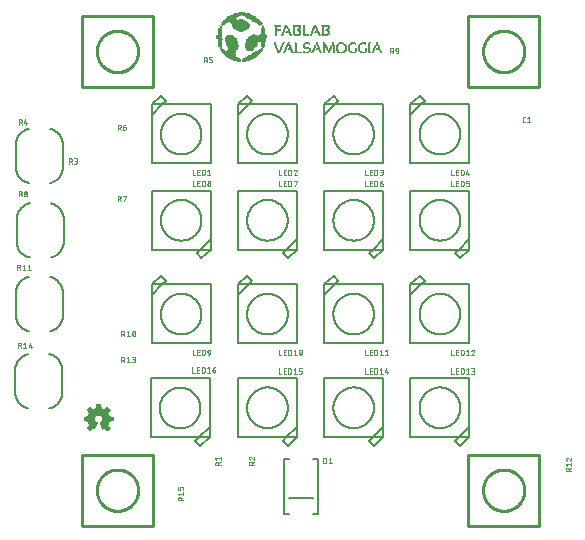
<source format=gbr>
G04 EAGLE Gerber RS-274X export*
G75*
%MOMM*%
%FSLAX34Y34*%
%LPD*%
%INSilkscreen Top*%
%IPPOS*%
%AMOC8*
5,1,8,0,0,1.08239X$1,22.5*%
G01*
%ADD10C,0.203200*%
%ADD11C,0.050800*%
%ADD12C,0.254000*%
%ADD13C,0.127000*%
%ADD14R,0.350000X0.050000*%
%ADD15R,0.550000X0.050000*%
%ADD16R,0.700000X0.050000*%
%ADD17R,0.800000X0.050000*%
%ADD18R,0.850000X0.050000*%
%ADD19R,0.900000X0.050000*%
%ADD20R,0.750000X0.050000*%
%ADD21R,0.950000X0.050000*%
%ADD22R,1.000000X0.050000*%
%ADD23R,1.050000X0.050000*%
%ADD24R,0.650000X0.050000*%
%ADD25R,1.100000X0.050000*%
%ADD26R,0.600000X0.050000*%
%ADD27R,0.100000X0.050000*%
%ADD28R,0.150000X0.050000*%
%ADD29R,0.400000X0.050000*%
%ADD30R,0.300000X0.050000*%
%ADD31R,1.150000X0.050000*%
%ADD32R,0.050000X0.050000*%
%ADD33R,0.500000X0.050000*%
%ADD34R,0.200000X0.050000*%
%ADD35R,0.450000X0.050000*%
%ADD36R,0.250000X0.050000*%
%ADD37R,1.200000X0.050000*%
%ADD38R,1.700000X0.050000*%
%ADD39R,1.650000X0.050000*%
%ADD40R,1.600000X0.050000*%
%ADD41R,1.550000X0.050000*%
%ADD42R,1.500000X0.050000*%
%ADD43R,1.450000X0.050000*%
%ADD44R,1.300000X0.050000*%
%ADD45R,1.400000X0.050000*%
%ADD46R,1.900000X0.050000*%
%ADD47R,2.000000X0.050000*%
%ADD48R,1.800000X0.050000*%
%ADD49R,0.100000X0.100000*%
%ADD50R,0.050000X0.100000*%

G36*
X58414Y-343668D02*
X58414Y-343668D01*
X58484Y-343662D01*
X58499Y-343653D01*
X58516Y-343650D01*
X58622Y-343578D01*
X58632Y-343572D01*
X58633Y-343570D01*
X58634Y-343569D01*
X60934Y-341269D01*
X60942Y-341256D01*
X60943Y-341255D01*
X60945Y-341253D01*
X60947Y-341249D01*
X60966Y-341233D01*
X60992Y-341176D01*
X61025Y-341122D01*
X61028Y-341098D01*
X61038Y-341075D01*
X61036Y-341013D01*
X61042Y-340950D01*
X61033Y-340927D01*
X61032Y-340902D01*
X60992Y-340820D01*
X60980Y-340789D01*
X60974Y-340783D01*
X60969Y-340774D01*
X59024Y-338180D01*
X59034Y-338169D01*
X59053Y-338139D01*
X59105Y-338071D01*
X59205Y-337871D01*
X59209Y-337855D01*
X59218Y-337842D01*
X59244Y-337708D01*
X59245Y-337703D01*
X59245Y-337702D01*
X59245Y-337701D01*
X59245Y-337691D01*
X59278Y-337626D01*
X59334Y-337569D01*
X59353Y-337539D01*
X59405Y-337471D01*
X59505Y-337271D01*
X59509Y-337255D01*
X59518Y-337242D01*
X59544Y-337108D01*
X59545Y-337103D01*
X59545Y-337102D01*
X59545Y-337101D01*
X59545Y-337091D01*
X59705Y-336771D01*
X59709Y-336755D01*
X59718Y-336742D01*
X59744Y-336608D01*
X59745Y-336603D01*
X59745Y-336602D01*
X59745Y-336601D01*
X59745Y-336591D01*
X59805Y-336471D01*
X59809Y-336455D01*
X59818Y-336442D01*
X59844Y-336308D01*
X59845Y-336303D01*
X59845Y-336302D01*
X59845Y-336301D01*
X59845Y-336291D01*
X59905Y-336171D01*
X59909Y-336155D01*
X59918Y-336142D01*
X59938Y-336040D01*
X63230Y-335475D01*
X63248Y-335468D01*
X63267Y-335467D01*
X63327Y-335434D01*
X63389Y-335408D01*
X63402Y-335393D01*
X63419Y-335384D01*
X63458Y-335328D01*
X63502Y-335277D01*
X63507Y-335258D01*
X63518Y-335242D01*
X63540Y-335131D01*
X63545Y-335109D01*
X63544Y-335105D01*
X63545Y-335101D01*
X63545Y-331901D01*
X63541Y-331882D01*
X63543Y-331861D01*
X63532Y-331829D01*
X63531Y-331823D01*
X63526Y-331813D01*
X63521Y-331798D01*
X63506Y-331733D01*
X63493Y-331717D01*
X63486Y-331698D01*
X63438Y-331651D01*
X63396Y-331599D01*
X63377Y-331591D01*
X63363Y-331577D01*
X63261Y-331539D01*
X63238Y-331529D01*
X63233Y-331529D01*
X63228Y-331527D01*
X59945Y-330980D01*
X59945Y-330901D01*
X59928Y-330827D01*
X59914Y-330752D01*
X59908Y-330742D01*
X59906Y-330733D01*
X59883Y-330705D01*
X59845Y-330650D01*
X59845Y-330601D01*
X59828Y-330527D01*
X59814Y-330452D01*
X59808Y-330442D01*
X59806Y-330433D01*
X59783Y-330405D01*
X59734Y-330333D01*
X59678Y-330277D01*
X59645Y-330212D01*
X59645Y-330101D01*
X59628Y-330027D01*
X59614Y-329952D01*
X59608Y-329942D01*
X59606Y-329933D01*
X59583Y-329905D01*
X59545Y-329850D01*
X59545Y-329801D01*
X59528Y-329727D01*
X59514Y-329652D01*
X59508Y-329642D01*
X59506Y-329633D01*
X59483Y-329605D01*
X59434Y-329533D01*
X59378Y-329477D01*
X59305Y-329332D01*
X59282Y-329304D01*
X59245Y-329250D01*
X59245Y-329201D01*
X59228Y-329127D01*
X59214Y-329052D01*
X59208Y-329042D01*
X59206Y-329033D01*
X59183Y-329005D01*
X59134Y-328933D01*
X59078Y-328877D01*
X59038Y-328797D01*
X60973Y-326124D01*
X60983Y-326100D01*
X61000Y-326081D01*
X61016Y-326021D01*
X61040Y-325964D01*
X61038Y-325939D01*
X61045Y-325914D01*
X61033Y-325853D01*
X61029Y-325791D01*
X61016Y-325769D01*
X61011Y-325744D01*
X60960Y-325672D01*
X60942Y-325642D01*
X60935Y-325637D01*
X60928Y-325627D01*
X58628Y-323427D01*
X58617Y-323421D01*
X58609Y-323410D01*
X58543Y-323377D01*
X58479Y-323339D01*
X58466Y-323338D01*
X58455Y-323333D01*
X58381Y-323332D01*
X58307Y-323327D01*
X58295Y-323332D01*
X58282Y-323332D01*
X58151Y-323389D01*
X55477Y-325233D01*
X55336Y-325162D01*
X55320Y-325158D01*
X55307Y-325149D01*
X55173Y-325123D01*
X55167Y-325122D01*
X55166Y-325122D01*
X55156Y-325122D01*
X55091Y-325090D01*
X55034Y-325033D01*
X55004Y-325014D01*
X54936Y-324962D01*
X54736Y-324862D01*
X54720Y-324858D01*
X54707Y-324849D01*
X54573Y-324823D01*
X54567Y-324822D01*
X54566Y-324822D01*
X54556Y-324822D01*
X54491Y-324790D01*
X54434Y-324733D01*
X54369Y-324693D01*
X54307Y-324649D01*
X54295Y-324647D01*
X54287Y-324642D01*
X54252Y-324639D01*
X54166Y-324622D01*
X54056Y-324622D01*
X53936Y-324562D01*
X53920Y-324558D01*
X53907Y-324549D01*
X53773Y-324523D01*
X53767Y-324522D01*
X53766Y-324522D01*
X53756Y-324522D01*
X53636Y-324462D01*
X53620Y-324458D01*
X53607Y-324449D01*
X53473Y-324423D01*
X53467Y-324422D01*
X53466Y-324422D01*
X53456Y-324422D01*
X53336Y-324362D01*
X53320Y-324358D01*
X53307Y-324349D01*
X53290Y-324346D01*
X52740Y-321137D01*
X52732Y-321119D01*
X52731Y-321100D01*
X52699Y-321041D01*
X52672Y-320978D01*
X52658Y-320965D01*
X52648Y-320948D01*
X52593Y-320909D01*
X52541Y-320865D01*
X52522Y-320860D01*
X52507Y-320849D01*
X52396Y-320828D01*
X52374Y-320822D01*
X52370Y-320823D01*
X52366Y-320822D01*
X49166Y-320822D01*
X49147Y-320826D01*
X49128Y-320824D01*
X49064Y-320846D01*
X48998Y-320862D01*
X48983Y-320874D01*
X48964Y-320880D01*
X48917Y-320928D01*
X48864Y-320972D01*
X48856Y-320989D01*
X48843Y-321003D01*
X48803Y-321109D01*
X48794Y-321130D01*
X48794Y-321133D01*
X48792Y-321137D01*
X48234Y-324393D01*
X48176Y-324422D01*
X48066Y-324422D01*
X47992Y-324440D01*
X47916Y-324453D01*
X47907Y-324459D01*
X47898Y-324462D01*
X47870Y-324484D01*
X47814Y-324522D01*
X47766Y-324522D01*
X47750Y-324526D01*
X47734Y-324523D01*
X47603Y-324560D01*
X47598Y-324562D01*
X47597Y-324562D01*
X47596Y-324562D01*
X47476Y-324622D01*
X47466Y-324622D01*
X47450Y-324626D01*
X47434Y-324623D01*
X47303Y-324660D01*
X47298Y-324662D01*
X47297Y-324662D01*
X47296Y-324662D01*
X47096Y-324762D01*
X47069Y-324785D01*
X47014Y-324822D01*
X46966Y-324822D01*
X46892Y-324840D01*
X46816Y-324853D01*
X46807Y-324859D01*
X46798Y-324862D01*
X46770Y-324884D01*
X46698Y-324933D01*
X46641Y-324990D01*
X46496Y-325062D01*
X46469Y-325085D01*
X46414Y-325122D01*
X46366Y-325122D01*
X46292Y-325140D01*
X46216Y-325153D01*
X46207Y-325159D01*
X46198Y-325162D01*
X46170Y-325184D01*
X46098Y-325233D01*
X46080Y-325251D01*
X43381Y-323389D01*
X43365Y-323383D01*
X43353Y-323371D01*
X43286Y-323352D01*
X43220Y-323326D01*
X43203Y-323327D01*
X43187Y-323323D01*
X43118Y-323335D01*
X43048Y-323341D01*
X43033Y-323350D01*
X43016Y-323353D01*
X42910Y-323425D01*
X42900Y-323431D01*
X42899Y-323432D01*
X42898Y-323433D01*
X40698Y-325633D01*
X40689Y-325648D01*
X40675Y-325658D01*
X40644Y-325721D01*
X40607Y-325780D01*
X40605Y-325797D01*
X40597Y-325813D01*
X40597Y-325883D01*
X40590Y-325952D01*
X40596Y-325968D01*
X40596Y-325986D01*
X40648Y-326103D01*
X40652Y-326114D01*
X40653Y-326115D01*
X40654Y-326117D01*
X42505Y-328800D01*
X42503Y-328815D01*
X42487Y-328901D01*
X42487Y-328951D01*
X42479Y-328964D01*
X42427Y-329032D01*
X42354Y-329177D01*
X42298Y-329233D01*
X42258Y-329298D01*
X42214Y-329361D01*
X42212Y-329372D01*
X42207Y-329380D01*
X42203Y-329415D01*
X42187Y-329501D01*
X42187Y-329551D01*
X42179Y-329564D01*
X42127Y-329632D01*
X42027Y-329832D01*
X42023Y-329847D01*
X42014Y-329861D01*
X41997Y-329948D01*
X41994Y-329956D01*
X41994Y-329964D01*
X41988Y-329995D01*
X41987Y-330000D01*
X41987Y-330001D01*
X41987Y-330012D01*
X41827Y-330332D01*
X41823Y-330347D01*
X41814Y-330361D01*
X41788Y-330495D01*
X41787Y-330500D01*
X41787Y-330501D01*
X41787Y-330512D01*
X41727Y-330632D01*
X41723Y-330647D01*
X41714Y-330661D01*
X41705Y-330706D01*
X41701Y-330714D01*
X41702Y-330724D01*
X41688Y-330795D01*
X41687Y-330800D01*
X41687Y-330801D01*
X41687Y-330812D01*
X41627Y-330932D01*
X41623Y-330947D01*
X41614Y-330961D01*
X41611Y-330977D01*
X38402Y-331528D01*
X38384Y-331535D01*
X38365Y-331536D01*
X38305Y-331568D01*
X38243Y-331595D01*
X38230Y-331610D01*
X38213Y-331619D01*
X38174Y-331674D01*
X38130Y-331726D01*
X38125Y-331745D01*
X38114Y-331761D01*
X38098Y-331842D01*
X38094Y-331852D01*
X38094Y-331864D01*
X38092Y-331872D01*
X38087Y-331894D01*
X38088Y-331897D01*
X38087Y-331901D01*
X38087Y-335101D01*
X38091Y-335120D01*
X38089Y-335139D01*
X38111Y-335204D01*
X38126Y-335270D01*
X38139Y-335285D01*
X38145Y-335303D01*
X38193Y-335351D01*
X38236Y-335403D01*
X38254Y-335411D01*
X38268Y-335425D01*
X38374Y-335465D01*
X38394Y-335474D01*
X38398Y-335474D01*
X38402Y-335475D01*
X41658Y-336033D01*
X41687Y-336091D01*
X41687Y-336201D01*
X41704Y-336276D01*
X41718Y-336351D01*
X41724Y-336361D01*
X41726Y-336370D01*
X41749Y-336397D01*
X41787Y-336453D01*
X41787Y-336501D01*
X41800Y-336557D01*
X41801Y-336576D01*
X41806Y-336586D01*
X41818Y-336651D01*
X41824Y-336661D01*
X41826Y-336670D01*
X41849Y-336697D01*
X41898Y-336769D01*
X41954Y-336826D01*
X41987Y-336891D01*
X41987Y-337001D01*
X42004Y-337076D01*
X42018Y-337151D01*
X42024Y-337161D01*
X42026Y-337170D01*
X42049Y-337197D01*
X42087Y-337253D01*
X42087Y-337301D01*
X42104Y-337376D01*
X42118Y-337451D01*
X42124Y-337461D01*
X42126Y-337470D01*
X42149Y-337497D01*
X42198Y-337569D01*
X42254Y-337626D01*
X42327Y-337771D01*
X42350Y-337799D01*
X42393Y-337862D01*
X42395Y-337866D01*
X42396Y-337866D01*
X42398Y-337869D01*
X42454Y-337926D01*
X42487Y-337991D01*
X42487Y-338001D01*
X42490Y-338017D01*
X42488Y-338033D01*
X42500Y-338075D01*
X42501Y-338093D01*
X42510Y-338110D01*
X42525Y-338164D01*
X42525Y-338166D01*
X40657Y-340781D01*
X40651Y-340796D01*
X40640Y-340807D01*
X40619Y-340875D01*
X40592Y-340941D01*
X40593Y-340957D01*
X40588Y-340972D01*
X40599Y-341042D01*
X40604Y-341114D01*
X40612Y-341127D01*
X40614Y-341143D01*
X40689Y-341259D01*
X40691Y-341263D01*
X40692Y-341263D01*
X42892Y-343563D01*
X42910Y-343575D01*
X42923Y-343592D01*
X42982Y-343622D01*
X43037Y-343658D01*
X43058Y-343660D01*
X43077Y-343670D01*
X43143Y-343670D01*
X43209Y-343678D01*
X43229Y-343671D01*
X43250Y-343671D01*
X43345Y-343629D01*
X43372Y-343620D01*
X43375Y-343616D01*
X43381Y-343614D01*
X46102Y-341737D01*
X46125Y-341754D01*
X46137Y-341756D01*
X46145Y-341761D01*
X46180Y-341764D01*
X46195Y-341767D01*
X46198Y-341769D01*
X46263Y-341810D01*
X46325Y-341854D01*
X46337Y-341856D01*
X46345Y-341861D01*
X46380Y-341864D01*
X46395Y-341867D01*
X46398Y-341869D01*
X46463Y-341910D01*
X46525Y-341954D01*
X46537Y-341956D01*
X46545Y-341961D01*
X46580Y-341964D01*
X46595Y-341967D01*
X46598Y-341969D01*
X46663Y-342010D01*
X46725Y-342054D01*
X46737Y-342056D01*
X46745Y-342061D01*
X46780Y-342064D01*
X46795Y-342067D01*
X46798Y-342069D01*
X46863Y-342110D01*
X46925Y-342154D01*
X46937Y-342156D01*
X46945Y-342161D01*
X46980Y-342164D01*
X46995Y-342167D01*
X46998Y-342169D01*
X47063Y-342210D01*
X47125Y-342254D01*
X47137Y-342256D01*
X47145Y-342261D01*
X47180Y-342264D01*
X47266Y-342281D01*
X47316Y-342281D01*
X47337Y-342294D01*
X47370Y-342326D01*
X47409Y-342339D01*
X47445Y-342361D01*
X47490Y-342365D01*
X47534Y-342379D01*
X47576Y-342373D01*
X47617Y-342377D01*
X47660Y-342361D01*
X47705Y-342354D01*
X47740Y-342330D01*
X47779Y-342315D01*
X47810Y-342282D01*
X47847Y-342256D01*
X47873Y-342213D01*
X47896Y-342188D01*
X47903Y-342163D01*
X47922Y-342133D01*
X49922Y-336733D01*
X49929Y-336676D01*
X49945Y-336621D01*
X49939Y-336591D01*
X49943Y-336561D01*
X49924Y-336507D01*
X49914Y-336451D01*
X49896Y-336426D01*
X49886Y-336398D01*
X49845Y-336358D01*
X49811Y-336312D01*
X49781Y-336295D01*
X49762Y-336277D01*
X49730Y-336267D01*
X49686Y-336242D01*
X49412Y-336150D01*
X49091Y-335990D01*
X48934Y-335833D01*
X48904Y-335814D01*
X48836Y-335762D01*
X48691Y-335690D01*
X48578Y-335577D01*
X48505Y-335432D01*
X48482Y-335404D01*
X48434Y-335333D01*
X48278Y-335177D01*
X48117Y-334856D01*
X48026Y-334581D01*
X48014Y-334562D01*
X48005Y-334532D01*
X47845Y-334212D01*
X47845Y-334001D01*
X47837Y-333966D01*
X47826Y-333881D01*
X47745Y-333640D01*
X47745Y-333163D01*
X48110Y-332069D01*
X48461Y-331543D01*
X48608Y-331396D01*
X48876Y-331217D01*
X48898Y-331194D01*
X48934Y-331169D01*
X49108Y-330996D01*
X49334Y-330845D01*
X49586Y-330761D01*
X49604Y-330750D01*
X49618Y-330747D01*
X49631Y-330736D01*
X49676Y-330717D01*
X49881Y-330581D01*
X50066Y-330581D01*
X50101Y-330572D01*
X50158Y-330569D01*
X50513Y-330481D01*
X51104Y-330481D01*
X51346Y-330561D01*
X51382Y-330564D01*
X51466Y-330581D01*
X51651Y-330581D01*
X51856Y-330717D01*
X51891Y-330730D01*
X51940Y-330758D01*
X51942Y-330759D01*
X51943Y-330759D01*
X51946Y-330761D01*
X52198Y-330845D01*
X52725Y-331196D01*
X53071Y-331543D01*
X53422Y-332069D01*
X53506Y-332321D01*
X53526Y-332353D01*
X53550Y-332412D01*
X53687Y-332616D01*
X53687Y-332801D01*
X53695Y-332836D01*
X53706Y-332921D01*
X53787Y-333163D01*
X53787Y-333940D01*
X53706Y-334181D01*
X53703Y-334217D01*
X53687Y-334301D01*
X53687Y-334412D01*
X53627Y-334532D01*
X53621Y-334554D01*
X53606Y-334581D01*
X53515Y-334856D01*
X53454Y-334977D01*
X53298Y-335133D01*
X53279Y-335164D01*
X53227Y-335232D01*
X53154Y-335377D01*
X52841Y-335690D01*
X52696Y-335762D01*
X52669Y-335785D01*
X52598Y-335833D01*
X52441Y-335990D01*
X51896Y-336262D01*
X51873Y-336282D01*
X51844Y-336294D01*
X51807Y-336337D01*
X51763Y-336373D01*
X51751Y-336401D01*
X51731Y-336424D01*
X51716Y-336479D01*
X51693Y-336531D01*
X51695Y-336562D01*
X51687Y-336592D01*
X51699Y-336666D01*
X51701Y-336704D01*
X51708Y-336716D01*
X51710Y-336733D01*
X53710Y-342133D01*
X53722Y-342150D01*
X53726Y-342170D01*
X53769Y-342221D01*
X53806Y-342277D01*
X53824Y-342288D01*
X53836Y-342303D01*
X53898Y-342331D01*
X53956Y-342364D01*
X53976Y-342365D01*
X53994Y-342374D01*
X54061Y-342371D01*
X54128Y-342375D01*
X54147Y-342368D01*
X54167Y-342367D01*
X54226Y-342335D01*
X54288Y-342309D01*
X54301Y-342294D01*
X54319Y-342284D01*
X54332Y-342265D01*
X54340Y-342263D01*
X54416Y-342250D01*
X54425Y-342243D01*
X54434Y-342241D01*
X54462Y-342218D01*
X54534Y-342169D01*
X54541Y-342163D01*
X54616Y-342150D01*
X54625Y-342143D01*
X54634Y-342141D01*
X54662Y-342118D01*
X54734Y-342069D01*
X54741Y-342063D01*
X54816Y-342050D01*
X54825Y-342043D01*
X54834Y-342041D01*
X54862Y-342018D01*
X54918Y-341981D01*
X54966Y-341981D01*
X55040Y-341963D01*
X55116Y-341950D01*
X55125Y-341943D01*
X55134Y-341941D01*
X55162Y-341918D01*
X55234Y-341869D01*
X55241Y-341863D01*
X55316Y-341850D01*
X55325Y-341843D01*
X55334Y-341841D01*
X55362Y-341818D01*
X55434Y-341769D01*
X55452Y-341752D01*
X58151Y-343614D01*
X58167Y-343620D01*
X58179Y-343631D01*
X58247Y-343651D01*
X58312Y-343677D01*
X58329Y-343675D01*
X58345Y-343680D01*
X58414Y-343668D01*
G37*
D10*
X20575Y-100525D02*
X20575Y-120525D01*
X-19425Y-120525D02*
X-19425Y-100525D01*
X9575Y-87525D02*
X9915Y-87610D01*
X10252Y-87704D01*
X10588Y-87807D01*
X10920Y-87917D01*
X11250Y-88035D01*
X11577Y-88162D01*
X11901Y-88296D01*
X12221Y-88438D01*
X12538Y-88588D01*
X12851Y-88746D01*
X13160Y-88911D01*
X13465Y-89084D01*
X13765Y-89264D01*
X14062Y-89451D01*
X14353Y-89646D01*
X14640Y-89847D01*
X14921Y-90056D01*
X15198Y-90271D01*
X15469Y-90493D01*
X15735Y-90721D01*
X15995Y-90956D01*
X16249Y-91197D01*
X16498Y-91445D01*
X16740Y-91698D01*
X16976Y-91957D01*
X17206Y-92222D01*
X17429Y-92492D01*
X17645Y-92768D01*
X17855Y-93048D01*
X18058Y-93334D01*
X18253Y-93625D01*
X18442Y-93920D01*
X18623Y-94220D01*
X18797Y-94524D01*
X18964Y-94833D01*
X19123Y-95145D01*
X19274Y-95461D01*
X19418Y-95781D01*
X19553Y-96104D01*
X19681Y-96430D01*
X19801Y-96760D01*
X19913Y-97092D01*
X20016Y-97427D01*
X20112Y-97764D01*
X20199Y-98103D01*
X20278Y-98445D01*
X20349Y-98788D01*
X20411Y-99133D01*
X20464Y-99479D01*
X20510Y-99827D01*
X20547Y-100175D01*
X20575Y-100525D01*
X-8425Y-133525D02*
X-8765Y-133440D01*
X-9102Y-133346D01*
X-9438Y-133243D01*
X-9770Y-133133D01*
X-10100Y-133015D01*
X-10427Y-132888D01*
X-10751Y-132754D01*
X-11071Y-132612D01*
X-11388Y-132462D01*
X-11701Y-132304D01*
X-12010Y-132139D01*
X-12315Y-131966D01*
X-12615Y-131786D01*
X-12912Y-131599D01*
X-13203Y-131404D01*
X-13490Y-131203D01*
X-13771Y-130994D01*
X-14048Y-130779D01*
X-14319Y-130557D01*
X-14585Y-130329D01*
X-14845Y-130094D01*
X-15099Y-129853D01*
X-15348Y-129605D01*
X-15590Y-129352D01*
X-15826Y-129093D01*
X-16056Y-128828D01*
X-16279Y-128558D01*
X-16495Y-128282D01*
X-16705Y-128002D01*
X-16908Y-127716D01*
X-17103Y-127425D01*
X-17292Y-127130D01*
X-17473Y-126830D01*
X-17647Y-126526D01*
X-17814Y-126217D01*
X-17973Y-125905D01*
X-18124Y-125589D01*
X-18268Y-125269D01*
X-18403Y-124946D01*
X-18531Y-124620D01*
X-18651Y-124290D01*
X-18763Y-123958D01*
X-18866Y-123623D01*
X-18962Y-123286D01*
X-19049Y-122947D01*
X-19128Y-122605D01*
X-19199Y-122262D01*
X-19261Y-121917D01*
X-19314Y-121571D01*
X-19360Y-121223D01*
X-19397Y-120875D01*
X-19425Y-120525D01*
X9575Y-133525D02*
X9915Y-133439D01*
X10252Y-133345D01*
X10588Y-133243D01*
X10920Y-133132D01*
X11250Y-133014D01*
X11577Y-132888D01*
X11901Y-132753D01*
X12221Y-132611D01*
X12538Y-132461D01*
X12851Y-132303D01*
X13160Y-132138D01*
X13465Y-131966D01*
X13766Y-131786D01*
X14062Y-131598D01*
X14353Y-131404D01*
X14640Y-131202D01*
X14922Y-130994D01*
X15198Y-130778D01*
X15469Y-130556D01*
X15735Y-130328D01*
X15995Y-130093D01*
X16250Y-129852D01*
X16498Y-129605D01*
X16740Y-129351D01*
X16976Y-129092D01*
X17206Y-128828D01*
X17429Y-128557D01*
X17645Y-128282D01*
X17855Y-128001D01*
X18058Y-127715D01*
X18254Y-127424D01*
X18442Y-127129D01*
X18623Y-126829D01*
X18797Y-126525D01*
X18964Y-126216D01*
X19123Y-125904D01*
X19274Y-125588D01*
X19418Y-125268D01*
X19554Y-124945D01*
X19681Y-124619D01*
X19801Y-124290D01*
X19913Y-123957D01*
X20017Y-123623D01*
X20112Y-123285D01*
X20199Y-122946D01*
X20278Y-122604D01*
X20349Y-122261D01*
X20411Y-121916D01*
X20465Y-121570D01*
X20510Y-121222D01*
X20547Y-120874D01*
X20575Y-120525D01*
X-8425Y-87525D02*
X-8765Y-87611D01*
X-9102Y-87705D01*
X-9438Y-87807D01*
X-9770Y-87918D01*
X-10100Y-88036D01*
X-10427Y-88162D01*
X-10751Y-88297D01*
X-11071Y-88439D01*
X-11388Y-88589D01*
X-11701Y-88747D01*
X-12010Y-88912D01*
X-12315Y-89084D01*
X-12616Y-89264D01*
X-12912Y-89452D01*
X-13203Y-89646D01*
X-13490Y-89848D01*
X-13772Y-90056D01*
X-14048Y-90272D01*
X-14319Y-90494D01*
X-14585Y-90722D01*
X-14845Y-90957D01*
X-15100Y-91198D01*
X-15348Y-91445D01*
X-15590Y-91699D01*
X-15826Y-91958D01*
X-16056Y-92222D01*
X-16279Y-92493D01*
X-16495Y-92768D01*
X-16705Y-93049D01*
X-16908Y-93335D01*
X-17104Y-93626D01*
X-17292Y-93921D01*
X-17473Y-94221D01*
X-17647Y-94525D01*
X-17814Y-94834D01*
X-17973Y-95146D01*
X-18124Y-95462D01*
X-18268Y-95782D01*
X-18404Y-96105D01*
X-18531Y-96431D01*
X-18651Y-96760D01*
X-18763Y-97093D01*
X-18867Y-97427D01*
X-18962Y-97765D01*
X-19049Y-98104D01*
X-19128Y-98446D01*
X-19199Y-98789D01*
X-19261Y-99134D01*
X-19315Y-99480D01*
X-19360Y-99828D01*
X-19397Y-100176D01*
X-19425Y-100525D01*
D11*
X-16742Y-84121D02*
X-16742Y-79629D01*
X-15494Y-79629D01*
X-15425Y-79631D01*
X-15357Y-79637D01*
X-15289Y-79646D01*
X-15221Y-79659D01*
X-15154Y-79676D01*
X-15089Y-79697D01*
X-15024Y-79721D01*
X-14961Y-79748D01*
X-14900Y-79779D01*
X-14840Y-79814D01*
X-14783Y-79851D01*
X-14727Y-79892D01*
X-14674Y-79936D01*
X-14624Y-79982D01*
X-14576Y-80032D01*
X-14531Y-80084D01*
X-14488Y-80138D01*
X-14449Y-80194D01*
X-14413Y-80253D01*
X-14380Y-80313D01*
X-14351Y-80376D01*
X-14325Y-80439D01*
X-14303Y-80504D01*
X-14284Y-80571D01*
X-14269Y-80638D01*
X-14258Y-80706D01*
X-14250Y-80774D01*
X-14246Y-80843D01*
X-14246Y-80911D01*
X-14250Y-80980D01*
X-14258Y-81048D01*
X-14269Y-81116D01*
X-14284Y-81183D01*
X-14303Y-81250D01*
X-14325Y-81315D01*
X-14351Y-81378D01*
X-14380Y-81441D01*
X-14413Y-81501D01*
X-14449Y-81560D01*
X-14488Y-81616D01*
X-14531Y-81670D01*
X-14576Y-81722D01*
X-14624Y-81772D01*
X-14674Y-81818D01*
X-14727Y-81862D01*
X-14783Y-81903D01*
X-14840Y-81940D01*
X-14900Y-81975D01*
X-14961Y-82006D01*
X-15024Y-82033D01*
X-15089Y-82057D01*
X-15154Y-82078D01*
X-15221Y-82095D01*
X-15289Y-82108D01*
X-15357Y-82117D01*
X-15425Y-82123D01*
X-15494Y-82125D01*
X-16742Y-82125D01*
X-15244Y-82125D02*
X-14246Y-84121D01*
X-12275Y-83123D02*
X-11276Y-79629D01*
X-12275Y-83123D02*
X-9779Y-83123D01*
X-10528Y-82125D02*
X-10528Y-84121D01*
D12*
X49175Y-22225D02*
X49180Y-21796D01*
X49196Y-21366D01*
X49222Y-20938D01*
X49259Y-20510D01*
X49307Y-20083D01*
X49364Y-19657D01*
X49433Y-19233D01*
X49511Y-18811D01*
X49600Y-18391D01*
X49699Y-17973D01*
X49809Y-17558D01*
X49929Y-17145D01*
X50058Y-16736D01*
X50198Y-16329D01*
X50348Y-15927D01*
X50507Y-15528D01*
X50676Y-15133D01*
X50855Y-14743D01*
X51044Y-14357D01*
X51241Y-13976D01*
X51448Y-13599D01*
X51665Y-13228D01*
X51890Y-12863D01*
X52124Y-12503D01*
X52367Y-12148D01*
X52619Y-11800D01*
X52879Y-11458D01*
X53147Y-11123D01*
X53424Y-10794D01*
X53708Y-10473D01*
X54001Y-10158D01*
X54301Y-9851D01*
X54608Y-9551D01*
X54923Y-9258D01*
X55244Y-8974D01*
X55573Y-8697D01*
X55908Y-8429D01*
X56250Y-8169D01*
X56598Y-7917D01*
X56953Y-7674D01*
X57313Y-7440D01*
X57678Y-7215D01*
X58049Y-6998D01*
X58426Y-6791D01*
X58807Y-6594D01*
X59193Y-6405D01*
X59583Y-6226D01*
X59978Y-6057D01*
X60377Y-5898D01*
X60779Y-5748D01*
X61186Y-5608D01*
X61595Y-5479D01*
X62008Y-5359D01*
X62423Y-5249D01*
X62841Y-5150D01*
X63261Y-5061D01*
X63683Y-4983D01*
X64107Y-4914D01*
X64533Y-4857D01*
X64960Y-4809D01*
X65388Y-4772D01*
X65816Y-4746D01*
X66246Y-4730D01*
X66675Y-4725D01*
X67104Y-4730D01*
X67534Y-4746D01*
X67962Y-4772D01*
X68390Y-4809D01*
X68817Y-4857D01*
X69243Y-4914D01*
X69667Y-4983D01*
X70089Y-5061D01*
X70509Y-5150D01*
X70927Y-5249D01*
X71342Y-5359D01*
X71755Y-5479D01*
X72164Y-5608D01*
X72571Y-5748D01*
X72973Y-5898D01*
X73372Y-6057D01*
X73767Y-6226D01*
X74157Y-6405D01*
X74543Y-6594D01*
X74924Y-6791D01*
X75301Y-6998D01*
X75672Y-7215D01*
X76037Y-7440D01*
X76397Y-7674D01*
X76752Y-7917D01*
X77100Y-8169D01*
X77442Y-8429D01*
X77777Y-8697D01*
X78106Y-8974D01*
X78427Y-9258D01*
X78742Y-9551D01*
X79049Y-9851D01*
X79349Y-10158D01*
X79642Y-10473D01*
X79926Y-10794D01*
X80203Y-11123D01*
X80471Y-11458D01*
X80731Y-11800D01*
X80983Y-12148D01*
X81226Y-12503D01*
X81460Y-12863D01*
X81685Y-13228D01*
X81902Y-13599D01*
X82109Y-13976D01*
X82306Y-14357D01*
X82495Y-14743D01*
X82674Y-15133D01*
X82843Y-15528D01*
X83002Y-15927D01*
X83152Y-16329D01*
X83292Y-16736D01*
X83421Y-17145D01*
X83541Y-17558D01*
X83651Y-17973D01*
X83750Y-18391D01*
X83839Y-18811D01*
X83917Y-19233D01*
X83986Y-19657D01*
X84043Y-20083D01*
X84091Y-20510D01*
X84128Y-20938D01*
X84154Y-21366D01*
X84170Y-21796D01*
X84175Y-22225D01*
X84170Y-22654D01*
X84154Y-23084D01*
X84128Y-23512D01*
X84091Y-23940D01*
X84043Y-24367D01*
X83986Y-24793D01*
X83917Y-25217D01*
X83839Y-25639D01*
X83750Y-26059D01*
X83651Y-26477D01*
X83541Y-26892D01*
X83421Y-27305D01*
X83292Y-27714D01*
X83152Y-28121D01*
X83002Y-28523D01*
X82843Y-28922D01*
X82674Y-29317D01*
X82495Y-29707D01*
X82306Y-30093D01*
X82109Y-30474D01*
X81902Y-30851D01*
X81685Y-31222D01*
X81460Y-31587D01*
X81226Y-31947D01*
X80983Y-32302D01*
X80731Y-32650D01*
X80471Y-32992D01*
X80203Y-33327D01*
X79926Y-33656D01*
X79642Y-33977D01*
X79349Y-34292D01*
X79049Y-34599D01*
X78742Y-34899D01*
X78427Y-35192D01*
X78106Y-35476D01*
X77777Y-35753D01*
X77442Y-36021D01*
X77100Y-36281D01*
X76752Y-36533D01*
X76397Y-36776D01*
X76037Y-37010D01*
X75672Y-37235D01*
X75301Y-37452D01*
X74924Y-37659D01*
X74543Y-37856D01*
X74157Y-38045D01*
X73767Y-38224D01*
X73372Y-38393D01*
X72973Y-38552D01*
X72571Y-38702D01*
X72164Y-38842D01*
X71755Y-38971D01*
X71342Y-39091D01*
X70927Y-39201D01*
X70509Y-39300D01*
X70089Y-39389D01*
X69667Y-39467D01*
X69243Y-39536D01*
X68817Y-39593D01*
X68390Y-39641D01*
X67962Y-39678D01*
X67534Y-39704D01*
X67104Y-39720D01*
X66675Y-39725D01*
X66246Y-39720D01*
X65816Y-39704D01*
X65388Y-39678D01*
X64960Y-39641D01*
X64533Y-39593D01*
X64107Y-39536D01*
X63683Y-39467D01*
X63261Y-39389D01*
X62841Y-39300D01*
X62423Y-39201D01*
X62008Y-39091D01*
X61595Y-38971D01*
X61186Y-38842D01*
X60779Y-38702D01*
X60377Y-38552D01*
X59978Y-38393D01*
X59583Y-38224D01*
X59193Y-38045D01*
X58807Y-37856D01*
X58426Y-37659D01*
X58049Y-37452D01*
X57678Y-37235D01*
X57313Y-37010D01*
X56953Y-36776D01*
X56598Y-36533D01*
X56250Y-36281D01*
X55908Y-36021D01*
X55573Y-35753D01*
X55244Y-35476D01*
X54923Y-35192D01*
X54608Y-34899D01*
X54301Y-34599D01*
X54001Y-34292D01*
X53708Y-33977D01*
X53424Y-33656D01*
X53147Y-33327D01*
X52879Y-32992D01*
X52619Y-32650D01*
X52367Y-32302D01*
X52124Y-31947D01*
X51890Y-31587D01*
X51665Y-31222D01*
X51448Y-30851D01*
X51241Y-30474D01*
X51044Y-30093D01*
X50855Y-29707D01*
X50676Y-29317D01*
X50507Y-28922D01*
X50348Y-28523D01*
X50198Y-28121D01*
X50058Y-27714D01*
X49929Y-27305D01*
X49809Y-26892D01*
X49699Y-26477D01*
X49600Y-26059D01*
X49511Y-25639D01*
X49433Y-25217D01*
X49364Y-24793D01*
X49307Y-24367D01*
X49259Y-23940D01*
X49222Y-23512D01*
X49196Y-23084D01*
X49180Y-22654D01*
X49175Y-22225D01*
X36675Y-52225D02*
X96675Y-52225D01*
X96675Y7775D01*
X36675Y7775D01*
X36675Y-52225D01*
D11*
X25654Y-112729D02*
X25654Y-117221D01*
X25654Y-112729D02*
X26902Y-112729D01*
X26971Y-112731D01*
X27039Y-112737D01*
X27107Y-112746D01*
X27175Y-112759D01*
X27242Y-112776D01*
X27307Y-112797D01*
X27372Y-112821D01*
X27435Y-112848D01*
X27496Y-112879D01*
X27556Y-112914D01*
X27613Y-112951D01*
X27669Y-112992D01*
X27722Y-113036D01*
X27772Y-113082D01*
X27820Y-113132D01*
X27865Y-113184D01*
X27908Y-113238D01*
X27947Y-113294D01*
X27983Y-113353D01*
X28016Y-113413D01*
X28045Y-113476D01*
X28071Y-113539D01*
X28093Y-113604D01*
X28112Y-113671D01*
X28127Y-113738D01*
X28138Y-113806D01*
X28146Y-113874D01*
X28150Y-113943D01*
X28150Y-114011D01*
X28146Y-114080D01*
X28138Y-114148D01*
X28127Y-114216D01*
X28112Y-114283D01*
X28093Y-114350D01*
X28071Y-114415D01*
X28045Y-114478D01*
X28016Y-114541D01*
X27983Y-114601D01*
X27947Y-114660D01*
X27908Y-114716D01*
X27865Y-114770D01*
X27820Y-114822D01*
X27772Y-114872D01*
X27722Y-114918D01*
X27669Y-114962D01*
X27613Y-115003D01*
X27556Y-115040D01*
X27496Y-115075D01*
X27435Y-115106D01*
X27372Y-115133D01*
X27307Y-115157D01*
X27242Y-115178D01*
X27175Y-115195D01*
X27107Y-115208D01*
X27039Y-115217D01*
X26971Y-115223D01*
X26902Y-115225D01*
X25654Y-115225D01*
X27151Y-115225D02*
X28150Y-117221D01*
X30121Y-117221D02*
X31369Y-117221D01*
X31438Y-117219D01*
X31506Y-117213D01*
X31574Y-117204D01*
X31642Y-117191D01*
X31709Y-117174D01*
X31774Y-117153D01*
X31839Y-117129D01*
X31902Y-117102D01*
X31963Y-117071D01*
X32023Y-117036D01*
X32080Y-116999D01*
X32136Y-116958D01*
X32189Y-116914D01*
X32239Y-116868D01*
X32287Y-116818D01*
X32332Y-116766D01*
X32375Y-116712D01*
X32414Y-116656D01*
X32450Y-116597D01*
X32483Y-116537D01*
X32512Y-116474D01*
X32538Y-116411D01*
X32560Y-116346D01*
X32579Y-116279D01*
X32594Y-116212D01*
X32605Y-116144D01*
X32613Y-116076D01*
X32617Y-116007D01*
X32617Y-115939D01*
X32613Y-115870D01*
X32605Y-115802D01*
X32594Y-115734D01*
X32579Y-115667D01*
X32560Y-115600D01*
X32538Y-115535D01*
X32512Y-115472D01*
X32483Y-115409D01*
X32450Y-115349D01*
X32414Y-115290D01*
X32375Y-115234D01*
X32332Y-115180D01*
X32287Y-115128D01*
X32239Y-115078D01*
X32189Y-115032D01*
X32136Y-114988D01*
X32080Y-114947D01*
X32023Y-114910D01*
X31963Y-114875D01*
X31902Y-114844D01*
X31839Y-114817D01*
X31774Y-114793D01*
X31709Y-114772D01*
X31642Y-114755D01*
X31574Y-114742D01*
X31506Y-114733D01*
X31438Y-114727D01*
X31369Y-114725D01*
X31618Y-112729D02*
X30121Y-112729D01*
X31618Y-112729D02*
X31679Y-112731D01*
X31741Y-112737D01*
X31801Y-112746D01*
X31861Y-112759D01*
X31921Y-112776D01*
X31979Y-112796D01*
X32035Y-112820D01*
X32090Y-112848D01*
X32143Y-112878D01*
X32195Y-112912D01*
X32244Y-112949D01*
X32290Y-112989D01*
X32334Y-113032D01*
X32376Y-113078D01*
X32414Y-113126D01*
X32450Y-113176D01*
X32482Y-113228D01*
X32511Y-113282D01*
X32537Y-113338D01*
X32559Y-113395D01*
X32578Y-113454D01*
X32593Y-113513D01*
X32604Y-113574D01*
X32612Y-113635D01*
X32616Y-113696D01*
X32616Y-113758D01*
X32612Y-113819D01*
X32604Y-113880D01*
X32593Y-113941D01*
X32578Y-114000D01*
X32559Y-114059D01*
X32537Y-114116D01*
X32511Y-114172D01*
X32482Y-114226D01*
X32450Y-114278D01*
X32414Y-114328D01*
X32376Y-114376D01*
X32334Y-114422D01*
X32290Y-114465D01*
X32244Y-114505D01*
X32195Y-114542D01*
X32143Y-114576D01*
X32090Y-114606D01*
X32035Y-114634D01*
X31979Y-114658D01*
X31921Y-114678D01*
X31861Y-114695D01*
X31801Y-114708D01*
X31741Y-114717D01*
X31679Y-114723D01*
X31618Y-114725D01*
X30620Y-114725D01*
X139954Y-31496D02*
X139954Y-27004D01*
X141202Y-27004D01*
X141271Y-27006D01*
X141339Y-27012D01*
X141407Y-27021D01*
X141475Y-27034D01*
X141542Y-27051D01*
X141607Y-27072D01*
X141672Y-27096D01*
X141735Y-27123D01*
X141796Y-27154D01*
X141856Y-27189D01*
X141913Y-27226D01*
X141969Y-27267D01*
X142022Y-27311D01*
X142072Y-27357D01*
X142120Y-27407D01*
X142165Y-27459D01*
X142208Y-27513D01*
X142247Y-27569D01*
X142283Y-27628D01*
X142316Y-27688D01*
X142345Y-27751D01*
X142371Y-27814D01*
X142393Y-27879D01*
X142412Y-27946D01*
X142427Y-28013D01*
X142438Y-28081D01*
X142446Y-28149D01*
X142450Y-28218D01*
X142450Y-28286D01*
X142446Y-28355D01*
X142438Y-28423D01*
X142427Y-28491D01*
X142412Y-28558D01*
X142393Y-28625D01*
X142371Y-28690D01*
X142345Y-28753D01*
X142316Y-28816D01*
X142283Y-28876D01*
X142247Y-28935D01*
X142208Y-28991D01*
X142165Y-29045D01*
X142120Y-29097D01*
X142072Y-29147D01*
X142022Y-29193D01*
X141969Y-29237D01*
X141913Y-29278D01*
X141856Y-29315D01*
X141796Y-29350D01*
X141735Y-29381D01*
X141672Y-29408D01*
X141607Y-29432D01*
X141542Y-29453D01*
X141475Y-29470D01*
X141407Y-29483D01*
X141339Y-29492D01*
X141271Y-29498D01*
X141202Y-29500D01*
X139954Y-29500D01*
X141451Y-29500D02*
X142450Y-31496D01*
X144421Y-31496D02*
X145918Y-31496D01*
X145978Y-31494D01*
X146038Y-31489D01*
X146098Y-31480D01*
X146157Y-31467D01*
X146215Y-31451D01*
X146272Y-31431D01*
X146328Y-31408D01*
X146382Y-31382D01*
X146434Y-31352D01*
X146485Y-31319D01*
X146533Y-31284D01*
X146580Y-31245D01*
X146624Y-31204D01*
X146665Y-31160D01*
X146704Y-31113D01*
X146739Y-31065D01*
X146772Y-31014D01*
X146802Y-30962D01*
X146828Y-30908D01*
X146851Y-30852D01*
X146871Y-30795D01*
X146887Y-30737D01*
X146900Y-30678D01*
X146909Y-30618D01*
X146914Y-30558D01*
X146916Y-30498D01*
X146917Y-30498D02*
X146917Y-29999D01*
X146916Y-29999D02*
X146914Y-29936D01*
X146908Y-29874D01*
X146898Y-29812D01*
X146885Y-29751D01*
X146867Y-29691D01*
X146846Y-29632D01*
X146821Y-29574D01*
X146793Y-29518D01*
X146761Y-29464D01*
X146725Y-29412D01*
X146687Y-29363D01*
X146646Y-29316D01*
X146601Y-29272D01*
X146554Y-29230D01*
X146505Y-29192D01*
X146453Y-29156D01*
X146399Y-29124D01*
X146343Y-29096D01*
X146285Y-29071D01*
X146226Y-29050D01*
X146166Y-29032D01*
X146105Y-29019D01*
X146043Y-29009D01*
X145981Y-29003D01*
X145918Y-29001D01*
X145918Y-29000D02*
X144421Y-29000D01*
X144421Y-27004D01*
X146917Y-27004D01*
X410827Y-82296D02*
X411825Y-82296D01*
X410827Y-82296D02*
X410764Y-82294D01*
X410702Y-82288D01*
X410640Y-82278D01*
X410579Y-82265D01*
X410519Y-82247D01*
X410460Y-82226D01*
X410402Y-82201D01*
X410346Y-82173D01*
X410292Y-82141D01*
X410240Y-82105D01*
X410191Y-82067D01*
X410144Y-82026D01*
X410100Y-81981D01*
X410058Y-81934D01*
X410020Y-81885D01*
X409984Y-81833D01*
X409952Y-81779D01*
X409924Y-81723D01*
X409899Y-81665D01*
X409878Y-81606D01*
X409860Y-81546D01*
X409847Y-81485D01*
X409837Y-81423D01*
X409831Y-81361D01*
X409829Y-81298D01*
X409829Y-78802D01*
X409831Y-78739D01*
X409837Y-78677D01*
X409847Y-78615D01*
X409860Y-78554D01*
X409878Y-78494D01*
X409899Y-78435D01*
X409924Y-78377D01*
X409952Y-78321D01*
X409984Y-78267D01*
X410020Y-78215D01*
X410058Y-78166D01*
X410099Y-78119D01*
X410144Y-78075D01*
X410191Y-78033D01*
X410240Y-77995D01*
X410292Y-77959D01*
X410346Y-77927D01*
X410402Y-77899D01*
X410460Y-77874D01*
X410519Y-77853D01*
X410579Y-77835D01*
X410640Y-77822D01*
X410702Y-77812D01*
X410764Y-77806D01*
X410827Y-77804D01*
X411825Y-77804D01*
X413594Y-78802D02*
X414842Y-77804D01*
X414842Y-82296D01*
X416089Y-82296D02*
X413594Y-82296D01*
D10*
X-18750Y-163575D02*
X-18750Y-183575D01*
X21250Y-183575D02*
X21250Y-163575D01*
X-7750Y-196575D02*
X-8090Y-196490D01*
X-8427Y-196396D01*
X-8763Y-196293D01*
X-9095Y-196183D01*
X-9425Y-196065D01*
X-9752Y-195938D01*
X-10076Y-195804D01*
X-10396Y-195662D01*
X-10713Y-195512D01*
X-11026Y-195354D01*
X-11335Y-195189D01*
X-11640Y-195016D01*
X-11940Y-194836D01*
X-12237Y-194649D01*
X-12528Y-194454D01*
X-12815Y-194253D01*
X-13096Y-194044D01*
X-13373Y-193829D01*
X-13644Y-193607D01*
X-13910Y-193379D01*
X-14170Y-193144D01*
X-14424Y-192903D01*
X-14673Y-192655D01*
X-14915Y-192402D01*
X-15151Y-192143D01*
X-15381Y-191878D01*
X-15604Y-191608D01*
X-15820Y-191332D01*
X-16030Y-191052D01*
X-16233Y-190766D01*
X-16428Y-190475D01*
X-16617Y-190180D01*
X-16798Y-189880D01*
X-16972Y-189576D01*
X-17139Y-189267D01*
X-17298Y-188955D01*
X-17449Y-188639D01*
X-17593Y-188319D01*
X-17728Y-187996D01*
X-17856Y-187670D01*
X-17976Y-187340D01*
X-18088Y-187008D01*
X-18191Y-186673D01*
X-18287Y-186336D01*
X-18374Y-185997D01*
X-18453Y-185655D01*
X-18524Y-185312D01*
X-18586Y-184967D01*
X-18639Y-184621D01*
X-18685Y-184273D01*
X-18722Y-183925D01*
X-18750Y-183575D01*
X10250Y-150575D02*
X10590Y-150660D01*
X10927Y-150754D01*
X11263Y-150857D01*
X11595Y-150967D01*
X11925Y-151085D01*
X12252Y-151212D01*
X12576Y-151346D01*
X12896Y-151488D01*
X13213Y-151638D01*
X13526Y-151796D01*
X13835Y-151961D01*
X14140Y-152134D01*
X14440Y-152314D01*
X14737Y-152501D01*
X15028Y-152696D01*
X15315Y-152897D01*
X15596Y-153106D01*
X15873Y-153321D01*
X16144Y-153543D01*
X16410Y-153771D01*
X16670Y-154006D01*
X16924Y-154247D01*
X17173Y-154495D01*
X17415Y-154748D01*
X17651Y-155007D01*
X17881Y-155272D01*
X18104Y-155542D01*
X18320Y-155818D01*
X18530Y-156098D01*
X18733Y-156384D01*
X18928Y-156675D01*
X19117Y-156970D01*
X19298Y-157270D01*
X19472Y-157574D01*
X19639Y-157883D01*
X19798Y-158195D01*
X19949Y-158511D01*
X20093Y-158831D01*
X20228Y-159154D01*
X20356Y-159480D01*
X20476Y-159810D01*
X20588Y-160142D01*
X20691Y-160477D01*
X20787Y-160814D01*
X20874Y-161153D01*
X20953Y-161495D01*
X21024Y-161838D01*
X21086Y-162183D01*
X21139Y-162529D01*
X21185Y-162877D01*
X21222Y-163225D01*
X21250Y-163575D01*
X-7750Y-150575D02*
X-8090Y-150661D01*
X-8427Y-150755D01*
X-8763Y-150857D01*
X-9095Y-150968D01*
X-9425Y-151086D01*
X-9752Y-151212D01*
X-10076Y-151347D01*
X-10396Y-151489D01*
X-10713Y-151639D01*
X-11026Y-151797D01*
X-11335Y-151962D01*
X-11640Y-152134D01*
X-11941Y-152314D01*
X-12237Y-152502D01*
X-12528Y-152696D01*
X-12815Y-152898D01*
X-13097Y-153106D01*
X-13373Y-153322D01*
X-13644Y-153544D01*
X-13910Y-153772D01*
X-14170Y-154007D01*
X-14425Y-154248D01*
X-14673Y-154495D01*
X-14915Y-154749D01*
X-15151Y-155008D01*
X-15381Y-155272D01*
X-15604Y-155543D01*
X-15820Y-155818D01*
X-16030Y-156099D01*
X-16233Y-156385D01*
X-16429Y-156676D01*
X-16617Y-156971D01*
X-16798Y-157271D01*
X-16972Y-157575D01*
X-17139Y-157884D01*
X-17298Y-158196D01*
X-17449Y-158512D01*
X-17593Y-158832D01*
X-17729Y-159155D01*
X-17856Y-159481D01*
X-17976Y-159810D01*
X-18088Y-160143D01*
X-18192Y-160477D01*
X-18287Y-160815D01*
X-18374Y-161154D01*
X-18453Y-161496D01*
X-18524Y-161839D01*
X-18586Y-162184D01*
X-18640Y-162530D01*
X-18685Y-162878D01*
X-18722Y-163226D01*
X-18750Y-163575D01*
X10250Y-196575D02*
X10590Y-196489D01*
X10927Y-196395D01*
X11263Y-196293D01*
X11595Y-196182D01*
X11925Y-196064D01*
X12252Y-195938D01*
X12576Y-195803D01*
X12896Y-195661D01*
X13213Y-195511D01*
X13526Y-195353D01*
X13835Y-195188D01*
X14140Y-195016D01*
X14441Y-194836D01*
X14737Y-194648D01*
X15028Y-194454D01*
X15315Y-194252D01*
X15597Y-194044D01*
X15873Y-193828D01*
X16144Y-193606D01*
X16410Y-193378D01*
X16670Y-193143D01*
X16925Y-192902D01*
X17173Y-192655D01*
X17415Y-192401D01*
X17651Y-192142D01*
X17881Y-191878D01*
X18104Y-191607D01*
X18320Y-191332D01*
X18530Y-191051D01*
X18733Y-190765D01*
X18929Y-190474D01*
X19117Y-190179D01*
X19298Y-189879D01*
X19472Y-189575D01*
X19639Y-189266D01*
X19798Y-188954D01*
X19949Y-188638D01*
X20093Y-188318D01*
X20229Y-187995D01*
X20356Y-187669D01*
X20476Y-187340D01*
X20588Y-187007D01*
X20692Y-186673D01*
X20787Y-186335D01*
X20874Y-185996D01*
X20953Y-185654D01*
X21024Y-185311D01*
X21086Y-184966D01*
X21140Y-184620D01*
X21185Y-184272D01*
X21222Y-183924D01*
X21250Y-183575D01*
D11*
X-16842Y-144971D02*
X-16842Y-140479D01*
X-15594Y-140479D01*
X-15525Y-140481D01*
X-15457Y-140487D01*
X-15389Y-140496D01*
X-15321Y-140509D01*
X-15254Y-140526D01*
X-15189Y-140547D01*
X-15124Y-140571D01*
X-15061Y-140598D01*
X-15000Y-140629D01*
X-14940Y-140664D01*
X-14883Y-140701D01*
X-14827Y-140742D01*
X-14774Y-140786D01*
X-14724Y-140832D01*
X-14676Y-140882D01*
X-14631Y-140934D01*
X-14588Y-140988D01*
X-14549Y-141044D01*
X-14513Y-141103D01*
X-14480Y-141163D01*
X-14451Y-141226D01*
X-14425Y-141289D01*
X-14403Y-141354D01*
X-14384Y-141421D01*
X-14369Y-141488D01*
X-14358Y-141556D01*
X-14350Y-141624D01*
X-14346Y-141693D01*
X-14346Y-141761D01*
X-14350Y-141830D01*
X-14358Y-141898D01*
X-14369Y-141966D01*
X-14384Y-142033D01*
X-14403Y-142100D01*
X-14425Y-142165D01*
X-14451Y-142228D01*
X-14480Y-142291D01*
X-14513Y-142351D01*
X-14549Y-142410D01*
X-14588Y-142466D01*
X-14631Y-142520D01*
X-14676Y-142572D01*
X-14724Y-142622D01*
X-14774Y-142668D01*
X-14827Y-142712D01*
X-14883Y-142753D01*
X-14940Y-142790D01*
X-15000Y-142825D01*
X-15061Y-142856D01*
X-15124Y-142883D01*
X-15189Y-142907D01*
X-15254Y-142928D01*
X-15321Y-142945D01*
X-15389Y-142958D01*
X-15457Y-142967D01*
X-15525Y-142973D01*
X-15594Y-142975D01*
X-16842Y-142975D01*
X-15344Y-142975D02*
X-14346Y-144971D01*
X-12375Y-143723D02*
X-12373Y-143654D01*
X-12367Y-143586D01*
X-12358Y-143518D01*
X-12345Y-143450D01*
X-12328Y-143383D01*
X-12307Y-143318D01*
X-12283Y-143253D01*
X-12256Y-143190D01*
X-12225Y-143129D01*
X-12190Y-143069D01*
X-12153Y-143012D01*
X-12112Y-142956D01*
X-12068Y-142903D01*
X-12022Y-142853D01*
X-11972Y-142805D01*
X-11920Y-142760D01*
X-11866Y-142717D01*
X-11810Y-142678D01*
X-11751Y-142642D01*
X-11691Y-142609D01*
X-11628Y-142580D01*
X-11565Y-142554D01*
X-11500Y-142532D01*
X-11433Y-142513D01*
X-11366Y-142498D01*
X-11298Y-142487D01*
X-11230Y-142479D01*
X-11161Y-142475D01*
X-11093Y-142475D01*
X-11024Y-142479D01*
X-10956Y-142487D01*
X-10888Y-142498D01*
X-10821Y-142513D01*
X-10754Y-142532D01*
X-10689Y-142554D01*
X-10626Y-142580D01*
X-10563Y-142609D01*
X-10503Y-142642D01*
X-10444Y-142678D01*
X-10388Y-142717D01*
X-10334Y-142760D01*
X-10282Y-142805D01*
X-10232Y-142853D01*
X-10186Y-142903D01*
X-10142Y-142956D01*
X-10101Y-143012D01*
X-10064Y-143069D01*
X-10029Y-143129D01*
X-9998Y-143190D01*
X-9971Y-143253D01*
X-9947Y-143318D01*
X-9926Y-143383D01*
X-9909Y-143450D01*
X-9896Y-143518D01*
X-9887Y-143586D01*
X-9881Y-143654D01*
X-9879Y-143723D01*
X-9881Y-143792D01*
X-9887Y-143860D01*
X-9896Y-143928D01*
X-9909Y-143996D01*
X-9926Y-144063D01*
X-9947Y-144128D01*
X-9971Y-144193D01*
X-9998Y-144256D01*
X-10029Y-144317D01*
X-10064Y-144377D01*
X-10101Y-144434D01*
X-10142Y-144490D01*
X-10186Y-144543D01*
X-10232Y-144593D01*
X-10282Y-144641D01*
X-10334Y-144686D01*
X-10388Y-144729D01*
X-10444Y-144768D01*
X-10503Y-144804D01*
X-10563Y-144837D01*
X-10626Y-144866D01*
X-10689Y-144892D01*
X-10754Y-144914D01*
X-10821Y-144933D01*
X-10888Y-144948D01*
X-10956Y-144959D01*
X-11024Y-144967D01*
X-11093Y-144971D01*
X-11161Y-144971D01*
X-11230Y-144967D01*
X-11298Y-144959D01*
X-11366Y-144948D01*
X-11433Y-144933D01*
X-11500Y-144914D01*
X-11565Y-144892D01*
X-11628Y-144866D01*
X-11691Y-144837D01*
X-11751Y-144804D01*
X-11810Y-144768D01*
X-11866Y-144729D01*
X-11920Y-144686D01*
X-11972Y-144641D01*
X-12022Y-144593D01*
X-12068Y-144543D01*
X-12112Y-144490D01*
X-12153Y-144434D01*
X-12190Y-144377D01*
X-12225Y-144317D01*
X-12256Y-144256D01*
X-12283Y-144193D01*
X-12307Y-144128D01*
X-12328Y-144063D01*
X-12345Y-143996D01*
X-12358Y-143928D01*
X-12367Y-143860D01*
X-12373Y-143792D01*
X-12375Y-143723D01*
X-12125Y-141477D02*
X-12123Y-141416D01*
X-12117Y-141354D01*
X-12108Y-141294D01*
X-12095Y-141234D01*
X-12078Y-141174D01*
X-12058Y-141116D01*
X-12034Y-141060D01*
X-12006Y-141005D01*
X-11976Y-140952D01*
X-11942Y-140900D01*
X-11905Y-140851D01*
X-11865Y-140805D01*
X-11822Y-140761D01*
X-11776Y-140719D01*
X-11728Y-140681D01*
X-11678Y-140645D01*
X-11626Y-140613D01*
X-11572Y-140584D01*
X-11516Y-140558D01*
X-11459Y-140536D01*
X-11400Y-140517D01*
X-11341Y-140502D01*
X-11280Y-140491D01*
X-11219Y-140483D01*
X-11158Y-140479D01*
X-11096Y-140479D01*
X-11035Y-140483D01*
X-10974Y-140491D01*
X-10913Y-140502D01*
X-10854Y-140517D01*
X-10795Y-140536D01*
X-10738Y-140558D01*
X-10682Y-140584D01*
X-10628Y-140613D01*
X-10576Y-140645D01*
X-10526Y-140681D01*
X-10478Y-140719D01*
X-10432Y-140761D01*
X-10389Y-140805D01*
X-10349Y-140851D01*
X-10312Y-140900D01*
X-10278Y-140952D01*
X-10248Y-141005D01*
X-10220Y-141060D01*
X-10196Y-141116D01*
X-10176Y-141174D01*
X-10159Y-141234D01*
X-10146Y-141294D01*
X-10137Y-141354D01*
X-10131Y-141416D01*
X-10129Y-141477D01*
X-10131Y-141538D01*
X-10137Y-141600D01*
X-10146Y-141660D01*
X-10159Y-141720D01*
X-10176Y-141780D01*
X-10196Y-141838D01*
X-10220Y-141894D01*
X-10248Y-141949D01*
X-10278Y-142002D01*
X-10312Y-142054D01*
X-10349Y-142103D01*
X-10389Y-142149D01*
X-10432Y-142193D01*
X-10478Y-142235D01*
X-10526Y-142273D01*
X-10576Y-142309D01*
X-10628Y-142341D01*
X-10682Y-142370D01*
X-10738Y-142396D01*
X-10795Y-142418D01*
X-10854Y-142437D01*
X-10913Y-142452D01*
X-10974Y-142463D01*
X-11035Y-142471D01*
X-11096Y-142475D01*
X-11158Y-142475D01*
X-11219Y-142471D01*
X-11280Y-142463D01*
X-11341Y-142452D01*
X-11400Y-142437D01*
X-11459Y-142418D01*
X-11516Y-142396D01*
X-11572Y-142370D01*
X-11626Y-142341D01*
X-11678Y-142309D01*
X-11728Y-142273D01*
X-11776Y-142235D01*
X-11822Y-142193D01*
X-11865Y-142149D01*
X-11905Y-142103D01*
X-11942Y-142054D01*
X-11976Y-142002D01*
X-12006Y-141949D01*
X-12034Y-141894D01*
X-12058Y-141838D01*
X-12078Y-141780D01*
X-12095Y-141720D01*
X-12108Y-141660D01*
X-12117Y-141600D01*
X-12123Y-141538D01*
X-12125Y-141477D01*
X66929Y-144479D02*
X66929Y-148971D01*
X66929Y-144479D02*
X68177Y-144479D01*
X68246Y-144481D01*
X68314Y-144487D01*
X68382Y-144496D01*
X68450Y-144509D01*
X68517Y-144526D01*
X68582Y-144547D01*
X68647Y-144571D01*
X68710Y-144598D01*
X68771Y-144629D01*
X68831Y-144664D01*
X68888Y-144701D01*
X68944Y-144742D01*
X68997Y-144786D01*
X69047Y-144832D01*
X69095Y-144882D01*
X69140Y-144934D01*
X69183Y-144988D01*
X69222Y-145044D01*
X69258Y-145103D01*
X69291Y-145163D01*
X69320Y-145226D01*
X69346Y-145289D01*
X69368Y-145354D01*
X69387Y-145421D01*
X69402Y-145488D01*
X69413Y-145556D01*
X69421Y-145624D01*
X69425Y-145693D01*
X69425Y-145761D01*
X69421Y-145830D01*
X69413Y-145898D01*
X69402Y-145966D01*
X69387Y-146033D01*
X69368Y-146100D01*
X69346Y-146165D01*
X69320Y-146228D01*
X69291Y-146291D01*
X69258Y-146351D01*
X69222Y-146410D01*
X69183Y-146466D01*
X69140Y-146520D01*
X69095Y-146572D01*
X69047Y-146622D01*
X68997Y-146668D01*
X68944Y-146712D01*
X68888Y-146753D01*
X68831Y-146790D01*
X68771Y-146825D01*
X68710Y-146856D01*
X68647Y-146883D01*
X68582Y-146907D01*
X68517Y-146928D01*
X68450Y-146945D01*
X68382Y-146958D01*
X68314Y-146967D01*
X68246Y-146973D01*
X68177Y-146975D01*
X66929Y-146975D01*
X68426Y-146975D02*
X69425Y-148971D01*
X71396Y-144978D02*
X71396Y-144479D01*
X73892Y-144479D01*
X72644Y-148971D01*
D10*
X20575Y-225950D02*
X20575Y-245950D01*
X-19425Y-245950D02*
X-19425Y-225950D01*
X9575Y-212950D02*
X9915Y-213035D01*
X10252Y-213129D01*
X10588Y-213232D01*
X10920Y-213342D01*
X11250Y-213460D01*
X11577Y-213587D01*
X11901Y-213721D01*
X12221Y-213863D01*
X12538Y-214013D01*
X12851Y-214171D01*
X13160Y-214336D01*
X13465Y-214509D01*
X13765Y-214689D01*
X14062Y-214876D01*
X14353Y-215071D01*
X14640Y-215272D01*
X14921Y-215481D01*
X15198Y-215696D01*
X15469Y-215918D01*
X15735Y-216146D01*
X15995Y-216381D01*
X16249Y-216622D01*
X16498Y-216870D01*
X16740Y-217123D01*
X16976Y-217382D01*
X17206Y-217647D01*
X17429Y-217917D01*
X17645Y-218193D01*
X17855Y-218473D01*
X18058Y-218759D01*
X18253Y-219050D01*
X18442Y-219345D01*
X18623Y-219645D01*
X18797Y-219949D01*
X18964Y-220258D01*
X19123Y-220570D01*
X19274Y-220886D01*
X19418Y-221206D01*
X19553Y-221529D01*
X19681Y-221855D01*
X19801Y-222185D01*
X19913Y-222517D01*
X20016Y-222852D01*
X20112Y-223189D01*
X20199Y-223528D01*
X20278Y-223870D01*
X20349Y-224213D01*
X20411Y-224558D01*
X20464Y-224904D01*
X20510Y-225252D01*
X20547Y-225600D01*
X20575Y-225950D01*
X-8425Y-258950D02*
X-8765Y-258865D01*
X-9102Y-258771D01*
X-9438Y-258668D01*
X-9770Y-258558D01*
X-10100Y-258440D01*
X-10427Y-258313D01*
X-10751Y-258179D01*
X-11071Y-258037D01*
X-11388Y-257887D01*
X-11701Y-257729D01*
X-12010Y-257564D01*
X-12315Y-257391D01*
X-12615Y-257211D01*
X-12912Y-257024D01*
X-13203Y-256829D01*
X-13490Y-256628D01*
X-13771Y-256419D01*
X-14048Y-256204D01*
X-14319Y-255982D01*
X-14585Y-255754D01*
X-14845Y-255519D01*
X-15099Y-255278D01*
X-15348Y-255030D01*
X-15590Y-254777D01*
X-15826Y-254518D01*
X-16056Y-254253D01*
X-16279Y-253983D01*
X-16495Y-253707D01*
X-16705Y-253427D01*
X-16908Y-253141D01*
X-17103Y-252850D01*
X-17292Y-252555D01*
X-17473Y-252255D01*
X-17647Y-251951D01*
X-17814Y-251642D01*
X-17973Y-251330D01*
X-18124Y-251014D01*
X-18268Y-250694D01*
X-18403Y-250371D01*
X-18531Y-250045D01*
X-18651Y-249715D01*
X-18763Y-249383D01*
X-18866Y-249048D01*
X-18962Y-248711D01*
X-19049Y-248372D01*
X-19128Y-248030D01*
X-19199Y-247687D01*
X-19261Y-247342D01*
X-19314Y-246996D01*
X-19360Y-246648D01*
X-19397Y-246300D01*
X-19425Y-245950D01*
X9575Y-258950D02*
X9915Y-258864D01*
X10252Y-258770D01*
X10588Y-258668D01*
X10920Y-258557D01*
X11250Y-258439D01*
X11577Y-258313D01*
X11901Y-258178D01*
X12221Y-258036D01*
X12538Y-257886D01*
X12851Y-257728D01*
X13160Y-257563D01*
X13465Y-257391D01*
X13766Y-257211D01*
X14062Y-257023D01*
X14353Y-256829D01*
X14640Y-256627D01*
X14922Y-256419D01*
X15198Y-256203D01*
X15469Y-255981D01*
X15735Y-255753D01*
X15995Y-255518D01*
X16250Y-255277D01*
X16498Y-255030D01*
X16740Y-254776D01*
X16976Y-254517D01*
X17206Y-254253D01*
X17429Y-253982D01*
X17645Y-253707D01*
X17855Y-253426D01*
X18058Y-253140D01*
X18254Y-252849D01*
X18442Y-252554D01*
X18623Y-252254D01*
X18797Y-251950D01*
X18964Y-251641D01*
X19123Y-251329D01*
X19274Y-251013D01*
X19418Y-250693D01*
X19554Y-250370D01*
X19681Y-250044D01*
X19801Y-249715D01*
X19913Y-249382D01*
X20017Y-249048D01*
X20112Y-248710D01*
X20199Y-248371D01*
X20278Y-248029D01*
X20349Y-247686D01*
X20411Y-247341D01*
X20465Y-246995D01*
X20510Y-246647D01*
X20547Y-246299D01*
X20575Y-245950D01*
X-8425Y-212950D02*
X-8765Y-213036D01*
X-9102Y-213130D01*
X-9438Y-213232D01*
X-9770Y-213343D01*
X-10100Y-213461D01*
X-10427Y-213587D01*
X-10751Y-213722D01*
X-11071Y-213864D01*
X-11388Y-214014D01*
X-11701Y-214172D01*
X-12010Y-214337D01*
X-12315Y-214509D01*
X-12616Y-214689D01*
X-12912Y-214877D01*
X-13203Y-215071D01*
X-13490Y-215273D01*
X-13772Y-215481D01*
X-14048Y-215697D01*
X-14319Y-215919D01*
X-14585Y-216147D01*
X-14845Y-216382D01*
X-15100Y-216623D01*
X-15348Y-216870D01*
X-15590Y-217124D01*
X-15826Y-217383D01*
X-16056Y-217647D01*
X-16279Y-217918D01*
X-16495Y-218193D01*
X-16705Y-218474D01*
X-16908Y-218760D01*
X-17104Y-219051D01*
X-17292Y-219346D01*
X-17473Y-219646D01*
X-17647Y-219950D01*
X-17814Y-220259D01*
X-17973Y-220571D01*
X-18124Y-220887D01*
X-18268Y-221207D01*
X-18404Y-221530D01*
X-18531Y-221856D01*
X-18651Y-222185D01*
X-18763Y-222518D01*
X-18867Y-222852D01*
X-18962Y-223190D01*
X-19049Y-223529D01*
X-19128Y-223871D01*
X-19199Y-224214D01*
X-19261Y-224559D01*
X-19315Y-224905D01*
X-19360Y-225253D01*
X-19397Y-225601D01*
X-19425Y-225950D01*
D11*
X-18117Y-207121D02*
X-18117Y-202629D01*
X-16869Y-202629D01*
X-16800Y-202631D01*
X-16732Y-202637D01*
X-16664Y-202646D01*
X-16596Y-202659D01*
X-16529Y-202676D01*
X-16464Y-202697D01*
X-16399Y-202721D01*
X-16336Y-202748D01*
X-16275Y-202779D01*
X-16215Y-202814D01*
X-16158Y-202851D01*
X-16102Y-202892D01*
X-16049Y-202936D01*
X-15999Y-202982D01*
X-15951Y-203032D01*
X-15906Y-203084D01*
X-15863Y-203138D01*
X-15824Y-203194D01*
X-15788Y-203253D01*
X-15755Y-203313D01*
X-15726Y-203376D01*
X-15700Y-203439D01*
X-15678Y-203504D01*
X-15659Y-203571D01*
X-15644Y-203638D01*
X-15633Y-203706D01*
X-15625Y-203774D01*
X-15621Y-203843D01*
X-15621Y-203911D01*
X-15625Y-203980D01*
X-15633Y-204048D01*
X-15644Y-204116D01*
X-15659Y-204183D01*
X-15678Y-204250D01*
X-15700Y-204315D01*
X-15726Y-204378D01*
X-15755Y-204441D01*
X-15788Y-204501D01*
X-15824Y-204560D01*
X-15863Y-204616D01*
X-15906Y-204670D01*
X-15951Y-204722D01*
X-15999Y-204772D01*
X-16049Y-204818D01*
X-16102Y-204862D01*
X-16158Y-204903D01*
X-16215Y-204940D01*
X-16275Y-204975D01*
X-16336Y-205006D01*
X-16399Y-205033D01*
X-16464Y-205057D01*
X-16529Y-205078D01*
X-16596Y-205095D01*
X-16664Y-205108D01*
X-16732Y-205117D01*
X-16800Y-205123D01*
X-16869Y-205125D01*
X-18117Y-205125D01*
X-16619Y-205125D02*
X-15621Y-207121D01*
X-13650Y-203627D02*
X-12402Y-202629D01*
X-12402Y-207121D01*
X-13650Y-207121D02*
X-11154Y-207121D01*
X-9150Y-203627D02*
X-7902Y-202629D01*
X-7902Y-207121D01*
X-9150Y-207121D02*
X-6654Y-207121D01*
X70104Y-258779D02*
X70104Y-263271D01*
X70104Y-258779D02*
X71352Y-258779D01*
X71421Y-258781D01*
X71489Y-258787D01*
X71557Y-258796D01*
X71625Y-258809D01*
X71692Y-258826D01*
X71757Y-258847D01*
X71822Y-258871D01*
X71885Y-258898D01*
X71946Y-258929D01*
X72006Y-258964D01*
X72063Y-259001D01*
X72119Y-259042D01*
X72172Y-259086D01*
X72222Y-259132D01*
X72270Y-259182D01*
X72315Y-259234D01*
X72358Y-259288D01*
X72397Y-259344D01*
X72433Y-259403D01*
X72466Y-259463D01*
X72495Y-259526D01*
X72521Y-259589D01*
X72543Y-259654D01*
X72562Y-259721D01*
X72577Y-259788D01*
X72588Y-259856D01*
X72596Y-259924D01*
X72600Y-259993D01*
X72600Y-260061D01*
X72596Y-260130D01*
X72588Y-260198D01*
X72577Y-260266D01*
X72562Y-260333D01*
X72543Y-260400D01*
X72521Y-260465D01*
X72495Y-260528D01*
X72466Y-260591D01*
X72433Y-260651D01*
X72397Y-260710D01*
X72358Y-260766D01*
X72315Y-260820D01*
X72270Y-260872D01*
X72222Y-260922D01*
X72172Y-260968D01*
X72119Y-261012D01*
X72063Y-261053D01*
X72006Y-261090D01*
X71946Y-261125D01*
X71885Y-261156D01*
X71822Y-261183D01*
X71757Y-261207D01*
X71692Y-261228D01*
X71625Y-261245D01*
X71557Y-261258D01*
X71489Y-261267D01*
X71421Y-261273D01*
X71352Y-261275D01*
X70104Y-261275D01*
X71601Y-261275D02*
X72600Y-263271D01*
X74571Y-259777D02*
X75819Y-258779D01*
X75819Y-263271D01*
X74571Y-263271D02*
X77067Y-263271D01*
X79071Y-261025D02*
X79073Y-260905D01*
X79079Y-260785D01*
X79088Y-260666D01*
X79102Y-260547D01*
X79119Y-260428D01*
X79141Y-260310D01*
X79166Y-260193D01*
X79195Y-260076D01*
X79227Y-259961D01*
X79264Y-259846D01*
X79304Y-259733D01*
X79347Y-259622D01*
X79395Y-259512D01*
X79445Y-259403D01*
X79446Y-259403D02*
X79467Y-259346D01*
X79492Y-259292D01*
X79521Y-259238D01*
X79553Y-259187D01*
X79588Y-259139D01*
X79626Y-259092D01*
X79668Y-259048D01*
X79712Y-259007D01*
X79758Y-258969D01*
X79807Y-258934D01*
X79859Y-258902D01*
X79912Y-258874D01*
X79967Y-258849D01*
X80023Y-258828D01*
X80081Y-258810D01*
X80139Y-258797D01*
X80199Y-258787D01*
X80259Y-258781D01*
X80319Y-258779D01*
X80379Y-258781D01*
X80439Y-258787D01*
X80499Y-258797D01*
X80557Y-258810D01*
X80615Y-258828D01*
X80671Y-258849D01*
X80726Y-258874D01*
X80779Y-258902D01*
X80831Y-258934D01*
X80880Y-258969D01*
X80926Y-259007D01*
X80970Y-259048D01*
X81012Y-259092D01*
X81050Y-259138D01*
X81085Y-259187D01*
X81117Y-259238D01*
X81146Y-259292D01*
X81171Y-259346D01*
X81192Y-259403D01*
X81193Y-259403D02*
X81243Y-259512D01*
X81291Y-259622D01*
X81334Y-259733D01*
X81374Y-259846D01*
X81411Y-259961D01*
X81443Y-260076D01*
X81472Y-260193D01*
X81497Y-260310D01*
X81519Y-260428D01*
X81536Y-260547D01*
X81550Y-260666D01*
X81559Y-260785D01*
X81565Y-260905D01*
X81567Y-261025D01*
X79071Y-261025D02*
X79073Y-261145D01*
X79079Y-261265D01*
X79088Y-261384D01*
X79102Y-261503D01*
X79119Y-261622D01*
X79141Y-261740D01*
X79166Y-261857D01*
X79195Y-261974D01*
X79227Y-262089D01*
X79264Y-262203D01*
X79304Y-262317D01*
X79347Y-262428D01*
X79395Y-262538D01*
X79445Y-262647D01*
X79446Y-262647D02*
X79467Y-262704D01*
X79492Y-262758D01*
X79521Y-262812D01*
X79553Y-262863D01*
X79588Y-262912D01*
X79626Y-262958D01*
X79668Y-263002D01*
X79712Y-263043D01*
X79758Y-263081D01*
X79807Y-263116D01*
X79859Y-263148D01*
X79912Y-263176D01*
X79967Y-263201D01*
X80023Y-263222D01*
X80081Y-263240D01*
X80139Y-263253D01*
X80199Y-263263D01*
X80259Y-263269D01*
X80319Y-263271D01*
X81193Y-262647D02*
X81243Y-262538D01*
X81291Y-262428D01*
X81334Y-262317D01*
X81374Y-262203D01*
X81411Y-262089D01*
X81443Y-261974D01*
X81472Y-261857D01*
X81497Y-261740D01*
X81519Y-261622D01*
X81536Y-261503D01*
X81550Y-261384D01*
X81559Y-261265D01*
X81565Y-261145D01*
X81567Y-261025D01*
X81192Y-262647D02*
X81171Y-262704D01*
X81146Y-262759D01*
X81117Y-262812D01*
X81085Y-262863D01*
X81050Y-262912D01*
X81012Y-262958D01*
X80970Y-263002D01*
X80926Y-263043D01*
X80880Y-263081D01*
X80831Y-263116D01*
X80779Y-263148D01*
X80726Y-263176D01*
X80671Y-263201D01*
X80615Y-263222D01*
X80557Y-263240D01*
X80499Y-263253D01*
X80439Y-263263D01*
X80379Y-263269D01*
X80319Y-263271D01*
X79321Y-262273D02*
X81317Y-259777D01*
D10*
X-19925Y-291325D02*
X-19925Y-311325D01*
X20075Y-311325D02*
X20075Y-291325D01*
X-8925Y-324325D02*
X-9265Y-324240D01*
X-9602Y-324146D01*
X-9938Y-324043D01*
X-10270Y-323933D01*
X-10600Y-323815D01*
X-10927Y-323688D01*
X-11251Y-323554D01*
X-11571Y-323412D01*
X-11888Y-323262D01*
X-12201Y-323104D01*
X-12510Y-322939D01*
X-12815Y-322766D01*
X-13115Y-322586D01*
X-13412Y-322399D01*
X-13703Y-322204D01*
X-13990Y-322003D01*
X-14271Y-321794D01*
X-14548Y-321579D01*
X-14819Y-321357D01*
X-15085Y-321129D01*
X-15345Y-320894D01*
X-15599Y-320653D01*
X-15848Y-320405D01*
X-16090Y-320152D01*
X-16326Y-319893D01*
X-16556Y-319628D01*
X-16779Y-319358D01*
X-16995Y-319082D01*
X-17205Y-318802D01*
X-17408Y-318516D01*
X-17603Y-318225D01*
X-17792Y-317930D01*
X-17973Y-317630D01*
X-18147Y-317326D01*
X-18314Y-317017D01*
X-18473Y-316705D01*
X-18624Y-316389D01*
X-18768Y-316069D01*
X-18903Y-315746D01*
X-19031Y-315420D01*
X-19151Y-315090D01*
X-19263Y-314758D01*
X-19366Y-314423D01*
X-19462Y-314086D01*
X-19549Y-313747D01*
X-19628Y-313405D01*
X-19699Y-313062D01*
X-19761Y-312717D01*
X-19814Y-312371D01*
X-19860Y-312023D01*
X-19897Y-311675D01*
X-19925Y-311325D01*
X9075Y-278325D02*
X9415Y-278410D01*
X9752Y-278504D01*
X10088Y-278607D01*
X10420Y-278717D01*
X10750Y-278835D01*
X11077Y-278962D01*
X11401Y-279096D01*
X11721Y-279238D01*
X12038Y-279388D01*
X12351Y-279546D01*
X12660Y-279711D01*
X12965Y-279884D01*
X13265Y-280064D01*
X13562Y-280251D01*
X13853Y-280446D01*
X14140Y-280647D01*
X14421Y-280856D01*
X14698Y-281071D01*
X14969Y-281293D01*
X15235Y-281521D01*
X15495Y-281756D01*
X15749Y-281997D01*
X15998Y-282245D01*
X16240Y-282498D01*
X16476Y-282757D01*
X16706Y-283022D01*
X16929Y-283292D01*
X17145Y-283568D01*
X17355Y-283848D01*
X17558Y-284134D01*
X17753Y-284425D01*
X17942Y-284720D01*
X18123Y-285020D01*
X18297Y-285324D01*
X18464Y-285633D01*
X18623Y-285945D01*
X18774Y-286261D01*
X18918Y-286581D01*
X19053Y-286904D01*
X19181Y-287230D01*
X19301Y-287560D01*
X19413Y-287892D01*
X19516Y-288227D01*
X19612Y-288564D01*
X19699Y-288903D01*
X19778Y-289245D01*
X19849Y-289588D01*
X19911Y-289933D01*
X19964Y-290279D01*
X20010Y-290627D01*
X20047Y-290975D01*
X20075Y-291325D01*
X-8925Y-278325D02*
X-9265Y-278411D01*
X-9602Y-278505D01*
X-9938Y-278607D01*
X-10270Y-278718D01*
X-10600Y-278836D01*
X-10927Y-278962D01*
X-11251Y-279097D01*
X-11571Y-279239D01*
X-11888Y-279389D01*
X-12201Y-279547D01*
X-12510Y-279712D01*
X-12815Y-279884D01*
X-13116Y-280064D01*
X-13412Y-280252D01*
X-13703Y-280446D01*
X-13990Y-280648D01*
X-14272Y-280856D01*
X-14548Y-281072D01*
X-14819Y-281294D01*
X-15085Y-281522D01*
X-15345Y-281757D01*
X-15600Y-281998D01*
X-15848Y-282245D01*
X-16090Y-282499D01*
X-16326Y-282758D01*
X-16556Y-283022D01*
X-16779Y-283293D01*
X-16995Y-283568D01*
X-17205Y-283849D01*
X-17408Y-284135D01*
X-17604Y-284426D01*
X-17792Y-284721D01*
X-17973Y-285021D01*
X-18147Y-285325D01*
X-18314Y-285634D01*
X-18473Y-285946D01*
X-18624Y-286262D01*
X-18768Y-286582D01*
X-18904Y-286905D01*
X-19031Y-287231D01*
X-19151Y-287560D01*
X-19263Y-287893D01*
X-19367Y-288227D01*
X-19462Y-288565D01*
X-19549Y-288904D01*
X-19628Y-289246D01*
X-19699Y-289589D01*
X-19761Y-289934D01*
X-19815Y-290280D01*
X-19860Y-290628D01*
X-19897Y-290976D01*
X-19925Y-291325D01*
X9075Y-324325D02*
X9415Y-324239D01*
X9752Y-324145D01*
X10088Y-324043D01*
X10420Y-323932D01*
X10750Y-323814D01*
X11077Y-323688D01*
X11401Y-323553D01*
X11721Y-323411D01*
X12038Y-323261D01*
X12351Y-323103D01*
X12660Y-322938D01*
X12965Y-322766D01*
X13266Y-322586D01*
X13562Y-322398D01*
X13853Y-322204D01*
X14140Y-322002D01*
X14422Y-321794D01*
X14698Y-321578D01*
X14969Y-321356D01*
X15235Y-321128D01*
X15495Y-320893D01*
X15750Y-320652D01*
X15998Y-320405D01*
X16240Y-320151D01*
X16476Y-319892D01*
X16706Y-319628D01*
X16929Y-319357D01*
X17145Y-319082D01*
X17355Y-318801D01*
X17558Y-318515D01*
X17754Y-318224D01*
X17942Y-317929D01*
X18123Y-317629D01*
X18297Y-317325D01*
X18464Y-317016D01*
X18623Y-316704D01*
X18774Y-316388D01*
X18918Y-316068D01*
X19054Y-315745D01*
X19181Y-315419D01*
X19301Y-315090D01*
X19413Y-314757D01*
X19517Y-314423D01*
X19612Y-314085D01*
X19699Y-313746D01*
X19778Y-313404D01*
X19849Y-313061D01*
X19911Y-312716D01*
X19965Y-312370D01*
X20010Y-312022D01*
X20047Y-311674D01*
X20075Y-311325D01*
D11*
X-17417Y-273146D02*
X-17417Y-268654D01*
X-16169Y-268654D01*
X-16100Y-268656D01*
X-16032Y-268662D01*
X-15964Y-268671D01*
X-15896Y-268684D01*
X-15829Y-268701D01*
X-15764Y-268722D01*
X-15699Y-268746D01*
X-15636Y-268773D01*
X-15575Y-268804D01*
X-15515Y-268839D01*
X-15458Y-268876D01*
X-15402Y-268917D01*
X-15349Y-268961D01*
X-15299Y-269007D01*
X-15251Y-269057D01*
X-15206Y-269109D01*
X-15163Y-269163D01*
X-15124Y-269219D01*
X-15088Y-269278D01*
X-15055Y-269338D01*
X-15026Y-269401D01*
X-15000Y-269464D01*
X-14978Y-269529D01*
X-14959Y-269596D01*
X-14944Y-269663D01*
X-14933Y-269731D01*
X-14925Y-269799D01*
X-14921Y-269868D01*
X-14921Y-269936D01*
X-14925Y-270005D01*
X-14933Y-270073D01*
X-14944Y-270141D01*
X-14959Y-270208D01*
X-14978Y-270275D01*
X-15000Y-270340D01*
X-15026Y-270403D01*
X-15055Y-270466D01*
X-15088Y-270526D01*
X-15124Y-270585D01*
X-15163Y-270641D01*
X-15206Y-270695D01*
X-15251Y-270747D01*
X-15299Y-270797D01*
X-15349Y-270843D01*
X-15402Y-270887D01*
X-15458Y-270928D01*
X-15515Y-270965D01*
X-15575Y-271000D01*
X-15636Y-271031D01*
X-15699Y-271058D01*
X-15764Y-271082D01*
X-15829Y-271103D01*
X-15896Y-271120D01*
X-15964Y-271133D01*
X-16032Y-271142D01*
X-16100Y-271148D01*
X-16169Y-271150D01*
X-17417Y-271150D01*
X-15919Y-271150D02*
X-14921Y-273146D01*
X-12950Y-269652D02*
X-11702Y-268654D01*
X-11702Y-273146D01*
X-12950Y-273146D02*
X-10454Y-273146D01*
X-8450Y-272148D02*
X-7451Y-268654D01*
X-8450Y-272148D02*
X-5954Y-272148D01*
X-6703Y-271150D02*
X-6703Y-273146D01*
X70104Y-281004D02*
X70104Y-285496D01*
X70104Y-281004D02*
X71352Y-281004D01*
X71421Y-281006D01*
X71489Y-281012D01*
X71557Y-281021D01*
X71625Y-281034D01*
X71692Y-281051D01*
X71757Y-281072D01*
X71822Y-281096D01*
X71885Y-281123D01*
X71946Y-281154D01*
X72006Y-281189D01*
X72063Y-281226D01*
X72119Y-281267D01*
X72172Y-281311D01*
X72222Y-281357D01*
X72270Y-281407D01*
X72315Y-281459D01*
X72358Y-281513D01*
X72397Y-281569D01*
X72433Y-281628D01*
X72466Y-281688D01*
X72495Y-281751D01*
X72521Y-281814D01*
X72543Y-281879D01*
X72562Y-281946D01*
X72577Y-282013D01*
X72588Y-282081D01*
X72596Y-282149D01*
X72600Y-282218D01*
X72600Y-282286D01*
X72596Y-282355D01*
X72588Y-282423D01*
X72577Y-282491D01*
X72562Y-282558D01*
X72543Y-282625D01*
X72521Y-282690D01*
X72495Y-282753D01*
X72466Y-282816D01*
X72433Y-282876D01*
X72397Y-282935D01*
X72358Y-282991D01*
X72315Y-283045D01*
X72270Y-283097D01*
X72222Y-283147D01*
X72172Y-283193D01*
X72119Y-283237D01*
X72063Y-283278D01*
X72006Y-283315D01*
X71946Y-283350D01*
X71885Y-283381D01*
X71822Y-283408D01*
X71757Y-283432D01*
X71692Y-283453D01*
X71625Y-283470D01*
X71557Y-283483D01*
X71489Y-283492D01*
X71421Y-283498D01*
X71352Y-283500D01*
X70104Y-283500D01*
X71601Y-283500D02*
X72600Y-285496D01*
X74571Y-282002D02*
X75819Y-281004D01*
X75819Y-285496D01*
X74571Y-285496D02*
X77067Y-285496D01*
X79071Y-285496D02*
X80319Y-285496D01*
X80388Y-285494D01*
X80456Y-285488D01*
X80524Y-285479D01*
X80592Y-285466D01*
X80659Y-285449D01*
X80724Y-285428D01*
X80789Y-285404D01*
X80852Y-285377D01*
X80913Y-285346D01*
X80973Y-285311D01*
X81030Y-285274D01*
X81086Y-285233D01*
X81139Y-285189D01*
X81189Y-285143D01*
X81237Y-285093D01*
X81282Y-285041D01*
X81325Y-284987D01*
X81364Y-284931D01*
X81400Y-284872D01*
X81433Y-284812D01*
X81462Y-284749D01*
X81488Y-284686D01*
X81510Y-284621D01*
X81529Y-284554D01*
X81544Y-284487D01*
X81555Y-284419D01*
X81563Y-284351D01*
X81567Y-284282D01*
X81567Y-284214D01*
X81563Y-284145D01*
X81555Y-284077D01*
X81544Y-284009D01*
X81529Y-283942D01*
X81510Y-283875D01*
X81488Y-283810D01*
X81462Y-283747D01*
X81433Y-283684D01*
X81400Y-283624D01*
X81364Y-283565D01*
X81325Y-283509D01*
X81282Y-283455D01*
X81237Y-283403D01*
X81189Y-283353D01*
X81139Y-283307D01*
X81086Y-283263D01*
X81030Y-283222D01*
X80973Y-283185D01*
X80913Y-283150D01*
X80852Y-283119D01*
X80789Y-283092D01*
X80724Y-283068D01*
X80659Y-283047D01*
X80592Y-283030D01*
X80524Y-283017D01*
X80456Y-283008D01*
X80388Y-283002D01*
X80319Y-283000D01*
X80568Y-281004D02*
X79071Y-281004D01*
X80568Y-281004D02*
X80629Y-281006D01*
X80691Y-281012D01*
X80751Y-281021D01*
X80811Y-281034D01*
X80871Y-281051D01*
X80929Y-281071D01*
X80985Y-281095D01*
X81040Y-281123D01*
X81093Y-281153D01*
X81145Y-281187D01*
X81194Y-281224D01*
X81240Y-281264D01*
X81284Y-281307D01*
X81326Y-281353D01*
X81364Y-281401D01*
X81400Y-281451D01*
X81432Y-281503D01*
X81461Y-281557D01*
X81487Y-281613D01*
X81509Y-281670D01*
X81528Y-281729D01*
X81543Y-281788D01*
X81554Y-281849D01*
X81562Y-281910D01*
X81566Y-281971D01*
X81566Y-282033D01*
X81562Y-282094D01*
X81554Y-282155D01*
X81543Y-282216D01*
X81528Y-282275D01*
X81509Y-282334D01*
X81487Y-282391D01*
X81461Y-282447D01*
X81432Y-282501D01*
X81400Y-282553D01*
X81364Y-282603D01*
X81326Y-282651D01*
X81284Y-282697D01*
X81240Y-282740D01*
X81194Y-282780D01*
X81145Y-282817D01*
X81093Y-282851D01*
X81040Y-282881D01*
X80985Y-282909D01*
X80929Y-282933D01*
X80871Y-282953D01*
X80811Y-282970D01*
X80751Y-282983D01*
X80691Y-282992D01*
X80629Y-282998D01*
X80568Y-283000D01*
X79570Y-283000D01*
D12*
X376200Y-22225D02*
X376205Y-21796D01*
X376221Y-21366D01*
X376247Y-20938D01*
X376284Y-20510D01*
X376332Y-20083D01*
X376389Y-19657D01*
X376458Y-19233D01*
X376536Y-18811D01*
X376625Y-18391D01*
X376724Y-17973D01*
X376834Y-17558D01*
X376954Y-17145D01*
X377083Y-16736D01*
X377223Y-16329D01*
X377373Y-15927D01*
X377532Y-15528D01*
X377701Y-15133D01*
X377880Y-14743D01*
X378069Y-14357D01*
X378266Y-13976D01*
X378473Y-13599D01*
X378690Y-13228D01*
X378915Y-12863D01*
X379149Y-12503D01*
X379392Y-12148D01*
X379644Y-11800D01*
X379904Y-11458D01*
X380172Y-11123D01*
X380449Y-10794D01*
X380733Y-10473D01*
X381026Y-10158D01*
X381326Y-9851D01*
X381633Y-9551D01*
X381948Y-9258D01*
X382269Y-8974D01*
X382598Y-8697D01*
X382933Y-8429D01*
X383275Y-8169D01*
X383623Y-7917D01*
X383978Y-7674D01*
X384338Y-7440D01*
X384703Y-7215D01*
X385074Y-6998D01*
X385451Y-6791D01*
X385832Y-6594D01*
X386218Y-6405D01*
X386608Y-6226D01*
X387003Y-6057D01*
X387402Y-5898D01*
X387804Y-5748D01*
X388211Y-5608D01*
X388620Y-5479D01*
X389033Y-5359D01*
X389448Y-5249D01*
X389866Y-5150D01*
X390286Y-5061D01*
X390708Y-4983D01*
X391132Y-4914D01*
X391558Y-4857D01*
X391985Y-4809D01*
X392413Y-4772D01*
X392841Y-4746D01*
X393271Y-4730D01*
X393700Y-4725D01*
X394129Y-4730D01*
X394559Y-4746D01*
X394987Y-4772D01*
X395415Y-4809D01*
X395842Y-4857D01*
X396268Y-4914D01*
X396692Y-4983D01*
X397114Y-5061D01*
X397534Y-5150D01*
X397952Y-5249D01*
X398367Y-5359D01*
X398780Y-5479D01*
X399189Y-5608D01*
X399596Y-5748D01*
X399998Y-5898D01*
X400397Y-6057D01*
X400792Y-6226D01*
X401182Y-6405D01*
X401568Y-6594D01*
X401949Y-6791D01*
X402326Y-6998D01*
X402697Y-7215D01*
X403062Y-7440D01*
X403422Y-7674D01*
X403777Y-7917D01*
X404125Y-8169D01*
X404467Y-8429D01*
X404802Y-8697D01*
X405131Y-8974D01*
X405452Y-9258D01*
X405767Y-9551D01*
X406074Y-9851D01*
X406374Y-10158D01*
X406667Y-10473D01*
X406951Y-10794D01*
X407228Y-11123D01*
X407496Y-11458D01*
X407756Y-11800D01*
X408008Y-12148D01*
X408251Y-12503D01*
X408485Y-12863D01*
X408710Y-13228D01*
X408927Y-13599D01*
X409134Y-13976D01*
X409331Y-14357D01*
X409520Y-14743D01*
X409699Y-15133D01*
X409868Y-15528D01*
X410027Y-15927D01*
X410177Y-16329D01*
X410317Y-16736D01*
X410446Y-17145D01*
X410566Y-17558D01*
X410676Y-17973D01*
X410775Y-18391D01*
X410864Y-18811D01*
X410942Y-19233D01*
X411011Y-19657D01*
X411068Y-20083D01*
X411116Y-20510D01*
X411153Y-20938D01*
X411179Y-21366D01*
X411195Y-21796D01*
X411200Y-22225D01*
X411195Y-22654D01*
X411179Y-23084D01*
X411153Y-23512D01*
X411116Y-23940D01*
X411068Y-24367D01*
X411011Y-24793D01*
X410942Y-25217D01*
X410864Y-25639D01*
X410775Y-26059D01*
X410676Y-26477D01*
X410566Y-26892D01*
X410446Y-27305D01*
X410317Y-27714D01*
X410177Y-28121D01*
X410027Y-28523D01*
X409868Y-28922D01*
X409699Y-29317D01*
X409520Y-29707D01*
X409331Y-30093D01*
X409134Y-30474D01*
X408927Y-30851D01*
X408710Y-31222D01*
X408485Y-31587D01*
X408251Y-31947D01*
X408008Y-32302D01*
X407756Y-32650D01*
X407496Y-32992D01*
X407228Y-33327D01*
X406951Y-33656D01*
X406667Y-33977D01*
X406374Y-34292D01*
X406074Y-34599D01*
X405767Y-34899D01*
X405452Y-35192D01*
X405131Y-35476D01*
X404802Y-35753D01*
X404467Y-36021D01*
X404125Y-36281D01*
X403777Y-36533D01*
X403422Y-36776D01*
X403062Y-37010D01*
X402697Y-37235D01*
X402326Y-37452D01*
X401949Y-37659D01*
X401568Y-37856D01*
X401182Y-38045D01*
X400792Y-38224D01*
X400397Y-38393D01*
X399998Y-38552D01*
X399596Y-38702D01*
X399189Y-38842D01*
X398780Y-38971D01*
X398367Y-39091D01*
X397952Y-39201D01*
X397534Y-39300D01*
X397114Y-39389D01*
X396692Y-39467D01*
X396268Y-39536D01*
X395842Y-39593D01*
X395415Y-39641D01*
X394987Y-39678D01*
X394559Y-39704D01*
X394129Y-39720D01*
X393700Y-39725D01*
X393271Y-39720D01*
X392841Y-39704D01*
X392413Y-39678D01*
X391985Y-39641D01*
X391558Y-39593D01*
X391132Y-39536D01*
X390708Y-39467D01*
X390286Y-39389D01*
X389866Y-39300D01*
X389448Y-39201D01*
X389033Y-39091D01*
X388620Y-38971D01*
X388211Y-38842D01*
X387804Y-38702D01*
X387402Y-38552D01*
X387003Y-38393D01*
X386608Y-38224D01*
X386218Y-38045D01*
X385832Y-37856D01*
X385451Y-37659D01*
X385074Y-37452D01*
X384703Y-37235D01*
X384338Y-37010D01*
X383978Y-36776D01*
X383623Y-36533D01*
X383275Y-36281D01*
X382933Y-36021D01*
X382598Y-35753D01*
X382269Y-35476D01*
X381948Y-35192D01*
X381633Y-34899D01*
X381326Y-34599D01*
X381026Y-34292D01*
X380733Y-33977D01*
X380449Y-33656D01*
X380172Y-33327D01*
X379904Y-32992D01*
X379644Y-32650D01*
X379392Y-32302D01*
X379149Y-31947D01*
X378915Y-31587D01*
X378690Y-31222D01*
X378473Y-30851D01*
X378266Y-30474D01*
X378069Y-30093D01*
X377880Y-29707D01*
X377701Y-29317D01*
X377532Y-28922D01*
X377373Y-28523D01*
X377223Y-28121D01*
X377083Y-27714D01*
X376954Y-27305D01*
X376834Y-26892D01*
X376724Y-26477D01*
X376625Y-26059D01*
X376536Y-25639D01*
X376458Y-25217D01*
X376389Y-24793D01*
X376332Y-24367D01*
X376284Y-23940D01*
X376247Y-23512D01*
X376221Y-23084D01*
X376205Y-22654D01*
X376200Y-22225D01*
X363700Y7775D02*
X423700Y7775D01*
X363700Y7775D02*
X363700Y-52225D01*
X423700Y-52225D01*
X423700Y7775D01*
D11*
X297583Y-19304D02*
X297583Y-23796D01*
X297583Y-19304D02*
X298831Y-19304D01*
X298900Y-19306D01*
X298968Y-19312D01*
X299036Y-19321D01*
X299104Y-19334D01*
X299171Y-19351D01*
X299236Y-19372D01*
X299301Y-19396D01*
X299364Y-19423D01*
X299425Y-19454D01*
X299485Y-19489D01*
X299542Y-19526D01*
X299598Y-19567D01*
X299651Y-19611D01*
X299701Y-19657D01*
X299749Y-19707D01*
X299794Y-19759D01*
X299837Y-19813D01*
X299876Y-19869D01*
X299912Y-19928D01*
X299945Y-19988D01*
X299974Y-20051D01*
X300000Y-20114D01*
X300022Y-20179D01*
X300041Y-20246D01*
X300056Y-20313D01*
X300067Y-20381D01*
X300075Y-20449D01*
X300079Y-20518D01*
X300079Y-20586D01*
X300075Y-20655D01*
X300067Y-20723D01*
X300056Y-20791D01*
X300041Y-20858D01*
X300022Y-20925D01*
X300000Y-20990D01*
X299974Y-21053D01*
X299945Y-21116D01*
X299912Y-21176D01*
X299876Y-21235D01*
X299837Y-21291D01*
X299794Y-21345D01*
X299749Y-21397D01*
X299701Y-21447D01*
X299651Y-21493D01*
X299598Y-21537D01*
X299542Y-21578D01*
X299485Y-21615D01*
X299425Y-21650D01*
X299364Y-21681D01*
X299301Y-21708D01*
X299236Y-21732D01*
X299171Y-21753D01*
X299104Y-21770D01*
X299036Y-21783D01*
X298968Y-21792D01*
X298900Y-21798D01*
X298831Y-21800D01*
X297583Y-21800D01*
X299081Y-21800D02*
X300079Y-23796D01*
X303049Y-21800D02*
X304546Y-21800D01*
X303049Y-21799D02*
X302986Y-21797D01*
X302924Y-21791D01*
X302862Y-21781D01*
X302801Y-21768D01*
X302741Y-21750D01*
X302682Y-21729D01*
X302624Y-21704D01*
X302568Y-21676D01*
X302514Y-21644D01*
X302462Y-21608D01*
X302413Y-21570D01*
X302366Y-21529D01*
X302322Y-21484D01*
X302280Y-21437D01*
X302242Y-21388D01*
X302206Y-21336D01*
X302174Y-21282D01*
X302146Y-21226D01*
X302121Y-21168D01*
X302100Y-21109D01*
X302082Y-21049D01*
X302069Y-20988D01*
X302059Y-20926D01*
X302053Y-20864D01*
X302051Y-20801D01*
X302050Y-20801D02*
X302050Y-20552D01*
X302052Y-20483D01*
X302058Y-20415D01*
X302067Y-20347D01*
X302080Y-20279D01*
X302097Y-20212D01*
X302118Y-20147D01*
X302142Y-20082D01*
X302169Y-20019D01*
X302200Y-19958D01*
X302235Y-19898D01*
X302272Y-19841D01*
X302313Y-19785D01*
X302357Y-19732D01*
X302403Y-19682D01*
X302453Y-19634D01*
X302505Y-19589D01*
X302559Y-19546D01*
X302615Y-19507D01*
X302674Y-19471D01*
X302734Y-19438D01*
X302797Y-19409D01*
X302860Y-19383D01*
X302925Y-19361D01*
X302992Y-19342D01*
X303059Y-19327D01*
X303127Y-19316D01*
X303195Y-19308D01*
X303264Y-19304D01*
X303332Y-19304D01*
X303401Y-19308D01*
X303469Y-19316D01*
X303537Y-19327D01*
X303604Y-19342D01*
X303671Y-19361D01*
X303736Y-19383D01*
X303799Y-19409D01*
X303862Y-19438D01*
X303922Y-19471D01*
X303981Y-19507D01*
X304037Y-19546D01*
X304091Y-19589D01*
X304143Y-19634D01*
X304193Y-19682D01*
X304239Y-19732D01*
X304283Y-19785D01*
X304324Y-19841D01*
X304361Y-19898D01*
X304396Y-19958D01*
X304427Y-20019D01*
X304454Y-20082D01*
X304478Y-20147D01*
X304499Y-20212D01*
X304516Y-20279D01*
X304529Y-20347D01*
X304538Y-20415D01*
X304544Y-20483D01*
X304546Y-20552D01*
X304546Y-21800D01*
X304544Y-21887D01*
X304538Y-21974D01*
X304529Y-22061D01*
X304516Y-22147D01*
X304499Y-22232D01*
X304478Y-22317D01*
X304454Y-22400D01*
X304426Y-22483D01*
X304394Y-22564D01*
X304359Y-22644D01*
X304320Y-22722D01*
X304279Y-22798D01*
X304233Y-22872D01*
X304185Y-22945D01*
X304134Y-23015D01*
X304079Y-23083D01*
X304022Y-23148D01*
X303961Y-23211D01*
X303898Y-23272D01*
X303833Y-23329D01*
X303765Y-23384D01*
X303695Y-23435D01*
X303622Y-23483D01*
X303548Y-23529D01*
X303472Y-23570D01*
X303394Y-23609D01*
X303314Y-23644D01*
X303233Y-23676D01*
X303150Y-23704D01*
X303067Y-23728D01*
X302982Y-23749D01*
X302897Y-23766D01*
X302811Y-23779D01*
X302724Y-23788D01*
X302637Y-23794D01*
X302550Y-23796D01*
D12*
X376200Y-393700D02*
X376205Y-393271D01*
X376221Y-392841D01*
X376247Y-392413D01*
X376284Y-391985D01*
X376332Y-391558D01*
X376389Y-391132D01*
X376458Y-390708D01*
X376536Y-390286D01*
X376625Y-389866D01*
X376724Y-389448D01*
X376834Y-389033D01*
X376954Y-388620D01*
X377083Y-388211D01*
X377223Y-387804D01*
X377373Y-387402D01*
X377532Y-387003D01*
X377701Y-386608D01*
X377880Y-386218D01*
X378069Y-385832D01*
X378266Y-385451D01*
X378473Y-385074D01*
X378690Y-384703D01*
X378915Y-384338D01*
X379149Y-383978D01*
X379392Y-383623D01*
X379644Y-383275D01*
X379904Y-382933D01*
X380172Y-382598D01*
X380449Y-382269D01*
X380733Y-381948D01*
X381026Y-381633D01*
X381326Y-381326D01*
X381633Y-381026D01*
X381948Y-380733D01*
X382269Y-380449D01*
X382598Y-380172D01*
X382933Y-379904D01*
X383275Y-379644D01*
X383623Y-379392D01*
X383978Y-379149D01*
X384338Y-378915D01*
X384703Y-378690D01*
X385074Y-378473D01*
X385451Y-378266D01*
X385832Y-378069D01*
X386218Y-377880D01*
X386608Y-377701D01*
X387003Y-377532D01*
X387402Y-377373D01*
X387804Y-377223D01*
X388211Y-377083D01*
X388620Y-376954D01*
X389033Y-376834D01*
X389448Y-376724D01*
X389866Y-376625D01*
X390286Y-376536D01*
X390708Y-376458D01*
X391132Y-376389D01*
X391558Y-376332D01*
X391985Y-376284D01*
X392413Y-376247D01*
X392841Y-376221D01*
X393271Y-376205D01*
X393700Y-376200D01*
X394129Y-376205D01*
X394559Y-376221D01*
X394987Y-376247D01*
X395415Y-376284D01*
X395842Y-376332D01*
X396268Y-376389D01*
X396692Y-376458D01*
X397114Y-376536D01*
X397534Y-376625D01*
X397952Y-376724D01*
X398367Y-376834D01*
X398780Y-376954D01*
X399189Y-377083D01*
X399596Y-377223D01*
X399998Y-377373D01*
X400397Y-377532D01*
X400792Y-377701D01*
X401182Y-377880D01*
X401568Y-378069D01*
X401949Y-378266D01*
X402326Y-378473D01*
X402697Y-378690D01*
X403062Y-378915D01*
X403422Y-379149D01*
X403777Y-379392D01*
X404125Y-379644D01*
X404467Y-379904D01*
X404802Y-380172D01*
X405131Y-380449D01*
X405452Y-380733D01*
X405767Y-381026D01*
X406074Y-381326D01*
X406374Y-381633D01*
X406667Y-381948D01*
X406951Y-382269D01*
X407228Y-382598D01*
X407496Y-382933D01*
X407756Y-383275D01*
X408008Y-383623D01*
X408251Y-383978D01*
X408485Y-384338D01*
X408710Y-384703D01*
X408927Y-385074D01*
X409134Y-385451D01*
X409331Y-385832D01*
X409520Y-386218D01*
X409699Y-386608D01*
X409868Y-387003D01*
X410027Y-387402D01*
X410177Y-387804D01*
X410317Y-388211D01*
X410446Y-388620D01*
X410566Y-389033D01*
X410676Y-389448D01*
X410775Y-389866D01*
X410864Y-390286D01*
X410942Y-390708D01*
X411011Y-391132D01*
X411068Y-391558D01*
X411116Y-391985D01*
X411153Y-392413D01*
X411179Y-392841D01*
X411195Y-393271D01*
X411200Y-393700D01*
X411195Y-394129D01*
X411179Y-394559D01*
X411153Y-394987D01*
X411116Y-395415D01*
X411068Y-395842D01*
X411011Y-396268D01*
X410942Y-396692D01*
X410864Y-397114D01*
X410775Y-397534D01*
X410676Y-397952D01*
X410566Y-398367D01*
X410446Y-398780D01*
X410317Y-399189D01*
X410177Y-399596D01*
X410027Y-399998D01*
X409868Y-400397D01*
X409699Y-400792D01*
X409520Y-401182D01*
X409331Y-401568D01*
X409134Y-401949D01*
X408927Y-402326D01*
X408710Y-402697D01*
X408485Y-403062D01*
X408251Y-403422D01*
X408008Y-403777D01*
X407756Y-404125D01*
X407496Y-404467D01*
X407228Y-404802D01*
X406951Y-405131D01*
X406667Y-405452D01*
X406374Y-405767D01*
X406074Y-406074D01*
X405767Y-406374D01*
X405452Y-406667D01*
X405131Y-406951D01*
X404802Y-407228D01*
X404467Y-407496D01*
X404125Y-407756D01*
X403777Y-408008D01*
X403422Y-408251D01*
X403062Y-408485D01*
X402697Y-408710D01*
X402326Y-408927D01*
X401949Y-409134D01*
X401568Y-409331D01*
X401182Y-409520D01*
X400792Y-409699D01*
X400397Y-409868D01*
X399998Y-410027D01*
X399596Y-410177D01*
X399189Y-410317D01*
X398780Y-410446D01*
X398367Y-410566D01*
X397952Y-410676D01*
X397534Y-410775D01*
X397114Y-410864D01*
X396692Y-410942D01*
X396268Y-411011D01*
X395842Y-411068D01*
X395415Y-411116D01*
X394987Y-411153D01*
X394559Y-411179D01*
X394129Y-411195D01*
X393700Y-411200D01*
X393271Y-411195D01*
X392841Y-411179D01*
X392413Y-411153D01*
X391985Y-411116D01*
X391558Y-411068D01*
X391132Y-411011D01*
X390708Y-410942D01*
X390286Y-410864D01*
X389866Y-410775D01*
X389448Y-410676D01*
X389033Y-410566D01*
X388620Y-410446D01*
X388211Y-410317D01*
X387804Y-410177D01*
X387402Y-410027D01*
X387003Y-409868D01*
X386608Y-409699D01*
X386218Y-409520D01*
X385832Y-409331D01*
X385451Y-409134D01*
X385074Y-408927D01*
X384703Y-408710D01*
X384338Y-408485D01*
X383978Y-408251D01*
X383623Y-408008D01*
X383275Y-407756D01*
X382933Y-407496D01*
X382598Y-407228D01*
X382269Y-406951D01*
X381948Y-406667D01*
X381633Y-406374D01*
X381326Y-406074D01*
X381026Y-405767D01*
X380733Y-405452D01*
X380449Y-405131D01*
X380172Y-404802D01*
X379904Y-404467D01*
X379644Y-404125D01*
X379392Y-403777D01*
X379149Y-403422D01*
X378915Y-403062D01*
X378690Y-402697D01*
X378473Y-402326D01*
X378266Y-401949D01*
X378069Y-401568D01*
X377880Y-401182D01*
X377701Y-400792D01*
X377532Y-400397D01*
X377373Y-399998D01*
X377223Y-399596D01*
X377083Y-399189D01*
X376954Y-398780D01*
X376834Y-398367D01*
X376724Y-397952D01*
X376625Y-397534D01*
X376536Y-397114D01*
X376458Y-396692D01*
X376389Y-396268D01*
X376332Y-395842D01*
X376284Y-395415D01*
X376247Y-394987D01*
X376221Y-394559D01*
X376205Y-394129D01*
X376200Y-393700D01*
X363700Y-423700D02*
X423700Y-423700D01*
X423700Y-363700D01*
X363700Y-363700D01*
X363700Y-423700D01*
D11*
X446104Y-377571D02*
X450596Y-377571D01*
X446104Y-377571D02*
X446104Y-376323D01*
X446106Y-376254D01*
X446112Y-376186D01*
X446121Y-376118D01*
X446134Y-376050D01*
X446151Y-375983D01*
X446172Y-375918D01*
X446196Y-375853D01*
X446223Y-375790D01*
X446254Y-375729D01*
X446289Y-375669D01*
X446326Y-375612D01*
X446367Y-375556D01*
X446411Y-375503D01*
X446457Y-375453D01*
X446507Y-375405D01*
X446559Y-375360D01*
X446613Y-375317D01*
X446669Y-375278D01*
X446728Y-375242D01*
X446788Y-375209D01*
X446851Y-375180D01*
X446914Y-375154D01*
X446979Y-375132D01*
X447046Y-375113D01*
X447113Y-375098D01*
X447181Y-375087D01*
X447249Y-375079D01*
X447318Y-375075D01*
X447386Y-375075D01*
X447455Y-375079D01*
X447523Y-375087D01*
X447591Y-375098D01*
X447658Y-375113D01*
X447725Y-375132D01*
X447790Y-375154D01*
X447853Y-375180D01*
X447916Y-375209D01*
X447976Y-375242D01*
X448035Y-375278D01*
X448091Y-375317D01*
X448145Y-375360D01*
X448197Y-375405D01*
X448247Y-375453D01*
X448293Y-375503D01*
X448337Y-375556D01*
X448378Y-375612D01*
X448415Y-375669D01*
X448450Y-375729D01*
X448481Y-375790D01*
X448508Y-375853D01*
X448532Y-375918D01*
X448553Y-375983D01*
X448570Y-376050D01*
X448583Y-376118D01*
X448592Y-376186D01*
X448598Y-376254D01*
X448600Y-376323D01*
X448600Y-377571D01*
X448600Y-376074D02*
X450596Y-375075D01*
X447102Y-373104D02*
X446104Y-371856D01*
X450596Y-371856D01*
X450596Y-373104D02*
X450596Y-370608D01*
X446104Y-367231D02*
X446106Y-367166D01*
X446112Y-367101D01*
X446121Y-367036D01*
X446134Y-366972D01*
X446151Y-366909D01*
X446172Y-366847D01*
X446196Y-366786D01*
X446223Y-366727D01*
X446254Y-366670D01*
X446289Y-366614D01*
X446326Y-366560D01*
X446367Y-366509D01*
X446410Y-366460D01*
X446456Y-366414D01*
X446505Y-366371D01*
X446556Y-366330D01*
X446610Y-366293D01*
X446666Y-366258D01*
X446723Y-366227D01*
X446782Y-366200D01*
X446843Y-366176D01*
X446905Y-366155D01*
X446968Y-366138D01*
X447032Y-366125D01*
X447097Y-366116D01*
X447162Y-366110D01*
X447227Y-366108D01*
X446104Y-367231D02*
X446106Y-367304D01*
X446111Y-367376D01*
X446120Y-367448D01*
X446133Y-367519D01*
X446149Y-367590D01*
X446169Y-367660D01*
X446193Y-367729D01*
X446219Y-367796D01*
X446249Y-367862D01*
X446283Y-367927D01*
X446319Y-367989D01*
X446359Y-368050D01*
X446402Y-368109D01*
X446447Y-368165D01*
X446496Y-368219D01*
X446547Y-368271D01*
X446600Y-368320D01*
X446656Y-368366D01*
X446714Y-368410D01*
X446775Y-368450D01*
X446837Y-368487D01*
X446901Y-368521D01*
X446967Y-368552D01*
X447034Y-368580D01*
X447102Y-368604D01*
X448100Y-366483D02*
X448054Y-366437D01*
X448006Y-366394D01*
X447955Y-366353D01*
X447902Y-366315D01*
X447847Y-366280D01*
X447790Y-366249D01*
X447732Y-366220D01*
X447672Y-366194D01*
X447611Y-366172D01*
X447549Y-366153D01*
X447485Y-366137D01*
X447421Y-366125D01*
X447357Y-366116D01*
X447292Y-366111D01*
X447227Y-366109D01*
X448100Y-366483D02*
X450596Y-368604D01*
X450596Y-366108D01*
D12*
X49175Y-393700D02*
X49180Y-393271D01*
X49196Y-392841D01*
X49222Y-392413D01*
X49259Y-391985D01*
X49307Y-391558D01*
X49364Y-391132D01*
X49433Y-390708D01*
X49511Y-390286D01*
X49600Y-389866D01*
X49699Y-389448D01*
X49809Y-389033D01*
X49929Y-388620D01*
X50058Y-388211D01*
X50198Y-387804D01*
X50348Y-387402D01*
X50507Y-387003D01*
X50676Y-386608D01*
X50855Y-386218D01*
X51044Y-385832D01*
X51241Y-385451D01*
X51448Y-385074D01*
X51665Y-384703D01*
X51890Y-384338D01*
X52124Y-383978D01*
X52367Y-383623D01*
X52619Y-383275D01*
X52879Y-382933D01*
X53147Y-382598D01*
X53424Y-382269D01*
X53708Y-381948D01*
X54001Y-381633D01*
X54301Y-381326D01*
X54608Y-381026D01*
X54923Y-380733D01*
X55244Y-380449D01*
X55573Y-380172D01*
X55908Y-379904D01*
X56250Y-379644D01*
X56598Y-379392D01*
X56953Y-379149D01*
X57313Y-378915D01*
X57678Y-378690D01*
X58049Y-378473D01*
X58426Y-378266D01*
X58807Y-378069D01*
X59193Y-377880D01*
X59583Y-377701D01*
X59978Y-377532D01*
X60377Y-377373D01*
X60779Y-377223D01*
X61186Y-377083D01*
X61595Y-376954D01*
X62008Y-376834D01*
X62423Y-376724D01*
X62841Y-376625D01*
X63261Y-376536D01*
X63683Y-376458D01*
X64107Y-376389D01*
X64533Y-376332D01*
X64960Y-376284D01*
X65388Y-376247D01*
X65816Y-376221D01*
X66246Y-376205D01*
X66675Y-376200D01*
X67104Y-376205D01*
X67534Y-376221D01*
X67962Y-376247D01*
X68390Y-376284D01*
X68817Y-376332D01*
X69243Y-376389D01*
X69667Y-376458D01*
X70089Y-376536D01*
X70509Y-376625D01*
X70927Y-376724D01*
X71342Y-376834D01*
X71755Y-376954D01*
X72164Y-377083D01*
X72571Y-377223D01*
X72973Y-377373D01*
X73372Y-377532D01*
X73767Y-377701D01*
X74157Y-377880D01*
X74543Y-378069D01*
X74924Y-378266D01*
X75301Y-378473D01*
X75672Y-378690D01*
X76037Y-378915D01*
X76397Y-379149D01*
X76752Y-379392D01*
X77100Y-379644D01*
X77442Y-379904D01*
X77777Y-380172D01*
X78106Y-380449D01*
X78427Y-380733D01*
X78742Y-381026D01*
X79049Y-381326D01*
X79349Y-381633D01*
X79642Y-381948D01*
X79926Y-382269D01*
X80203Y-382598D01*
X80471Y-382933D01*
X80731Y-383275D01*
X80983Y-383623D01*
X81226Y-383978D01*
X81460Y-384338D01*
X81685Y-384703D01*
X81902Y-385074D01*
X82109Y-385451D01*
X82306Y-385832D01*
X82495Y-386218D01*
X82674Y-386608D01*
X82843Y-387003D01*
X83002Y-387402D01*
X83152Y-387804D01*
X83292Y-388211D01*
X83421Y-388620D01*
X83541Y-389033D01*
X83651Y-389448D01*
X83750Y-389866D01*
X83839Y-390286D01*
X83917Y-390708D01*
X83986Y-391132D01*
X84043Y-391558D01*
X84091Y-391985D01*
X84128Y-392413D01*
X84154Y-392841D01*
X84170Y-393271D01*
X84175Y-393700D01*
X84170Y-394129D01*
X84154Y-394559D01*
X84128Y-394987D01*
X84091Y-395415D01*
X84043Y-395842D01*
X83986Y-396268D01*
X83917Y-396692D01*
X83839Y-397114D01*
X83750Y-397534D01*
X83651Y-397952D01*
X83541Y-398367D01*
X83421Y-398780D01*
X83292Y-399189D01*
X83152Y-399596D01*
X83002Y-399998D01*
X82843Y-400397D01*
X82674Y-400792D01*
X82495Y-401182D01*
X82306Y-401568D01*
X82109Y-401949D01*
X81902Y-402326D01*
X81685Y-402697D01*
X81460Y-403062D01*
X81226Y-403422D01*
X80983Y-403777D01*
X80731Y-404125D01*
X80471Y-404467D01*
X80203Y-404802D01*
X79926Y-405131D01*
X79642Y-405452D01*
X79349Y-405767D01*
X79049Y-406074D01*
X78742Y-406374D01*
X78427Y-406667D01*
X78106Y-406951D01*
X77777Y-407228D01*
X77442Y-407496D01*
X77100Y-407756D01*
X76752Y-408008D01*
X76397Y-408251D01*
X76037Y-408485D01*
X75672Y-408710D01*
X75301Y-408927D01*
X74924Y-409134D01*
X74543Y-409331D01*
X74157Y-409520D01*
X73767Y-409699D01*
X73372Y-409868D01*
X72973Y-410027D01*
X72571Y-410177D01*
X72164Y-410317D01*
X71755Y-410446D01*
X71342Y-410566D01*
X70927Y-410676D01*
X70509Y-410775D01*
X70089Y-410864D01*
X69667Y-410942D01*
X69243Y-411011D01*
X68817Y-411068D01*
X68390Y-411116D01*
X67962Y-411153D01*
X67534Y-411179D01*
X67104Y-411195D01*
X66675Y-411200D01*
X66246Y-411195D01*
X65816Y-411179D01*
X65388Y-411153D01*
X64960Y-411116D01*
X64533Y-411068D01*
X64107Y-411011D01*
X63683Y-410942D01*
X63261Y-410864D01*
X62841Y-410775D01*
X62423Y-410676D01*
X62008Y-410566D01*
X61595Y-410446D01*
X61186Y-410317D01*
X60779Y-410177D01*
X60377Y-410027D01*
X59978Y-409868D01*
X59583Y-409699D01*
X59193Y-409520D01*
X58807Y-409331D01*
X58426Y-409134D01*
X58049Y-408927D01*
X57678Y-408710D01*
X57313Y-408485D01*
X56953Y-408251D01*
X56598Y-408008D01*
X56250Y-407756D01*
X55908Y-407496D01*
X55573Y-407228D01*
X55244Y-406951D01*
X54923Y-406667D01*
X54608Y-406374D01*
X54301Y-406074D01*
X54001Y-405767D01*
X53708Y-405452D01*
X53424Y-405131D01*
X53147Y-404802D01*
X52879Y-404467D01*
X52619Y-404125D01*
X52367Y-403777D01*
X52124Y-403422D01*
X51890Y-403062D01*
X51665Y-402697D01*
X51448Y-402326D01*
X51241Y-401949D01*
X51044Y-401568D01*
X50855Y-401182D01*
X50676Y-400792D01*
X50507Y-400397D01*
X50348Y-399998D01*
X50198Y-399596D01*
X50058Y-399189D01*
X49929Y-398780D01*
X49809Y-398367D01*
X49699Y-397952D01*
X49600Y-397534D01*
X49511Y-397114D01*
X49433Y-396692D01*
X49364Y-396268D01*
X49307Y-395842D01*
X49259Y-395415D01*
X49222Y-394987D01*
X49196Y-394559D01*
X49180Y-394129D01*
X49175Y-393700D01*
X36675Y-423700D02*
X96675Y-423700D01*
X96675Y-363700D01*
X36675Y-363700D01*
X36675Y-423700D01*
D11*
X117729Y-402242D02*
X122221Y-402242D01*
X117729Y-402242D02*
X117729Y-400994D01*
X117731Y-400925D01*
X117737Y-400857D01*
X117746Y-400789D01*
X117759Y-400721D01*
X117776Y-400654D01*
X117797Y-400589D01*
X117821Y-400524D01*
X117848Y-400461D01*
X117879Y-400400D01*
X117914Y-400340D01*
X117951Y-400283D01*
X117992Y-400227D01*
X118036Y-400174D01*
X118082Y-400124D01*
X118132Y-400076D01*
X118184Y-400031D01*
X118238Y-399988D01*
X118294Y-399949D01*
X118353Y-399913D01*
X118413Y-399880D01*
X118476Y-399851D01*
X118539Y-399825D01*
X118604Y-399803D01*
X118671Y-399784D01*
X118738Y-399769D01*
X118806Y-399758D01*
X118874Y-399750D01*
X118943Y-399746D01*
X119011Y-399746D01*
X119080Y-399750D01*
X119148Y-399758D01*
X119216Y-399769D01*
X119283Y-399784D01*
X119350Y-399803D01*
X119415Y-399825D01*
X119478Y-399851D01*
X119541Y-399880D01*
X119601Y-399913D01*
X119660Y-399949D01*
X119716Y-399988D01*
X119770Y-400031D01*
X119822Y-400076D01*
X119872Y-400124D01*
X119918Y-400174D01*
X119962Y-400227D01*
X120003Y-400283D01*
X120040Y-400340D01*
X120075Y-400400D01*
X120106Y-400461D01*
X120133Y-400524D01*
X120157Y-400589D01*
X120178Y-400654D01*
X120195Y-400721D01*
X120208Y-400789D01*
X120217Y-400857D01*
X120223Y-400925D01*
X120225Y-400994D01*
X120225Y-402242D01*
X120225Y-400744D02*
X122221Y-399746D01*
X118727Y-397775D02*
X117729Y-396527D01*
X122221Y-396527D01*
X122221Y-397775D02*
X122221Y-395279D01*
X122221Y-393275D02*
X122221Y-391777D01*
X122219Y-391714D01*
X122213Y-391652D01*
X122203Y-391590D01*
X122190Y-391529D01*
X122172Y-391469D01*
X122151Y-391410D01*
X122126Y-391352D01*
X122098Y-391296D01*
X122066Y-391242D01*
X122030Y-391190D01*
X121992Y-391141D01*
X121951Y-391094D01*
X121906Y-391050D01*
X121859Y-391008D01*
X121810Y-390970D01*
X121758Y-390934D01*
X121704Y-390902D01*
X121648Y-390874D01*
X121590Y-390849D01*
X121531Y-390828D01*
X121471Y-390810D01*
X121410Y-390797D01*
X121348Y-390787D01*
X121286Y-390781D01*
X121223Y-390779D01*
X120724Y-390779D01*
X120664Y-390781D01*
X120604Y-390786D01*
X120544Y-390795D01*
X120485Y-390808D01*
X120427Y-390824D01*
X120370Y-390844D01*
X120314Y-390867D01*
X120260Y-390893D01*
X120208Y-390923D01*
X120157Y-390956D01*
X120109Y-390991D01*
X120062Y-391030D01*
X120018Y-391071D01*
X119977Y-391115D01*
X119938Y-391162D01*
X119903Y-391210D01*
X119870Y-391261D01*
X119840Y-391313D01*
X119814Y-391367D01*
X119791Y-391423D01*
X119771Y-391480D01*
X119755Y-391538D01*
X119742Y-391597D01*
X119733Y-391657D01*
X119728Y-391717D01*
X119726Y-391777D01*
X119725Y-391777D02*
X119725Y-393275D01*
X117729Y-393275D01*
X117729Y-390779D01*
X178054Y-372342D02*
X182546Y-372342D01*
X178054Y-372342D02*
X178054Y-371094D01*
X178056Y-371025D01*
X178062Y-370957D01*
X178071Y-370889D01*
X178084Y-370821D01*
X178101Y-370754D01*
X178122Y-370689D01*
X178146Y-370624D01*
X178173Y-370561D01*
X178204Y-370500D01*
X178239Y-370440D01*
X178276Y-370383D01*
X178317Y-370327D01*
X178361Y-370274D01*
X178407Y-370224D01*
X178457Y-370176D01*
X178509Y-370131D01*
X178563Y-370088D01*
X178619Y-370049D01*
X178678Y-370013D01*
X178738Y-369980D01*
X178801Y-369951D01*
X178864Y-369925D01*
X178929Y-369903D01*
X178996Y-369884D01*
X179063Y-369869D01*
X179131Y-369858D01*
X179199Y-369850D01*
X179268Y-369846D01*
X179336Y-369846D01*
X179405Y-369850D01*
X179473Y-369858D01*
X179541Y-369869D01*
X179608Y-369884D01*
X179675Y-369903D01*
X179740Y-369925D01*
X179803Y-369951D01*
X179866Y-369980D01*
X179926Y-370013D01*
X179985Y-370049D01*
X180041Y-370088D01*
X180095Y-370131D01*
X180147Y-370176D01*
X180197Y-370224D01*
X180243Y-370274D01*
X180287Y-370327D01*
X180328Y-370383D01*
X180365Y-370440D01*
X180400Y-370500D01*
X180431Y-370561D01*
X180458Y-370624D01*
X180482Y-370689D01*
X180503Y-370754D01*
X180520Y-370821D01*
X180533Y-370889D01*
X180542Y-370957D01*
X180548Y-371025D01*
X180550Y-371094D01*
X180550Y-372342D01*
X180550Y-370844D02*
X182546Y-369846D01*
X179177Y-365379D02*
X179112Y-365381D01*
X179047Y-365387D01*
X178982Y-365396D01*
X178918Y-365409D01*
X178855Y-365426D01*
X178793Y-365447D01*
X178732Y-365471D01*
X178673Y-365498D01*
X178616Y-365529D01*
X178560Y-365564D01*
X178506Y-365601D01*
X178455Y-365642D01*
X178406Y-365685D01*
X178360Y-365731D01*
X178317Y-365780D01*
X178276Y-365831D01*
X178239Y-365885D01*
X178204Y-365941D01*
X178173Y-365998D01*
X178146Y-366057D01*
X178122Y-366118D01*
X178101Y-366180D01*
X178084Y-366243D01*
X178071Y-366307D01*
X178062Y-366372D01*
X178056Y-366437D01*
X178054Y-366502D01*
X178056Y-366575D01*
X178061Y-366647D01*
X178070Y-366719D01*
X178083Y-366790D01*
X178099Y-366861D01*
X178119Y-366931D01*
X178143Y-367000D01*
X178169Y-367067D01*
X178199Y-367133D01*
X178233Y-367198D01*
X178269Y-367260D01*
X178309Y-367321D01*
X178352Y-367380D01*
X178397Y-367436D01*
X178446Y-367490D01*
X178497Y-367542D01*
X178550Y-367591D01*
X178606Y-367637D01*
X178664Y-367681D01*
X178725Y-367721D01*
X178787Y-367758D01*
X178851Y-367792D01*
X178917Y-367823D01*
X178984Y-367851D01*
X179052Y-367875D01*
X180050Y-365753D02*
X180004Y-365707D01*
X179956Y-365664D01*
X179905Y-365623D01*
X179852Y-365585D01*
X179797Y-365550D01*
X179740Y-365519D01*
X179682Y-365490D01*
X179622Y-365464D01*
X179561Y-365442D01*
X179499Y-365423D01*
X179435Y-365407D01*
X179371Y-365395D01*
X179307Y-365386D01*
X179242Y-365381D01*
X179177Y-365379D01*
X180050Y-365753D02*
X182546Y-367875D01*
X182546Y-365379D01*
X153971Y-372342D02*
X149479Y-372342D01*
X149479Y-371094D01*
X149481Y-371025D01*
X149487Y-370957D01*
X149496Y-370889D01*
X149509Y-370821D01*
X149526Y-370754D01*
X149547Y-370689D01*
X149571Y-370624D01*
X149598Y-370561D01*
X149629Y-370500D01*
X149664Y-370440D01*
X149701Y-370383D01*
X149742Y-370327D01*
X149786Y-370274D01*
X149832Y-370224D01*
X149882Y-370176D01*
X149934Y-370131D01*
X149988Y-370088D01*
X150044Y-370049D01*
X150103Y-370013D01*
X150163Y-369980D01*
X150226Y-369951D01*
X150289Y-369925D01*
X150354Y-369903D01*
X150421Y-369884D01*
X150488Y-369869D01*
X150556Y-369858D01*
X150624Y-369850D01*
X150693Y-369846D01*
X150761Y-369846D01*
X150830Y-369850D01*
X150898Y-369858D01*
X150966Y-369869D01*
X151033Y-369884D01*
X151100Y-369903D01*
X151165Y-369925D01*
X151228Y-369951D01*
X151291Y-369980D01*
X151351Y-370013D01*
X151410Y-370049D01*
X151466Y-370088D01*
X151520Y-370131D01*
X151572Y-370176D01*
X151622Y-370224D01*
X151668Y-370274D01*
X151712Y-370327D01*
X151753Y-370383D01*
X151790Y-370440D01*
X151825Y-370500D01*
X151856Y-370561D01*
X151883Y-370624D01*
X151907Y-370689D01*
X151928Y-370754D01*
X151945Y-370821D01*
X151958Y-370889D01*
X151967Y-370957D01*
X151973Y-371025D01*
X151975Y-371094D01*
X151975Y-372342D01*
X151975Y-370844D02*
X153971Y-369846D01*
X150477Y-367875D02*
X149479Y-366627D01*
X153971Y-366627D01*
X153971Y-367875D02*
X153971Y-365379D01*
D10*
X232250Y-367525D02*
X236750Y-367525D01*
X236750Y-413525D01*
X232250Y-413525D01*
X212250Y-413525D02*
X207750Y-413525D01*
X207750Y-367525D01*
X212250Y-367525D01*
X212250Y-400525D02*
X232250Y-400525D01*
D11*
X240919Y-370586D02*
X240919Y-366094D01*
X242167Y-366094D01*
X242235Y-366096D01*
X242302Y-366101D01*
X242369Y-366110D01*
X242435Y-366123D01*
X242501Y-366139D01*
X242565Y-366159D01*
X242629Y-366183D01*
X242691Y-366209D01*
X242752Y-366239D01*
X242810Y-366273D01*
X242867Y-366309D01*
X242922Y-366348D01*
X242975Y-366391D01*
X243025Y-366436D01*
X243073Y-366484D01*
X243118Y-366534D01*
X243161Y-366587D01*
X243200Y-366642D01*
X243236Y-366699D01*
X243270Y-366757D01*
X243300Y-366818D01*
X243326Y-366880D01*
X243350Y-366944D01*
X243370Y-367008D01*
X243386Y-367074D01*
X243399Y-367140D01*
X243408Y-367207D01*
X243413Y-367274D01*
X243415Y-367342D01*
X243415Y-369338D01*
X243413Y-369406D01*
X243408Y-369473D01*
X243399Y-369540D01*
X243386Y-369606D01*
X243370Y-369672D01*
X243350Y-369736D01*
X243326Y-369800D01*
X243300Y-369862D01*
X243270Y-369923D01*
X243236Y-369981D01*
X243200Y-370038D01*
X243161Y-370093D01*
X243118Y-370146D01*
X243073Y-370196D01*
X243025Y-370244D01*
X242975Y-370289D01*
X242922Y-370332D01*
X242867Y-370371D01*
X242810Y-370407D01*
X242752Y-370441D01*
X242691Y-370471D01*
X242629Y-370497D01*
X242565Y-370521D01*
X242501Y-370541D01*
X242435Y-370557D01*
X242369Y-370570D01*
X242302Y-370579D01*
X242235Y-370584D01*
X242167Y-370586D01*
X240919Y-370586D01*
X245569Y-367092D02*
X246817Y-366094D01*
X246817Y-370586D01*
X245569Y-370586D02*
X248065Y-370586D01*
X66929Y-88646D02*
X66929Y-84154D01*
X68177Y-84154D01*
X68246Y-84156D01*
X68314Y-84162D01*
X68382Y-84171D01*
X68450Y-84184D01*
X68517Y-84201D01*
X68582Y-84222D01*
X68647Y-84246D01*
X68710Y-84273D01*
X68771Y-84304D01*
X68831Y-84339D01*
X68888Y-84376D01*
X68944Y-84417D01*
X68997Y-84461D01*
X69047Y-84507D01*
X69095Y-84557D01*
X69140Y-84609D01*
X69183Y-84663D01*
X69222Y-84719D01*
X69258Y-84778D01*
X69291Y-84838D01*
X69320Y-84901D01*
X69346Y-84964D01*
X69368Y-85029D01*
X69387Y-85096D01*
X69402Y-85163D01*
X69413Y-85231D01*
X69421Y-85299D01*
X69425Y-85368D01*
X69425Y-85436D01*
X69421Y-85505D01*
X69413Y-85573D01*
X69402Y-85641D01*
X69387Y-85708D01*
X69368Y-85775D01*
X69346Y-85840D01*
X69320Y-85903D01*
X69291Y-85966D01*
X69258Y-86026D01*
X69222Y-86085D01*
X69183Y-86141D01*
X69140Y-86195D01*
X69095Y-86247D01*
X69047Y-86297D01*
X68997Y-86343D01*
X68944Y-86387D01*
X68888Y-86428D01*
X68831Y-86465D01*
X68771Y-86500D01*
X68710Y-86531D01*
X68647Y-86558D01*
X68582Y-86582D01*
X68517Y-86603D01*
X68450Y-86620D01*
X68382Y-86633D01*
X68314Y-86642D01*
X68246Y-86648D01*
X68177Y-86650D01*
X66929Y-86650D01*
X68426Y-86650D02*
X69425Y-88646D01*
X71396Y-86150D02*
X72893Y-86150D01*
X72893Y-86151D02*
X72953Y-86153D01*
X73013Y-86158D01*
X73073Y-86167D01*
X73132Y-86180D01*
X73190Y-86196D01*
X73247Y-86216D01*
X73303Y-86239D01*
X73357Y-86265D01*
X73409Y-86295D01*
X73460Y-86328D01*
X73508Y-86363D01*
X73555Y-86402D01*
X73599Y-86443D01*
X73640Y-86487D01*
X73679Y-86534D01*
X73714Y-86582D01*
X73747Y-86633D01*
X73777Y-86685D01*
X73803Y-86739D01*
X73826Y-86795D01*
X73846Y-86852D01*
X73862Y-86910D01*
X73875Y-86969D01*
X73884Y-87029D01*
X73889Y-87089D01*
X73891Y-87149D01*
X73892Y-87149D02*
X73892Y-87398D01*
X73890Y-87467D01*
X73884Y-87535D01*
X73875Y-87603D01*
X73862Y-87671D01*
X73845Y-87738D01*
X73824Y-87803D01*
X73800Y-87868D01*
X73773Y-87931D01*
X73742Y-87992D01*
X73707Y-88052D01*
X73670Y-88109D01*
X73629Y-88165D01*
X73585Y-88218D01*
X73539Y-88268D01*
X73489Y-88316D01*
X73437Y-88361D01*
X73383Y-88404D01*
X73327Y-88443D01*
X73268Y-88479D01*
X73208Y-88512D01*
X73145Y-88541D01*
X73082Y-88567D01*
X73017Y-88589D01*
X72950Y-88608D01*
X72883Y-88623D01*
X72815Y-88634D01*
X72747Y-88642D01*
X72678Y-88646D01*
X72610Y-88646D01*
X72541Y-88642D01*
X72473Y-88634D01*
X72405Y-88623D01*
X72338Y-88608D01*
X72271Y-88589D01*
X72206Y-88567D01*
X72143Y-88541D01*
X72080Y-88512D01*
X72020Y-88479D01*
X71961Y-88443D01*
X71905Y-88404D01*
X71851Y-88361D01*
X71799Y-88316D01*
X71749Y-88268D01*
X71703Y-88218D01*
X71659Y-88165D01*
X71618Y-88109D01*
X71581Y-88052D01*
X71546Y-87992D01*
X71515Y-87931D01*
X71488Y-87868D01*
X71464Y-87803D01*
X71443Y-87738D01*
X71426Y-87671D01*
X71413Y-87603D01*
X71404Y-87535D01*
X71398Y-87467D01*
X71396Y-87398D01*
X71396Y-86150D01*
X71398Y-86063D01*
X71404Y-85976D01*
X71413Y-85889D01*
X71426Y-85803D01*
X71443Y-85718D01*
X71464Y-85633D01*
X71488Y-85550D01*
X71516Y-85467D01*
X71548Y-85386D01*
X71583Y-85306D01*
X71622Y-85228D01*
X71664Y-85152D01*
X71709Y-85077D01*
X71757Y-85005D01*
X71809Y-84934D01*
X71863Y-84866D01*
X71921Y-84801D01*
X71981Y-84738D01*
X72044Y-84678D01*
X72109Y-84620D01*
X72177Y-84566D01*
X72248Y-84514D01*
X72320Y-84466D01*
X72394Y-84421D01*
X72471Y-84379D01*
X72549Y-84340D01*
X72629Y-84305D01*
X72710Y-84273D01*
X72792Y-84245D01*
X72876Y-84221D01*
X72961Y-84200D01*
X73046Y-84183D01*
X73132Y-84170D01*
X73219Y-84161D01*
X73306Y-84155D01*
X73393Y-84153D01*
D13*
X103445Y-92075D02*
X103450Y-91653D01*
X103466Y-91231D01*
X103492Y-90809D01*
X103528Y-90389D01*
X103574Y-89969D01*
X103631Y-89551D01*
X103698Y-89134D01*
X103776Y-88718D01*
X103863Y-88305D01*
X103961Y-87895D01*
X104068Y-87486D01*
X104186Y-87081D01*
X104313Y-86678D01*
X104451Y-86279D01*
X104598Y-85883D01*
X104755Y-85491D01*
X104921Y-85103D01*
X105097Y-84719D01*
X105282Y-84339D01*
X105477Y-83965D01*
X105680Y-83595D01*
X105893Y-83230D01*
X106114Y-82870D01*
X106345Y-82516D01*
X106583Y-82168D01*
X106831Y-81826D01*
X107086Y-81490D01*
X107350Y-81160D01*
X107622Y-80837D01*
X107902Y-80521D01*
X108189Y-80211D01*
X108484Y-79909D01*
X108786Y-79614D01*
X109096Y-79327D01*
X109412Y-79047D01*
X109735Y-78775D01*
X110065Y-78511D01*
X110401Y-78256D01*
X110743Y-78008D01*
X111091Y-77770D01*
X111445Y-77539D01*
X111805Y-77318D01*
X112170Y-77105D01*
X112540Y-76902D01*
X112914Y-76707D01*
X113294Y-76522D01*
X113678Y-76346D01*
X114066Y-76180D01*
X114458Y-76023D01*
X114854Y-75876D01*
X115253Y-75738D01*
X115656Y-75611D01*
X116061Y-75493D01*
X116470Y-75386D01*
X116880Y-75288D01*
X117293Y-75201D01*
X117709Y-75123D01*
X118126Y-75056D01*
X118544Y-74999D01*
X118964Y-74953D01*
X119384Y-74917D01*
X119806Y-74891D01*
X120228Y-74875D01*
X120650Y-74870D01*
X121072Y-74875D01*
X121494Y-74891D01*
X121916Y-74917D01*
X122336Y-74953D01*
X122756Y-74999D01*
X123174Y-75056D01*
X123591Y-75123D01*
X124007Y-75201D01*
X124420Y-75288D01*
X124830Y-75386D01*
X125239Y-75493D01*
X125644Y-75611D01*
X126047Y-75738D01*
X126446Y-75876D01*
X126842Y-76023D01*
X127234Y-76180D01*
X127622Y-76346D01*
X128006Y-76522D01*
X128386Y-76707D01*
X128760Y-76902D01*
X129130Y-77105D01*
X129495Y-77318D01*
X129855Y-77539D01*
X130209Y-77770D01*
X130557Y-78008D01*
X130899Y-78256D01*
X131235Y-78511D01*
X131565Y-78775D01*
X131888Y-79047D01*
X132204Y-79327D01*
X132514Y-79614D01*
X132816Y-79909D01*
X133111Y-80211D01*
X133398Y-80521D01*
X133678Y-80837D01*
X133950Y-81160D01*
X134214Y-81490D01*
X134469Y-81826D01*
X134717Y-82168D01*
X134955Y-82516D01*
X135186Y-82870D01*
X135407Y-83230D01*
X135620Y-83595D01*
X135823Y-83965D01*
X136018Y-84339D01*
X136203Y-84719D01*
X136379Y-85103D01*
X136545Y-85491D01*
X136702Y-85883D01*
X136849Y-86279D01*
X136987Y-86678D01*
X137114Y-87081D01*
X137232Y-87486D01*
X137339Y-87895D01*
X137437Y-88305D01*
X137524Y-88718D01*
X137602Y-89134D01*
X137669Y-89551D01*
X137726Y-89969D01*
X137772Y-90389D01*
X137808Y-90809D01*
X137834Y-91231D01*
X137850Y-91653D01*
X137855Y-92075D01*
X137850Y-92497D01*
X137834Y-92919D01*
X137808Y-93341D01*
X137772Y-93761D01*
X137726Y-94181D01*
X137669Y-94599D01*
X137602Y-95016D01*
X137524Y-95432D01*
X137437Y-95845D01*
X137339Y-96255D01*
X137232Y-96664D01*
X137114Y-97069D01*
X136987Y-97472D01*
X136849Y-97871D01*
X136702Y-98267D01*
X136545Y-98659D01*
X136379Y-99047D01*
X136203Y-99431D01*
X136018Y-99811D01*
X135823Y-100185D01*
X135620Y-100555D01*
X135407Y-100920D01*
X135186Y-101280D01*
X134955Y-101634D01*
X134717Y-101982D01*
X134469Y-102324D01*
X134214Y-102660D01*
X133950Y-102990D01*
X133678Y-103313D01*
X133398Y-103629D01*
X133111Y-103939D01*
X132816Y-104241D01*
X132514Y-104536D01*
X132204Y-104823D01*
X131888Y-105103D01*
X131565Y-105375D01*
X131235Y-105639D01*
X130899Y-105894D01*
X130557Y-106142D01*
X130209Y-106380D01*
X129855Y-106611D01*
X129495Y-106832D01*
X129130Y-107045D01*
X128760Y-107248D01*
X128386Y-107443D01*
X128006Y-107628D01*
X127622Y-107804D01*
X127234Y-107970D01*
X126842Y-108127D01*
X126446Y-108274D01*
X126047Y-108412D01*
X125644Y-108539D01*
X125239Y-108657D01*
X124830Y-108764D01*
X124420Y-108862D01*
X124007Y-108949D01*
X123591Y-109027D01*
X123174Y-109094D01*
X122756Y-109151D01*
X122336Y-109197D01*
X121916Y-109233D01*
X121494Y-109259D01*
X121072Y-109275D01*
X120650Y-109280D01*
X120228Y-109275D01*
X119806Y-109259D01*
X119384Y-109233D01*
X118964Y-109197D01*
X118544Y-109151D01*
X118126Y-109094D01*
X117709Y-109027D01*
X117293Y-108949D01*
X116880Y-108862D01*
X116470Y-108764D01*
X116061Y-108657D01*
X115656Y-108539D01*
X115253Y-108412D01*
X114854Y-108274D01*
X114458Y-108127D01*
X114066Y-107970D01*
X113678Y-107804D01*
X113294Y-107628D01*
X112914Y-107443D01*
X112540Y-107248D01*
X112170Y-107045D01*
X111805Y-106832D01*
X111445Y-106611D01*
X111091Y-106380D01*
X110743Y-106142D01*
X110401Y-105894D01*
X110065Y-105639D01*
X109735Y-105375D01*
X109412Y-105103D01*
X109096Y-104823D01*
X108786Y-104536D01*
X108484Y-104241D01*
X108189Y-103939D01*
X107902Y-103629D01*
X107622Y-103313D01*
X107350Y-102990D01*
X107086Y-102660D01*
X106831Y-102324D01*
X106583Y-101982D01*
X106345Y-101634D01*
X106114Y-101280D01*
X105893Y-100920D01*
X105680Y-100555D01*
X105477Y-100185D01*
X105282Y-99811D01*
X105097Y-99431D01*
X104921Y-99047D01*
X104755Y-98659D01*
X104598Y-98267D01*
X104451Y-97871D01*
X104313Y-97472D01*
X104186Y-97069D01*
X104068Y-96664D01*
X103961Y-96255D01*
X103863Y-95845D01*
X103776Y-95432D01*
X103698Y-95016D01*
X103631Y-94599D01*
X103574Y-94181D01*
X103528Y-93761D01*
X103492Y-93341D01*
X103466Y-92919D01*
X103450Y-92497D01*
X103445Y-92075D01*
X95650Y-117075D02*
X145650Y-117075D01*
X95650Y-117075D02*
X95650Y-76075D01*
X95650Y-67075D01*
X104650Y-67075D01*
X145650Y-67075D01*
X145650Y-117075D01*
X95650Y-76075D02*
X104650Y-67075D01*
X107650Y-64075D01*
X103650Y-60075D01*
X95650Y-67075D01*
D11*
X130429Y-122254D02*
X130429Y-126746D01*
X132425Y-126746D01*
X134329Y-126746D02*
X136325Y-126746D01*
X134329Y-126746D02*
X134329Y-122254D01*
X136325Y-122254D01*
X135826Y-124250D02*
X134329Y-124250D01*
X138219Y-122254D02*
X138219Y-126746D01*
X138219Y-122254D02*
X139467Y-122254D01*
X139535Y-122256D01*
X139602Y-122261D01*
X139669Y-122270D01*
X139735Y-122283D01*
X139801Y-122299D01*
X139865Y-122319D01*
X139929Y-122343D01*
X139991Y-122369D01*
X140052Y-122399D01*
X140110Y-122433D01*
X140167Y-122469D01*
X140222Y-122508D01*
X140275Y-122551D01*
X140325Y-122596D01*
X140373Y-122644D01*
X140418Y-122694D01*
X140461Y-122747D01*
X140500Y-122802D01*
X140536Y-122859D01*
X140570Y-122917D01*
X140600Y-122978D01*
X140626Y-123040D01*
X140650Y-123104D01*
X140670Y-123168D01*
X140686Y-123234D01*
X140699Y-123300D01*
X140708Y-123367D01*
X140713Y-123434D01*
X140715Y-123502D01*
X140714Y-123502D02*
X140714Y-125498D01*
X140715Y-125498D02*
X140713Y-125566D01*
X140708Y-125633D01*
X140699Y-125700D01*
X140686Y-125766D01*
X140670Y-125832D01*
X140650Y-125896D01*
X140626Y-125960D01*
X140600Y-126022D01*
X140570Y-126083D01*
X140536Y-126141D01*
X140500Y-126198D01*
X140461Y-126253D01*
X140418Y-126306D01*
X140373Y-126356D01*
X140325Y-126404D01*
X140275Y-126449D01*
X140222Y-126492D01*
X140167Y-126531D01*
X140110Y-126567D01*
X140052Y-126601D01*
X139991Y-126631D01*
X139929Y-126657D01*
X139865Y-126681D01*
X139801Y-126701D01*
X139735Y-126717D01*
X139669Y-126730D01*
X139602Y-126739D01*
X139535Y-126744D01*
X139467Y-126746D01*
X138219Y-126746D01*
X142869Y-123252D02*
X144117Y-122254D01*
X144117Y-126746D01*
X145364Y-126746D02*
X142869Y-126746D01*
D13*
X176470Y-92075D02*
X176475Y-91653D01*
X176491Y-91231D01*
X176517Y-90809D01*
X176553Y-90389D01*
X176599Y-89969D01*
X176656Y-89551D01*
X176723Y-89134D01*
X176801Y-88718D01*
X176888Y-88305D01*
X176986Y-87895D01*
X177093Y-87486D01*
X177211Y-87081D01*
X177338Y-86678D01*
X177476Y-86279D01*
X177623Y-85883D01*
X177780Y-85491D01*
X177946Y-85103D01*
X178122Y-84719D01*
X178307Y-84339D01*
X178502Y-83965D01*
X178705Y-83595D01*
X178918Y-83230D01*
X179139Y-82870D01*
X179370Y-82516D01*
X179608Y-82168D01*
X179856Y-81826D01*
X180111Y-81490D01*
X180375Y-81160D01*
X180647Y-80837D01*
X180927Y-80521D01*
X181214Y-80211D01*
X181509Y-79909D01*
X181811Y-79614D01*
X182121Y-79327D01*
X182437Y-79047D01*
X182760Y-78775D01*
X183090Y-78511D01*
X183426Y-78256D01*
X183768Y-78008D01*
X184116Y-77770D01*
X184470Y-77539D01*
X184830Y-77318D01*
X185195Y-77105D01*
X185565Y-76902D01*
X185939Y-76707D01*
X186319Y-76522D01*
X186703Y-76346D01*
X187091Y-76180D01*
X187483Y-76023D01*
X187879Y-75876D01*
X188278Y-75738D01*
X188681Y-75611D01*
X189086Y-75493D01*
X189495Y-75386D01*
X189905Y-75288D01*
X190318Y-75201D01*
X190734Y-75123D01*
X191151Y-75056D01*
X191569Y-74999D01*
X191989Y-74953D01*
X192409Y-74917D01*
X192831Y-74891D01*
X193253Y-74875D01*
X193675Y-74870D01*
X194097Y-74875D01*
X194519Y-74891D01*
X194941Y-74917D01*
X195361Y-74953D01*
X195781Y-74999D01*
X196199Y-75056D01*
X196616Y-75123D01*
X197032Y-75201D01*
X197445Y-75288D01*
X197855Y-75386D01*
X198264Y-75493D01*
X198669Y-75611D01*
X199072Y-75738D01*
X199471Y-75876D01*
X199867Y-76023D01*
X200259Y-76180D01*
X200647Y-76346D01*
X201031Y-76522D01*
X201411Y-76707D01*
X201785Y-76902D01*
X202155Y-77105D01*
X202520Y-77318D01*
X202880Y-77539D01*
X203234Y-77770D01*
X203582Y-78008D01*
X203924Y-78256D01*
X204260Y-78511D01*
X204590Y-78775D01*
X204913Y-79047D01*
X205229Y-79327D01*
X205539Y-79614D01*
X205841Y-79909D01*
X206136Y-80211D01*
X206423Y-80521D01*
X206703Y-80837D01*
X206975Y-81160D01*
X207239Y-81490D01*
X207494Y-81826D01*
X207742Y-82168D01*
X207980Y-82516D01*
X208211Y-82870D01*
X208432Y-83230D01*
X208645Y-83595D01*
X208848Y-83965D01*
X209043Y-84339D01*
X209228Y-84719D01*
X209404Y-85103D01*
X209570Y-85491D01*
X209727Y-85883D01*
X209874Y-86279D01*
X210012Y-86678D01*
X210139Y-87081D01*
X210257Y-87486D01*
X210364Y-87895D01*
X210462Y-88305D01*
X210549Y-88718D01*
X210627Y-89134D01*
X210694Y-89551D01*
X210751Y-89969D01*
X210797Y-90389D01*
X210833Y-90809D01*
X210859Y-91231D01*
X210875Y-91653D01*
X210880Y-92075D01*
X210875Y-92497D01*
X210859Y-92919D01*
X210833Y-93341D01*
X210797Y-93761D01*
X210751Y-94181D01*
X210694Y-94599D01*
X210627Y-95016D01*
X210549Y-95432D01*
X210462Y-95845D01*
X210364Y-96255D01*
X210257Y-96664D01*
X210139Y-97069D01*
X210012Y-97472D01*
X209874Y-97871D01*
X209727Y-98267D01*
X209570Y-98659D01*
X209404Y-99047D01*
X209228Y-99431D01*
X209043Y-99811D01*
X208848Y-100185D01*
X208645Y-100555D01*
X208432Y-100920D01*
X208211Y-101280D01*
X207980Y-101634D01*
X207742Y-101982D01*
X207494Y-102324D01*
X207239Y-102660D01*
X206975Y-102990D01*
X206703Y-103313D01*
X206423Y-103629D01*
X206136Y-103939D01*
X205841Y-104241D01*
X205539Y-104536D01*
X205229Y-104823D01*
X204913Y-105103D01*
X204590Y-105375D01*
X204260Y-105639D01*
X203924Y-105894D01*
X203582Y-106142D01*
X203234Y-106380D01*
X202880Y-106611D01*
X202520Y-106832D01*
X202155Y-107045D01*
X201785Y-107248D01*
X201411Y-107443D01*
X201031Y-107628D01*
X200647Y-107804D01*
X200259Y-107970D01*
X199867Y-108127D01*
X199471Y-108274D01*
X199072Y-108412D01*
X198669Y-108539D01*
X198264Y-108657D01*
X197855Y-108764D01*
X197445Y-108862D01*
X197032Y-108949D01*
X196616Y-109027D01*
X196199Y-109094D01*
X195781Y-109151D01*
X195361Y-109197D01*
X194941Y-109233D01*
X194519Y-109259D01*
X194097Y-109275D01*
X193675Y-109280D01*
X193253Y-109275D01*
X192831Y-109259D01*
X192409Y-109233D01*
X191989Y-109197D01*
X191569Y-109151D01*
X191151Y-109094D01*
X190734Y-109027D01*
X190318Y-108949D01*
X189905Y-108862D01*
X189495Y-108764D01*
X189086Y-108657D01*
X188681Y-108539D01*
X188278Y-108412D01*
X187879Y-108274D01*
X187483Y-108127D01*
X187091Y-107970D01*
X186703Y-107804D01*
X186319Y-107628D01*
X185939Y-107443D01*
X185565Y-107248D01*
X185195Y-107045D01*
X184830Y-106832D01*
X184470Y-106611D01*
X184116Y-106380D01*
X183768Y-106142D01*
X183426Y-105894D01*
X183090Y-105639D01*
X182760Y-105375D01*
X182437Y-105103D01*
X182121Y-104823D01*
X181811Y-104536D01*
X181509Y-104241D01*
X181214Y-103939D01*
X180927Y-103629D01*
X180647Y-103313D01*
X180375Y-102990D01*
X180111Y-102660D01*
X179856Y-102324D01*
X179608Y-101982D01*
X179370Y-101634D01*
X179139Y-101280D01*
X178918Y-100920D01*
X178705Y-100555D01*
X178502Y-100185D01*
X178307Y-99811D01*
X178122Y-99431D01*
X177946Y-99047D01*
X177780Y-98659D01*
X177623Y-98267D01*
X177476Y-97871D01*
X177338Y-97472D01*
X177211Y-97069D01*
X177093Y-96664D01*
X176986Y-96255D01*
X176888Y-95845D01*
X176801Y-95432D01*
X176723Y-95016D01*
X176656Y-94599D01*
X176599Y-94181D01*
X176553Y-93761D01*
X176517Y-93341D01*
X176491Y-92919D01*
X176475Y-92497D01*
X176470Y-92075D01*
X168675Y-117075D02*
X218675Y-117075D01*
X168675Y-117075D02*
X168675Y-76075D01*
X168675Y-67075D01*
X177675Y-67075D01*
X218675Y-67075D01*
X218675Y-117075D01*
X168675Y-76075D02*
X177675Y-67075D01*
X180675Y-64075D01*
X176675Y-60075D01*
X168675Y-67075D01*
D11*
X203454Y-122254D02*
X203454Y-126746D01*
X205450Y-126746D01*
X207354Y-126746D02*
X209350Y-126746D01*
X207354Y-126746D02*
X207354Y-122254D01*
X209350Y-122254D01*
X208851Y-124250D02*
X207354Y-124250D01*
X211244Y-122254D02*
X211244Y-126746D01*
X211244Y-122254D02*
X212492Y-122254D01*
X212560Y-122256D01*
X212627Y-122261D01*
X212694Y-122270D01*
X212760Y-122283D01*
X212826Y-122299D01*
X212890Y-122319D01*
X212954Y-122343D01*
X213016Y-122369D01*
X213077Y-122399D01*
X213135Y-122433D01*
X213192Y-122469D01*
X213247Y-122508D01*
X213300Y-122551D01*
X213350Y-122596D01*
X213398Y-122644D01*
X213443Y-122694D01*
X213486Y-122747D01*
X213525Y-122802D01*
X213561Y-122859D01*
X213595Y-122917D01*
X213625Y-122978D01*
X213651Y-123040D01*
X213675Y-123104D01*
X213695Y-123168D01*
X213711Y-123234D01*
X213724Y-123300D01*
X213733Y-123367D01*
X213738Y-123434D01*
X213740Y-123502D01*
X213739Y-123502D02*
X213739Y-125498D01*
X213740Y-125498D02*
X213738Y-125566D01*
X213733Y-125633D01*
X213724Y-125700D01*
X213711Y-125766D01*
X213695Y-125832D01*
X213675Y-125896D01*
X213651Y-125960D01*
X213625Y-126022D01*
X213595Y-126083D01*
X213561Y-126141D01*
X213525Y-126198D01*
X213486Y-126253D01*
X213443Y-126306D01*
X213398Y-126356D01*
X213350Y-126404D01*
X213300Y-126449D01*
X213247Y-126492D01*
X213192Y-126531D01*
X213135Y-126567D01*
X213077Y-126601D01*
X213016Y-126631D01*
X212954Y-126657D01*
X212890Y-126681D01*
X212826Y-126701D01*
X212760Y-126717D01*
X212694Y-126730D01*
X212627Y-126739D01*
X212560Y-126744D01*
X212492Y-126746D01*
X211244Y-126746D01*
X217266Y-122254D02*
X217331Y-122256D01*
X217396Y-122262D01*
X217461Y-122271D01*
X217525Y-122284D01*
X217588Y-122301D01*
X217650Y-122322D01*
X217711Y-122346D01*
X217770Y-122373D01*
X217828Y-122404D01*
X217883Y-122439D01*
X217937Y-122476D01*
X217988Y-122517D01*
X218037Y-122560D01*
X218083Y-122606D01*
X218126Y-122655D01*
X218167Y-122706D01*
X218204Y-122760D01*
X218239Y-122816D01*
X218270Y-122873D01*
X218297Y-122932D01*
X218321Y-122993D01*
X218342Y-123055D01*
X218359Y-123118D01*
X218372Y-123182D01*
X218381Y-123247D01*
X218387Y-123312D01*
X218389Y-123377D01*
X217266Y-122254D02*
X217193Y-122256D01*
X217121Y-122261D01*
X217049Y-122270D01*
X216978Y-122283D01*
X216907Y-122299D01*
X216837Y-122319D01*
X216768Y-122343D01*
X216701Y-122369D01*
X216635Y-122399D01*
X216570Y-122433D01*
X216508Y-122469D01*
X216447Y-122509D01*
X216388Y-122552D01*
X216332Y-122597D01*
X216278Y-122646D01*
X216226Y-122697D01*
X216177Y-122750D01*
X216131Y-122806D01*
X216087Y-122864D01*
X216047Y-122925D01*
X216010Y-122987D01*
X215976Y-123051D01*
X215945Y-123117D01*
X215917Y-123184D01*
X215893Y-123252D01*
X218015Y-124250D02*
X218061Y-124204D01*
X218104Y-124156D01*
X218145Y-124105D01*
X218183Y-124052D01*
X218218Y-123997D01*
X218249Y-123940D01*
X218278Y-123882D01*
X218304Y-123822D01*
X218326Y-123761D01*
X218345Y-123699D01*
X218361Y-123635D01*
X218373Y-123571D01*
X218382Y-123507D01*
X218387Y-123442D01*
X218389Y-123377D01*
X218015Y-124250D02*
X215894Y-126746D01*
X218389Y-126746D01*
D13*
X249495Y-92075D02*
X249500Y-91653D01*
X249516Y-91231D01*
X249542Y-90809D01*
X249578Y-90389D01*
X249624Y-89969D01*
X249681Y-89551D01*
X249748Y-89134D01*
X249826Y-88718D01*
X249913Y-88305D01*
X250011Y-87895D01*
X250118Y-87486D01*
X250236Y-87081D01*
X250363Y-86678D01*
X250501Y-86279D01*
X250648Y-85883D01*
X250805Y-85491D01*
X250971Y-85103D01*
X251147Y-84719D01*
X251332Y-84339D01*
X251527Y-83965D01*
X251730Y-83595D01*
X251943Y-83230D01*
X252164Y-82870D01*
X252395Y-82516D01*
X252633Y-82168D01*
X252881Y-81826D01*
X253136Y-81490D01*
X253400Y-81160D01*
X253672Y-80837D01*
X253952Y-80521D01*
X254239Y-80211D01*
X254534Y-79909D01*
X254836Y-79614D01*
X255146Y-79327D01*
X255462Y-79047D01*
X255785Y-78775D01*
X256115Y-78511D01*
X256451Y-78256D01*
X256793Y-78008D01*
X257141Y-77770D01*
X257495Y-77539D01*
X257855Y-77318D01*
X258220Y-77105D01*
X258590Y-76902D01*
X258964Y-76707D01*
X259344Y-76522D01*
X259728Y-76346D01*
X260116Y-76180D01*
X260508Y-76023D01*
X260904Y-75876D01*
X261303Y-75738D01*
X261706Y-75611D01*
X262111Y-75493D01*
X262520Y-75386D01*
X262930Y-75288D01*
X263343Y-75201D01*
X263759Y-75123D01*
X264176Y-75056D01*
X264594Y-74999D01*
X265014Y-74953D01*
X265434Y-74917D01*
X265856Y-74891D01*
X266278Y-74875D01*
X266700Y-74870D01*
X267122Y-74875D01*
X267544Y-74891D01*
X267966Y-74917D01*
X268386Y-74953D01*
X268806Y-74999D01*
X269224Y-75056D01*
X269641Y-75123D01*
X270057Y-75201D01*
X270470Y-75288D01*
X270880Y-75386D01*
X271289Y-75493D01*
X271694Y-75611D01*
X272097Y-75738D01*
X272496Y-75876D01*
X272892Y-76023D01*
X273284Y-76180D01*
X273672Y-76346D01*
X274056Y-76522D01*
X274436Y-76707D01*
X274810Y-76902D01*
X275180Y-77105D01*
X275545Y-77318D01*
X275905Y-77539D01*
X276259Y-77770D01*
X276607Y-78008D01*
X276949Y-78256D01*
X277285Y-78511D01*
X277615Y-78775D01*
X277938Y-79047D01*
X278254Y-79327D01*
X278564Y-79614D01*
X278866Y-79909D01*
X279161Y-80211D01*
X279448Y-80521D01*
X279728Y-80837D01*
X280000Y-81160D01*
X280264Y-81490D01*
X280519Y-81826D01*
X280767Y-82168D01*
X281005Y-82516D01*
X281236Y-82870D01*
X281457Y-83230D01*
X281670Y-83595D01*
X281873Y-83965D01*
X282068Y-84339D01*
X282253Y-84719D01*
X282429Y-85103D01*
X282595Y-85491D01*
X282752Y-85883D01*
X282899Y-86279D01*
X283037Y-86678D01*
X283164Y-87081D01*
X283282Y-87486D01*
X283389Y-87895D01*
X283487Y-88305D01*
X283574Y-88718D01*
X283652Y-89134D01*
X283719Y-89551D01*
X283776Y-89969D01*
X283822Y-90389D01*
X283858Y-90809D01*
X283884Y-91231D01*
X283900Y-91653D01*
X283905Y-92075D01*
X283900Y-92497D01*
X283884Y-92919D01*
X283858Y-93341D01*
X283822Y-93761D01*
X283776Y-94181D01*
X283719Y-94599D01*
X283652Y-95016D01*
X283574Y-95432D01*
X283487Y-95845D01*
X283389Y-96255D01*
X283282Y-96664D01*
X283164Y-97069D01*
X283037Y-97472D01*
X282899Y-97871D01*
X282752Y-98267D01*
X282595Y-98659D01*
X282429Y-99047D01*
X282253Y-99431D01*
X282068Y-99811D01*
X281873Y-100185D01*
X281670Y-100555D01*
X281457Y-100920D01*
X281236Y-101280D01*
X281005Y-101634D01*
X280767Y-101982D01*
X280519Y-102324D01*
X280264Y-102660D01*
X280000Y-102990D01*
X279728Y-103313D01*
X279448Y-103629D01*
X279161Y-103939D01*
X278866Y-104241D01*
X278564Y-104536D01*
X278254Y-104823D01*
X277938Y-105103D01*
X277615Y-105375D01*
X277285Y-105639D01*
X276949Y-105894D01*
X276607Y-106142D01*
X276259Y-106380D01*
X275905Y-106611D01*
X275545Y-106832D01*
X275180Y-107045D01*
X274810Y-107248D01*
X274436Y-107443D01*
X274056Y-107628D01*
X273672Y-107804D01*
X273284Y-107970D01*
X272892Y-108127D01*
X272496Y-108274D01*
X272097Y-108412D01*
X271694Y-108539D01*
X271289Y-108657D01*
X270880Y-108764D01*
X270470Y-108862D01*
X270057Y-108949D01*
X269641Y-109027D01*
X269224Y-109094D01*
X268806Y-109151D01*
X268386Y-109197D01*
X267966Y-109233D01*
X267544Y-109259D01*
X267122Y-109275D01*
X266700Y-109280D01*
X266278Y-109275D01*
X265856Y-109259D01*
X265434Y-109233D01*
X265014Y-109197D01*
X264594Y-109151D01*
X264176Y-109094D01*
X263759Y-109027D01*
X263343Y-108949D01*
X262930Y-108862D01*
X262520Y-108764D01*
X262111Y-108657D01*
X261706Y-108539D01*
X261303Y-108412D01*
X260904Y-108274D01*
X260508Y-108127D01*
X260116Y-107970D01*
X259728Y-107804D01*
X259344Y-107628D01*
X258964Y-107443D01*
X258590Y-107248D01*
X258220Y-107045D01*
X257855Y-106832D01*
X257495Y-106611D01*
X257141Y-106380D01*
X256793Y-106142D01*
X256451Y-105894D01*
X256115Y-105639D01*
X255785Y-105375D01*
X255462Y-105103D01*
X255146Y-104823D01*
X254836Y-104536D01*
X254534Y-104241D01*
X254239Y-103939D01*
X253952Y-103629D01*
X253672Y-103313D01*
X253400Y-102990D01*
X253136Y-102660D01*
X252881Y-102324D01*
X252633Y-101982D01*
X252395Y-101634D01*
X252164Y-101280D01*
X251943Y-100920D01*
X251730Y-100555D01*
X251527Y-100185D01*
X251332Y-99811D01*
X251147Y-99431D01*
X250971Y-99047D01*
X250805Y-98659D01*
X250648Y-98267D01*
X250501Y-97871D01*
X250363Y-97472D01*
X250236Y-97069D01*
X250118Y-96664D01*
X250011Y-96255D01*
X249913Y-95845D01*
X249826Y-95432D01*
X249748Y-95016D01*
X249681Y-94599D01*
X249624Y-94181D01*
X249578Y-93761D01*
X249542Y-93341D01*
X249516Y-92919D01*
X249500Y-92497D01*
X249495Y-92075D01*
X241700Y-117075D02*
X291700Y-117075D01*
X241700Y-117075D02*
X241700Y-76075D01*
X241700Y-67075D01*
X250700Y-67075D01*
X291700Y-67075D01*
X291700Y-117075D01*
X241700Y-76075D02*
X250700Y-67075D01*
X253700Y-64075D01*
X249700Y-60075D01*
X241700Y-67075D01*
D11*
X276479Y-122254D02*
X276479Y-126746D01*
X278475Y-126746D01*
X280379Y-126746D02*
X282375Y-126746D01*
X280379Y-126746D02*
X280379Y-122254D01*
X282375Y-122254D01*
X281876Y-124250D02*
X280379Y-124250D01*
X284269Y-122254D02*
X284269Y-126746D01*
X284269Y-122254D02*
X285517Y-122254D01*
X285585Y-122256D01*
X285652Y-122261D01*
X285719Y-122270D01*
X285785Y-122283D01*
X285851Y-122299D01*
X285915Y-122319D01*
X285979Y-122343D01*
X286041Y-122369D01*
X286102Y-122399D01*
X286160Y-122433D01*
X286217Y-122469D01*
X286272Y-122508D01*
X286325Y-122551D01*
X286375Y-122596D01*
X286423Y-122644D01*
X286468Y-122694D01*
X286511Y-122747D01*
X286550Y-122802D01*
X286586Y-122859D01*
X286620Y-122917D01*
X286650Y-122978D01*
X286676Y-123040D01*
X286700Y-123104D01*
X286720Y-123168D01*
X286736Y-123234D01*
X286749Y-123300D01*
X286758Y-123367D01*
X286763Y-123434D01*
X286765Y-123502D01*
X286764Y-123502D02*
X286764Y-125498D01*
X286765Y-125498D02*
X286763Y-125566D01*
X286758Y-125633D01*
X286749Y-125700D01*
X286736Y-125766D01*
X286720Y-125832D01*
X286700Y-125896D01*
X286676Y-125960D01*
X286650Y-126022D01*
X286620Y-126083D01*
X286586Y-126141D01*
X286550Y-126198D01*
X286511Y-126253D01*
X286468Y-126306D01*
X286423Y-126356D01*
X286375Y-126404D01*
X286325Y-126449D01*
X286272Y-126492D01*
X286217Y-126531D01*
X286160Y-126567D01*
X286102Y-126601D01*
X286041Y-126631D01*
X285979Y-126657D01*
X285915Y-126681D01*
X285851Y-126701D01*
X285785Y-126717D01*
X285719Y-126730D01*
X285652Y-126739D01*
X285585Y-126744D01*
X285517Y-126746D01*
X284269Y-126746D01*
X288919Y-126746D02*
X290167Y-126746D01*
X290236Y-126744D01*
X290304Y-126738D01*
X290372Y-126729D01*
X290440Y-126716D01*
X290507Y-126699D01*
X290572Y-126678D01*
X290637Y-126654D01*
X290700Y-126627D01*
X290761Y-126596D01*
X290821Y-126561D01*
X290878Y-126524D01*
X290934Y-126483D01*
X290987Y-126439D01*
X291037Y-126393D01*
X291085Y-126343D01*
X291130Y-126291D01*
X291173Y-126237D01*
X291212Y-126181D01*
X291248Y-126122D01*
X291281Y-126062D01*
X291310Y-125999D01*
X291336Y-125936D01*
X291358Y-125871D01*
X291377Y-125804D01*
X291392Y-125737D01*
X291403Y-125669D01*
X291411Y-125601D01*
X291415Y-125532D01*
X291415Y-125464D01*
X291411Y-125395D01*
X291403Y-125327D01*
X291392Y-125259D01*
X291377Y-125192D01*
X291358Y-125125D01*
X291336Y-125060D01*
X291310Y-124997D01*
X291281Y-124934D01*
X291248Y-124874D01*
X291212Y-124815D01*
X291173Y-124759D01*
X291130Y-124705D01*
X291085Y-124653D01*
X291037Y-124603D01*
X290987Y-124557D01*
X290934Y-124513D01*
X290878Y-124472D01*
X290821Y-124435D01*
X290761Y-124400D01*
X290700Y-124369D01*
X290637Y-124342D01*
X290572Y-124318D01*
X290507Y-124297D01*
X290440Y-124280D01*
X290372Y-124267D01*
X290304Y-124258D01*
X290236Y-124252D01*
X290167Y-124250D01*
X290416Y-122254D02*
X288919Y-122254D01*
X290416Y-122254D02*
X290477Y-122256D01*
X290539Y-122262D01*
X290599Y-122271D01*
X290659Y-122284D01*
X290719Y-122301D01*
X290777Y-122321D01*
X290833Y-122345D01*
X290888Y-122373D01*
X290941Y-122403D01*
X290993Y-122437D01*
X291042Y-122474D01*
X291088Y-122514D01*
X291132Y-122557D01*
X291174Y-122603D01*
X291212Y-122651D01*
X291248Y-122701D01*
X291280Y-122753D01*
X291309Y-122807D01*
X291335Y-122863D01*
X291357Y-122920D01*
X291376Y-122979D01*
X291391Y-123038D01*
X291402Y-123099D01*
X291410Y-123160D01*
X291414Y-123221D01*
X291414Y-123283D01*
X291410Y-123344D01*
X291402Y-123405D01*
X291391Y-123466D01*
X291376Y-123525D01*
X291357Y-123584D01*
X291335Y-123641D01*
X291309Y-123697D01*
X291280Y-123751D01*
X291248Y-123803D01*
X291212Y-123853D01*
X291174Y-123901D01*
X291132Y-123947D01*
X291088Y-123990D01*
X291042Y-124030D01*
X290993Y-124067D01*
X290941Y-124101D01*
X290888Y-124131D01*
X290833Y-124159D01*
X290777Y-124183D01*
X290719Y-124203D01*
X290659Y-124220D01*
X290599Y-124233D01*
X290539Y-124242D01*
X290477Y-124248D01*
X290416Y-124250D01*
X289418Y-124250D01*
D13*
X322520Y-92075D02*
X322525Y-91653D01*
X322541Y-91231D01*
X322567Y-90809D01*
X322603Y-90389D01*
X322649Y-89969D01*
X322706Y-89551D01*
X322773Y-89134D01*
X322851Y-88718D01*
X322938Y-88305D01*
X323036Y-87895D01*
X323143Y-87486D01*
X323261Y-87081D01*
X323388Y-86678D01*
X323526Y-86279D01*
X323673Y-85883D01*
X323830Y-85491D01*
X323996Y-85103D01*
X324172Y-84719D01*
X324357Y-84339D01*
X324552Y-83965D01*
X324755Y-83595D01*
X324968Y-83230D01*
X325189Y-82870D01*
X325420Y-82516D01*
X325658Y-82168D01*
X325906Y-81826D01*
X326161Y-81490D01*
X326425Y-81160D01*
X326697Y-80837D01*
X326977Y-80521D01*
X327264Y-80211D01*
X327559Y-79909D01*
X327861Y-79614D01*
X328171Y-79327D01*
X328487Y-79047D01*
X328810Y-78775D01*
X329140Y-78511D01*
X329476Y-78256D01*
X329818Y-78008D01*
X330166Y-77770D01*
X330520Y-77539D01*
X330880Y-77318D01*
X331245Y-77105D01*
X331615Y-76902D01*
X331989Y-76707D01*
X332369Y-76522D01*
X332753Y-76346D01*
X333141Y-76180D01*
X333533Y-76023D01*
X333929Y-75876D01*
X334328Y-75738D01*
X334731Y-75611D01*
X335136Y-75493D01*
X335545Y-75386D01*
X335955Y-75288D01*
X336368Y-75201D01*
X336784Y-75123D01*
X337201Y-75056D01*
X337619Y-74999D01*
X338039Y-74953D01*
X338459Y-74917D01*
X338881Y-74891D01*
X339303Y-74875D01*
X339725Y-74870D01*
X340147Y-74875D01*
X340569Y-74891D01*
X340991Y-74917D01*
X341411Y-74953D01*
X341831Y-74999D01*
X342249Y-75056D01*
X342666Y-75123D01*
X343082Y-75201D01*
X343495Y-75288D01*
X343905Y-75386D01*
X344314Y-75493D01*
X344719Y-75611D01*
X345122Y-75738D01*
X345521Y-75876D01*
X345917Y-76023D01*
X346309Y-76180D01*
X346697Y-76346D01*
X347081Y-76522D01*
X347461Y-76707D01*
X347835Y-76902D01*
X348205Y-77105D01*
X348570Y-77318D01*
X348930Y-77539D01*
X349284Y-77770D01*
X349632Y-78008D01*
X349974Y-78256D01*
X350310Y-78511D01*
X350640Y-78775D01*
X350963Y-79047D01*
X351279Y-79327D01*
X351589Y-79614D01*
X351891Y-79909D01*
X352186Y-80211D01*
X352473Y-80521D01*
X352753Y-80837D01*
X353025Y-81160D01*
X353289Y-81490D01*
X353544Y-81826D01*
X353792Y-82168D01*
X354030Y-82516D01*
X354261Y-82870D01*
X354482Y-83230D01*
X354695Y-83595D01*
X354898Y-83965D01*
X355093Y-84339D01*
X355278Y-84719D01*
X355454Y-85103D01*
X355620Y-85491D01*
X355777Y-85883D01*
X355924Y-86279D01*
X356062Y-86678D01*
X356189Y-87081D01*
X356307Y-87486D01*
X356414Y-87895D01*
X356512Y-88305D01*
X356599Y-88718D01*
X356677Y-89134D01*
X356744Y-89551D01*
X356801Y-89969D01*
X356847Y-90389D01*
X356883Y-90809D01*
X356909Y-91231D01*
X356925Y-91653D01*
X356930Y-92075D01*
X356925Y-92497D01*
X356909Y-92919D01*
X356883Y-93341D01*
X356847Y-93761D01*
X356801Y-94181D01*
X356744Y-94599D01*
X356677Y-95016D01*
X356599Y-95432D01*
X356512Y-95845D01*
X356414Y-96255D01*
X356307Y-96664D01*
X356189Y-97069D01*
X356062Y-97472D01*
X355924Y-97871D01*
X355777Y-98267D01*
X355620Y-98659D01*
X355454Y-99047D01*
X355278Y-99431D01*
X355093Y-99811D01*
X354898Y-100185D01*
X354695Y-100555D01*
X354482Y-100920D01*
X354261Y-101280D01*
X354030Y-101634D01*
X353792Y-101982D01*
X353544Y-102324D01*
X353289Y-102660D01*
X353025Y-102990D01*
X352753Y-103313D01*
X352473Y-103629D01*
X352186Y-103939D01*
X351891Y-104241D01*
X351589Y-104536D01*
X351279Y-104823D01*
X350963Y-105103D01*
X350640Y-105375D01*
X350310Y-105639D01*
X349974Y-105894D01*
X349632Y-106142D01*
X349284Y-106380D01*
X348930Y-106611D01*
X348570Y-106832D01*
X348205Y-107045D01*
X347835Y-107248D01*
X347461Y-107443D01*
X347081Y-107628D01*
X346697Y-107804D01*
X346309Y-107970D01*
X345917Y-108127D01*
X345521Y-108274D01*
X345122Y-108412D01*
X344719Y-108539D01*
X344314Y-108657D01*
X343905Y-108764D01*
X343495Y-108862D01*
X343082Y-108949D01*
X342666Y-109027D01*
X342249Y-109094D01*
X341831Y-109151D01*
X341411Y-109197D01*
X340991Y-109233D01*
X340569Y-109259D01*
X340147Y-109275D01*
X339725Y-109280D01*
X339303Y-109275D01*
X338881Y-109259D01*
X338459Y-109233D01*
X338039Y-109197D01*
X337619Y-109151D01*
X337201Y-109094D01*
X336784Y-109027D01*
X336368Y-108949D01*
X335955Y-108862D01*
X335545Y-108764D01*
X335136Y-108657D01*
X334731Y-108539D01*
X334328Y-108412D01*
X333929Y-108274D01*
X333533Y-108127D01*
X333141Y-107970D01*
X332753Y-107804D01*
X332369Y-107628D01*
X331989Y-107443D01*
X331615Y-107248D01*
X331245Y-107045D01*
X330880Y-106832D01*
X330520Y-106611D01*
X330166Y-106380D01*
X329818Y-106142D01*
X329476Y-105894D01*
X329140Y-105639D01*
X328810Y-105375D01*
X328487Y-105103D01*
X328171Y-104823D01*
X327861Y-104536D01*
X327559Y-104241D01*
X327264Y-103939D01*
X326977Y-103629D01*
X326697Y-103313D01*
X326425Y-102990D01*
X326161Y-102660D01*
X325906Y-102324D01*
X325658Y-101982D01*
X325420Y-101634D01*
X325189Y-101280D01*
X324968Y-100920D01*
X324755Y-100555D01*
X324552Y-100185D01*
X324357Y-99811D01*
X324172Y-99431D01*
X323996Y-99047D01*
X323830Y-98659D01*
X323673Y-98267D01*
X323526Y-97871D01*
X323388Y-97472D01*
X323261Y-97069D01*
X323143Y-96664D01*
X323036Y-96255D01*
X322938Y-95845D01*
X322851Y-95432D01*
X322773Y-95016D01*
X322706Y-94599D01*
X322649Y-94181D01*
X322603Y-93761D01*
X322567Y-93341D01*
X322541Y-92919D01*
X322525Y-92497D01*
X322520Y-92075D01*
X314725Y-117075D02*
X364725Y-117075D01*
X314725Y-117075D02*
X314725Y-76075D01*
X314725Y-67075D01*
X323725Y-67075D01*
X364725Y-67075D01*
X364725Y-117075D01*
X314725Y-76075D02*
X323725Y-67075D01*
X326725Y-64075D01*
X322725Y-60075D01*
X314725Y-67075D01*
D11*
X349504Y-122254D02*
X349504Y-126746D01*
X351500Y-126746D01*
X353404Y-126746D02*
X355400Y-126746D01*
X353404Y-126746D02*
X353404Y-122254D01*
X355400Y-122254D01*
X354901Y-124250D02*
X353404Y-124250D01*
X357294Y-122254D02*
X357294Y-126746D01*
X357294Y-122254D02*
X358542Y-122254D01*
X358610Y-122256D01*
X358677Y-122261D01*
X358744Y-122270D01*
X358810Y-122283D01*
X358876Y-122299D01*
X358940Y-122319D01*
X359004Y-122343D01*
X359066Y-122369D01*
X359127Y-122399D01*
X359185Y-122433D01*
X359242Y-122469D01*
X359297Y-122508D01*
X359350Y-122551D01*
X359400Y-122596D01*
X359448Y-122644D01*
X359493Y-122694D01*
X359536Y-122747D01*
X359575Y-122802D01*
X359611Y-122859D01*
X359645Y-122917D01*
X359675Y-122978D01*
X359701Y-123040D01*
X359725Y-123104D01*
X359745Y-123168D01*
X359761Y-123234D01*
X359774Y-123300D01*
X359783Y-123367D01*
X359788Y-123434D01*
X359790Y-123502D01*
X359789Y-123502D02*
X359789Y-125498D01*
X359790Y-125498D02*
X359788Y-125566D01*
X359783Y-125633D01*
X359774Y-125700D01*
X359761Y-125766D01*
X359745Y-125832D01*
X359725Y-125896D01*
X359701Y-125960D01*
X359675Y-126022D01*
X359645Y-126083D01*
X359611Y-126141D01*
X359575Y-126198D01*
X359536Y-126253D01*
X359493Y-126306D01*
X359448Y-126356D01*
X359400Y-126404D01*
X359350Y-126449D01*
X359297Y-126492D01*
X359242Y-126531D01*
X359185Y-126567D01*
X359127Y-126601D01*
X359066Y-126631D01*
X359004Y-126657D01*
X358940Y-126681D01*
X358876Y-126701D01*
X358810Y-126717D01*
X358744Y-126730D01*
X358677Y-126739D01*
X358610Y-126744D01*
X358542Y-126746D01*
X357294Y-126746D01*
X361944Y-125748D02*
X362942Y-122254D01*
X361944Y-125748D02*
X364439Y-125748D01*
X363691Y-124750D02*
X363691Y-126746D01*
D13*
X322520Y-165100D02*
X322525Y-164678D01*
X322541Y-164256D01*
X322567Y-163834D01*
X322603Y-163414D01*
X322649Y-162994D01*
X322706Y-162576D01*
X322773Y-162159D01*
X322851Y-161743D01*
X322938Y-161330D01*
X323036Y-160920D01*
X323143Y-160511D01*
X323261Y-160106D01*
X323388Y-159703D01*
X323526Y-159304D01*
X323673Y-158908D01*
X323830Y-158516D01*
X323996Y-158128D01*
X324172Y-157744D01*
X324357Y-157364D01*
X324552Y-156990D01*
X324755Y-156620D01*
X324968Y-156255D01*
X325189Y-155895D01*
X325420Y-155541D01*
X325658Y-155193D01*
X325906Y-154851D01*
X326161Y-154515D01*
X326425Y-154185D01*
X326697Y-153862D01*
X326977Y-153546D01*
X327264Y-153236D01*
X327559Y-152934D01*
X327861Y-152639D01*
X328171Y-152352D01*
X328487Y-152072D01*
X328810Y-151800D01*
X329140Y-151536D01*
X329476Y-151281D01*
X329818Y-151033D01*
X330166Y-150795D01*
X330520Y-150564D01*
X330880Y-150343D01*
X331245Y-150130D01*
X331615Y-149927D01*
X331989Y-149732D01*
X332369Y-149547D01*
X332753Y-149371D01*
X333141Y-149205D01*
X333533Y-149048D01*
X333929Y-148901D01*
X334328Y-148763D01*
X334731Y-148636D01*
X335136Y-148518D01*
X335545Y-148411D01*
X335955Y-148313D01*
X336368Y-148226D01*
X336784Y-148148D01*
X337201Y-148081D01*
X337619Y-148024D01*
X338039Y-147978D01*
X338459Y-147942D01*
X338881Y-147916D01*
X339303Y-147900D01*
X339725Y-147895D01*
X340147Y-147900D01*
X340569Y-147916D01*
X340991Y-147942D01*
X341411Y-147978D01*
X341831Y-148024D01*
X342249Y-148081D01*
X342666Y-148148D01*
X343082Y-148226D01*
X343495Y-148313D01*
X343905Y-148411D01*
X344314Y-148518D01*
X344719Y-148636D01*
X345122Y-148763D01*
X345521Y-148901D01*
X345917Y-149048D01*
X346309Y-149205D01*
X346697Y-149371D01*
X347081Y-149547D01*
X347461Y-149732D01*
X347835Y-149927D01*
X348205Y-150130D01*
X348570Y-150343D01*
X348930Y-150564D01*
X349284Y-150795D01*
X349632Y-151033D01*
X349974Y-151281D01*
X350310Y-151536D01*
X350640Y-151800D01*
X350963Y-152072D01*
X351279Y-152352D01*
X351589Y-152639D01*
X351891Y-152934D01*
X352186Y-153236D01*
X352473Y-153546D01*
X352753Y-153862D01*
X353025Y-154185D01*
X353289Y-154515D01*
X353544Y-154851D01*
X353792Y-155193D01*
X354030Y-155541D01*
X354261Y-155895D01*
X354482Y-156255D01*
X354695Y-156620D01*
X354898Y-156990D01*
X355093Y-157364D01*
X355278Y-157744D01*
X355454Y-158128D01*
X355620Y-158516D01*
X355777Y-158908D01*
X355924Y-159304D01*
X356062Y-159703D01*
X356189Y-160106D01*
X356307Y-160511D01*
X356414Y-160920D01*
X356512Y-161330D01*
X356599Y-161743D01*
X356677Y-162159D01*
X356744Y-162576D01*
X356801Y-162994D01*
X356847Y-163414D01*
X356883Y-163834D01*
X356909Y-164256D01*
X356925Y-164678D01*
X356930Y-165100D01*
X356925Y-165522D01*
X356909Y-165944D01*
X356883Y-166366D01*
X356847Y-166786D01*
X356801Y-167206D01*
X356744Y-167624D01*
X356677Y-168041D01*
X356599Y-168457D01*
X356512Y-168870D01*
X356414Y-169280D01*
X356307Y-169689D01*
X356189Y-170094D01*
X356062Y-170497D01*
X355924Y-170896D01*
X355777Y-171292D01*
X355620Y-171684D01*
X355454Y-172072D01*
X355278Y-172456D01*
X355093Y-172836D01*
X354898Y-173210D01*
X354695Y-173580D01*
X354482Y-173945D01*
X354261Y-174305D01*
X354030Y-174659D01*
X353792Y-175007D01*
X353544Y-175349D01*
X353289Y-175685D01*
X353025Y-176015D01*
X352753Y-176338D01*
X352473Y-176654D01*
X352186Y-176964D01*
X351891Y-177266D01*
X351589Y-177561D01*
X351279Y-177848D01*
X350963Y-178128D01*
X350640Y-178400D01*
X350310Y-178664D01*
X349974Y-178919D01*
X349632Y-179167D01*
X349284Y-179405D01*
X348930Y-179636D01*
X348570Y-179857D01*
X348205Y-180070D01*
X347835Y-180273D01*
X347461Y-180468D01*
X347081Y-180653D01*
X346697Y-180829D01*
X346309Y-180995D01*
X345917Y-181152D01*
X345521Y-181299D01*
X345122Y-181437D01*
X344719Y-181564D01*
X344314Y-181682D01*
X343905Y-181789D01*
X343495Y-181887D01*
X343082Y-181974D01*
X342666Y-182052D01*
X342249Y-182119D01*
X341831Y-182176D01*
X341411Y-182222D01*
X340991Y-182258D01*
X340569Y-182284D01*
X340147Y-182300D01*
X339725Y-182305D01*
X339303Y-182300D01*
X338881Y-182284D01*
X338459Y-182258D01*
X338039Y-182222D01*
X337619Y-182176D01*
X337201Y-182119D01*
X336784Y-182052D01*
X336368Y-181974D01*
X335955Y-181887D01*
X335545Y-181789D01*
X335136Y-181682D01*
X334731Y-181564D01*
X334328Y-181437D01*
X333929Y-181299D01*
X333533Y-181152D01*
X333141Y-180995D01*
X332753Y-180829D01*
X332369Y-180653D01*
X331989Y-180468D01*
X331615Y-180273D01*
X331245Y-180070D01*
X330880Y-179857D01*
X330520Y-179636D01*
X330166Y-179405D01*
X329818Y-179167D01*
X329476Y-178919D01*
X329140Y-178664D01*
X328810Y-178400D01*
X328487Y-178128D01*
X328171Y-177848D01*
X327861Y-177561D01*
X327559Y-177266D01*
X327264Y-176964D01*
X326977Y-176654D01*
X326697Y-176338D01*
X326425Y-176015D01*
X326161Y-175685D01*
X325906Y-175349D01*
X325658Y-175007D01*
X325420Y-174659D01*
X325189Y-174305D01*
X324968Y-173945D01*
X324755Y-173580D01*
X324552Y-173210D01*
X324357Y-172836D01*
X324172Y-172456D01*
X323996Y-172072D01*
X323830Y-171684D01*
X323673Y-171292D01*
X323526Y-170896D01*
X323388Y-170497D01*
X323261Y-170094D01*
X323143Y-169689D01*
X323036Y-169280D01*
X322938Y-168870D01*
X322851Y-168457D01*
X322773Y-168041D01*
X322706Y-167624D01*
X322649Y-167206D01*
X322603Y-166786D01*
X322567Y-166366D01*
X322541Y-165944D01*
X322525Y-165522D01*
X322520Y-165100D01*
X314725Y-140100D02*
X364725Y-140100D01*
X364725Y-181100D01*
X364725Y-190100D01*
X355725Y-190100D01*
X314725Y-190100D01*
X314725Y-140100D01*
X364725Y-181100D02*
X355725Y-190100D01*
X352725Y-193100D01*
X356725Y-197100D01*
X364725Y-190100D01*
D11*
X349504Y-136271D02*
X349504Y-131779D01*
X349504Y-136271D02*
X351500Y-136271D01*
X353404Y-136271D02*
X355400Y-136271D01*
X353404Y-136271D02*
X353404Y-131779D01*
X355400Y-131779D01*
X354901Y-133775D02*
X353404Y-133775D01*
X357294Y-131779D02*
X357294Y-136271D01*
X357294Y-131779D02*
X358542Y-131779D01*
X358610Y-131781D01*
X358677Y-131786D01*
X358744Y-131795D01*
X358810Y-131808D01*
X358876Y-131824D01*
X358940Y-131844D01*
X359004Y-131868D01*
X359066Y-131894D01*
X359127Y-131924D01*
X359185Y-131958D01*
X359242Y-131994D01*
X359297Y-132033D01*
X359350Y-132076D01*
X359400Y-132121D01*
X359448Y-132169D01*
X359493Y-132219D01*
X359536Y-132272D01*
X359575Y-132327D01*
X359611Y-132384D01*
X359645Y-132442D01*
X359675Y-132503D01*
X359701Y-132565D01*
X359725Y-132629D01*
X359745Y-132693D01*
X359761Y-132759D01*
X359774Y-132825D01*
X359783Y-132892D01*
X359788Y-132959D01*
X359790Y-133027D01*
X359789Y-133027D02*
X359789Y-135023D01*
X359790Y-135023D02*
X359788Y-135091D01*
X359783Y-135158D01*
X359774Y-135225D01*
X359761Y-135291D01*
X359745Y-135357D01*
X359725Y-135421D01*
X359701Y-135485D01*
X359675Y-135547D01*
X359645Y-135608D01*
X359611Y-135666D01*
X359575Y-135723D01*
X359536Y-135778D01*
X359493Y-135831D01*
X359448Y-135881D01*
X359400Y-135929D01*
X359350Y-135974D01*
X359297Y-136017D01*
X359242Y-136056D01*
X359185Y-136092D01*
X359127Y-136126D01*
X359066Y-136156D01*
X359004Y-136182D01*
X358940Y-136206D01*
X358876Y-136226D01*
X358810Y-136242D01*
X358744Y-136255D01*
X358677Y-136264D01*
X358610Y-136269D01*
X358542Y-136271D01*
X357294Y-136271D01*
X361944Y-136271D02*
X363441Y-136271D01*
X363501Y-136269D01*
X363561Y-136264D01*
X363621Y-136255D01*
X363680Y-136242D01*
X363738Y-136226D01*
X363795Y-136206D01*
X363851Y-136183D01*
X363905Y-136157D01*
X363957Y-136127D01*
X364008Y-136094D01*
X364056Y-136059D01*
X364103Y-136020D01*
X364147Y-135979D01*
X364188Y-135935D01*
X364227Y-135888D01*
X364262Y-135840D01*
X364295Y-135789D01*
X364325Y-135737D01*
X364351Y-135683D01*
X364374Y-135627D01*
X364394Y-135570D01*
X364410Y-135512D01*
X364423Y-135453D01*
X364432Y-135393D01*
X364437Y-135333D01*
X364439Y-135273D01*
X364439Y-134774D01*
X364437Y-134711D01*
X364431Y-134649D01*
X364421Y-134587D01*
X364408Y-134526D01*
X364390Y-134466D01*
X364369Y-134407D01*
X364344Y-134349D01*
X364316Y-134293D01*
X364284Y-134239D01*
X364248Y-134187D01*
X364210Y-134138D01*
X364169Y-134091D01*
X364124Y-134047D01*
X364077Y-134005D01*
X364028Y-133967D01*
X363976Y-133931D01*
X363922Y-133899D01*
X363866Y-133871D01*
X363808Y-133846D01*
X363749Y-133825D01*
X363689Y-133807D01*
X363628Y-133794D01*
X363566Y-133784D01*
X363504Y-133778D01*
X363441Y-133776D01*
X363441Y-133775D02*
X361944Y-133775D01*
X361944Y-131779D01*
X364439Y-131779D01*
D13*
X249495Y-165100D02*
X249500Y-164678D01*
X249516Y-164256D01*
X249542Y-163834D01*
X249578Y-163414D01*
X249624Y-162994D01*
X249681Y-162576D01*
X249748Y-162159D01*
X249826Y-161743D01*
X249913Y-161330D01*
X250011Y-160920D01*
X250118Y-160511D01*
X250236Y-160106D01*
X250363Y-159703D01*
X250501Y-159304D01*
X250648Y-158908D01*
X250805Y-158516D01*
X250971Y-158128D01*
X251147Y-157744D01*
X251332Y-157364D01*
X251527Y-156990D01*
X251730Y-156620D01*
X251943Y-156255D01*
X252164Y-155895D01*
X252395Y-155541D01*
X252633Y-155193D01*
X252881Y-154851D01*
X253136Y-154515D01*
X253400Y-154185D01*
X253672Y-153862D01*
X253952Y-153546D01*
X254239Y-153236D01*
X254534Y-152934D01*
X254836Y-152639D01*
X255146Y-152352D01*
X255462Y-152072D01*
X255785Y-151800D01*
X256115Y-151536D01*
X256451Y-151281D01*
X256793Y-151033D01*
X257141Y-150795D01*
X257495Y-150564D01*
X257855Y-150343D01*
X258220Y-150130D01*
X258590Y-149927D01*
X258964Y-149732D01*
X259344Y-149547D01*
X259728Y-149371D01*
X260116Y-149205D01*
X260508Y-149048D01*
X260904Y-148901D01*
X261303Y-148763D01*
X261706Y-148636D01*
X262111Y-148518D01*
X262520Y-148411D01*
X262930Y-148313D01*
X263343Y-148226D01*
X263759Y-148148D01*
X264176Y-148081D01*
X264594Y-148024D01*
X265014Y-147978D01*
X265434Y-147942D01*
X265856Y-147916D01*
X266278Y-147900D01*
X266700Y-147895D01*
X267122Y-147900D01*
X267544Y-147916D01*
X267966Y-147942D01*
X268386Y-147978D01*
X268806Y-148024D01*
X269224Y-148081D01*
X269641Y-148148D01*
X270057Y-148226D01*
X270470Y-148313D01*
X270880Y-148411D01*
X271289Y-148518D01*
X271694Y-148636D01*
X272097Y-148763D01*
X272496Y-148901D01*
X272892Y-149048D01*
X273284Y-149205D01*
X273672Y-149371D01*
X274056Y-149547D01*
X274436Y-149732D01*
X274810Y-149927D01*
X275180Y-150130D01*
X275545Y-150343D01*
X275905Y-150564D01*
X276259Y-150795D01*
X276607Y-151033D01*
X276949Y-151281D01*
X277285Y-151536D01*
X277615Y-151800D01*
X277938Y-152072D01*
X278254Y-152352D01*
X278564Y-152639D01*
X278866Y-152934D01*
X279161Y-153236D01*
X279448Y-153546D01*
X279728Y-153862D01*
X280000Y-154185D01*
X280264Y-154515D01*
X280519Y-154851D01*
X280767Y-155193D01*
X281005Y-155541D01*
X281236Y-155895D01*
X281457Y-156255D01*
X281670Y-156620D01*
X281873Y-156990D01*
X282068Y-157364D01*
X282253Y-157744D01*
X282429Y-158128D01*
X282595Y-158516D01*
X282752Y-158908D01*
X282899Y-159304D01*
X283037Y-159703D01*
X283164Y-160106D01*
X283282Y-160511D01*
X283389Y-160920D01*
X283487Y-161330D01*
X283574Y-161743D01*
X283652Y-162159D01*
X283719Y-162576D01*
X283776Y-162994D01*
X283822Y-163414D01*
X283858Y-163834D01*
X283884Y-164256D01*
X283900Y-164678D01*
X283905Y-165100D01*
X283900Y-165522D01*
X283884Y-165944D01*
X283858Y-166366D01*
X283822Y-166786D01*
X283776Y-167206D01*
X283719Y-167624D01*
X283652Y-168041D01*
X283574Y-168457D01*
X283487Y-168870D01*
X283389Y-169280D01*
X283282Y-169689D01*
X283164Y-170094D01*
X283037Y-170497D01*
X282899Y-170896D01*
X282752Y-171292D01*
X282595Y-171684D01*
X282429Y-172072D01*
X282253Y-172456D01*
X282068Y-172836D01*
X281873Y-173210D01*
X281670Y-173580D01*
X281457Y-173945D01*
X281236Y-174305D01*
X281005Y-174659D01*
X280767Y-175007D01*
X280519Y-175349D01*
X280264Y-175685D01*
X280000Y-176015D01*
X279728Y-176338D01*
X279448Y-176654D01*
X279161Y-176964D01*
X278866Y-177266D01*
X278564Y-177561D01*
X278254Y-177848D01*
X277938Y-178128D01*
X277615Y-178400D01*
X277285Y-178664D01*
X276949Y-178919D01*
X276607Y-179167D01*
X276259Y-179405D01*
X275905Y-179636D01*
X275545Y-179857D01*
X275180Y-180070D01*
X274810Y-180273D01*
X274436Y-180468D01*
X274056Y-180653D01*
X273672Y-180829D01*
X273284Y-180995D01*
X272892Y-181152D01*
X272496Y-181299D01*
X272097Y-181437D01*
X271694Y-181564D01*
X271289Y-181682D01*
X270880Y-181789D01*
X270470Y-181887D01*
X270057Y-181974D01*
X269641Y-182052D01*
X269224Y-182119D01*
X268806Y-182176D01*
X268386Y-182222D01*
X267966Y-182258D01*
X267544Y-182284D01*
X267122Y-182300D01*
X266700Y-182305D01*
X266278Y-182300D01*
X265856Y-182284D01*
X265434Y-182258D01*
X265014Y-182222D01*
X264594Y-182176D01*
X264176Y-182119D01*
X263759Y-182052D01*
X263343Y-181974D01*
X262930Y-181887D01*
X262520Y-181789D01*
X262111Y-181682D01*
X261706Y-181564D01*
X261303Y-181437D01*
X260904Y-181299D01*
X260508Y-181152D01*
X260116Y-180995D01*
X259728Y-180829D01*
X259344Y-180653D01*
X258964Y-180468D01*
X258590Y-180273D01*
X258220Y-180070D01*
X257855Y-179857D01*
X257495Y-179636D01*
X257141Y-179405D01*
X256793Y-179167D01*
X256451Y-178919D01*
X256115Y-178664D01*
X255785Y-178400D01*
X255462Y-178128D01*
X255146Y-177848D01*
X254836Y-177561D01*
X254534Y-177266D01*
X254239Y-176964D01*
X253952Y-176654D01*
X253672Y-176338D01*
X253400Y-176015D01*
X253136Y-175685D01*
X252881Y-175349D01*
X252633Y-175007D01*
X252395Y-174659D01*
X252164Y-174305D01*
X251943Y-173945D01*
X251730Y-173580D01*
X251527Y-173210D01*
X251332Y-172836D01*
X251147Y-172456D01*
X250971Y-172072D01*
X250805Y-171684D01*
X250648Y-171292D01*
X250501Y-170896D01*
X250363Y-170497D01*
X250236Y-170094D01*
X250118Y-169689D01*
X250011Y-169280D01*
X249913Y-168870D01*
X249826Y-168457D01*
X249748Y-168041D01*
X249681Y-167624D01*
X249624Y-167206D01*
X249578Y-166786D01*
X249542Y-166366D01*
X249516Y-165944D01*
X249500Y-165522D01*
X249495Y-165100D01*
X241700Y-140100D02*
X291700Y-140100D01*
X291700Y-181100D01*
X291700Y-190100D01*
X282700Y-190100D01*
X241700Y-190100D01*
X241700Y-140100D01*
X291700Y-181100D02*
X282700Y-190100D01*
X279700Y-193100D01*
X283700Y-197100D01*
X291700Y-190100D01*
D11*
X276479Y-136271D02*
X276479Y-131779D01*
X276479Y-136271D02*
X278475Y-136271D01*
X280379Y-136271D02*
X282375Y-136271D01*
X280379Y-136271D02*
X280379Y-131779D01*
X282375Y-131779D01*
X281876Y-133775D02*
X280379Y-133775D01*
X284269Y-131779D02*
X284269Y-136271D01*
X284269Y-131779D02*
X285517Y-131779D01*
X285585Y-131781D01*
X285652Y-131786D01*
X285719Y-131795D01*
X285785Y-131808D01*
X285851Y-131824D01*
X285915Y-131844D01*
X285979Y-131868D01*
X286041Y-131894D01*
X286102Y-131924D01*
X286160Y-131958D01*
X286217Y-131994D01*
X286272Y-132033D01*
X286325Y-132076D01*
X286375Y-132121D01*
X286423Y-132169D01*
X286468Y-132219D01*
X286511Y-132272D01*
X286550Y-132327D01*
X286586Y-132384D01*
X286620Y-132442D01*
X286650Y-132503D01*
X286676Y-132565D01*
X286700Y-132629D01*
X286720Y-132693D01*
X286736Y-132759D01*
X286749Y-132825D01*
X286758Y-132892D01*
X286763Y-132959D01*
X286765Y-133027D01*
X286764Y-133027D02*
X286764Y-135023D01*
X286765Y-135023D02*
X286763Y-135091D01*
X286758Y-135158D01*
X286749Y-135225D01*
X286736Y-135291D01*
X286720Y-135357D01*
X286700Y-135421D01*
X286676Y-135485D01*
X286650Y-135547D01*
X286620Y-135608D01*
X286586Y-135666D01*
X286550Y-135723D01*
X286511Y-135778D01*
X286468Y-135831D01*
X286423Y-135881D01*
X286375Y-135929D01*
X286325Y-135974D01*
X286272Y-136017D01*
X286217Y-136056D01*
X286160Y-136092D01*
X286102Y-136126D01*
X286041Y-136156D01*
X285979Y-136182D01*
X285915Y-136206D01*
X285851Y-136226D01*
X285785Y-136242D01*
X285719Y-136255D01*
X285652Y-136264D01*
X285585Y-136269D01*
X285517Y-136271D01*
X284269Y-136271D01*
X288919Y-133775D02*
X290416Y-133775D01*
X290416Y-133776D02*
X290476Y-133778D01*
X290536Y-133783D01*
X290596Y-133792D01*
X290655Y-133805D01*
X290713Y-133821D01*
X290770Y-133841D01*
X290826Y-133864D01*
X290880Y-133890D01*
X290932Y-133920D01*
X290983Y-133953D01*
X291031Y-133988D01*
X291078Y-134027D01*
X291122Y-134068D01*
X291163Y-134112D01*
X291202Y-134159D01*
X291237Y-134207D01*
X291270Y-134258D01*
X291300Y-134310D01*
X291326Y-134364D01*
X291349Y-134420D01*
X291369Y-134477D01*
X291385Y-134535D01*
X291398Y-134594D01*
X291407Y-134654D01*
X291412Y-134714D01*
X291414Y-134774D01*
X291414Y-135023D01*
X291415Y-135023D02*
X291413Y-135092D01*
X291407Y-135160D01*
X291398Y-135228D01*
X291385Y-135296D01*
X291368Y-135363D01*
X291347Y-135428D01*
X291323Y-135493D01*
X291296Y-135556D01*
X291265Y-135617D01*
X291230Y-135677D01*
X291193Y-135734D01*
X291152Y-135790D01*
X291108Y-135843D01*
X291062Y-135893D01*
X291012Y-135941D01*
X290960Y-135986D01*
X290906Y-136029D01*
X290850Y-136068D01*
X290791Y-136104D01*
X290731Y-136137D01*
X290668Y-136166D01*
X290605Y-136192D01*
X290540Y-136214D01*
X290473Y-136233D01*
X290406Y-136248D01*
X290338Y-136259D01*
X290270Y-136267D01*
X290201Y-136271D01*
X290133Y-136271D01*
X290064Y-136267D01*
X289996Y-136259D01*
X289928Y-136248D01*
X289861Y-136233D01*
X289794Y-136214D01*
X289729Y-136192D01*
X289666Y-136166D01*
X289603Y-136137D01*
X289543Y-136104D01*
X289484Y-136068D01*
X289428Y-136029D01*
X289374Y-135986D01*
X289322Y-135941D01*
X289272Y-135893D01*
X289226Y-135843D01*
X289182Y-135790D01*
X289141Y-135734D01*
X289104Y-135677D01*
X289069Y-135617D01*
X289038Y-135556D01*
X289011Y-135493D01*
X288987Y-135428D01*
X288966Y-135363D01*
X288949Y-135296D01*
X288936Y-135228D01*
X288927Y-135160D01*
X288921Y-135092D01*
X288919Y-135023D01*
X288919Y-133775D01*
X288918Y-133775D02*
X288920Y-133688D01*
X288926Y-133601D01*
X288935Y-133514D01*
X288948Y-133428D01*
X288965Y-133343D01*
X288986Y-133258D01*
X289010Y-133175D01*
X289038Y-133092D01*
X289070Y-133011D01*
X289105Y-132931D01*
X289144Y-132853D01*
X289186Y-132777D01*
X289231Y-132702D01*
X289279Y-132630D01*
X289331Y-132559D01*
X289385Y-132491D01*
X289443Y-132426D01*
X289503Y-132363D01*
X289566Y-132303D01*
X289631Y-132245D01*
X289699Y-132191D01*
X289770Y-132139D01*
X289842Y-132091D01*
X289916Y-132046D01*
X289993Y-132004D01*
X290071Y-131965D01*
X290151Y-131930D01*
X290232Y-131898D01*
X290314Y-131870D01*
X290398Y-131846D01*
X290483Y-131825D01*
X290568Y-131808D01*
X290654Y-131795D01*
X290741Y-131786D01*
X290828Y-131780D01*
X290915Y-131778D01*
D13*
X176470Y-165100D02*
X176475Y-164678D01*
X176491Y-164256D01*
X176517Y-163834D01*
X176553Y-163414D01*
X176599Y-162994D01*
X176656Y-162576D01*
X176723Y-162159D01*
X176801Y-161743D01*
X176888Y-161330D01*
X176986Y-160920D01*
X177093Y-160511D01*
X177211Y-160106D01*
X177338Y-159703D01*
X177476Y-159304D01*
X177623Y-158908D01*
X177780Y-158516D01*
X177946Y-158128D01*
X178122Y-157744D01*
X178307Y-157364D01*
X178502Y-156990D01*
X178705Y-156620D01*
X178918Y-156255D01*
X179139Y-155895D01*
X179370Y-155541D01*
X179608Y-155193D01*
X179856Y-154851D01*
X180111Y-154515D01*
X180375Y-154185D01*
X180647Y-153862D01*
X180927Y-153546D01*
X181214Y-153236D01*
X181509Y-152934D01*
X181811Y-152639D01*
X182121Y-152352D01*
X182437Y-152072D01*
X182760Y-151800D01*
X183090Y-151536D01*
X183426Y-151281D01*
X183768Y-151033D01*
X184116Y-150795D01*
X184470Y-150564D01*
X184830Y-150343D01*
X185195Y-150130D01*
X185565Y-149927D01*
X185939Y-149732D01*
X186319Y-149547D01*
X186703Y-149371D01*
X187091Y-149205D01*
X187483Y-149048D01*
X187879Y-148901D01*
X188278Y-148763D01*
X188681Y-148636D01*
X189086Y-148518D01*
X189495Y-148411D01*
X189905Y-148313D01*
X190318Y-148226D01*
X190734Y-148148D01*
X191151Y-148081D01*
X191569Y-148024D01*
X191989Y-147978D01*
X192409Y-147942D01*
X192831Y-147916D01*
X193253Y-147900D01*
X193675Y-147895D01*
X194097Y-147900D01*
X194519Y-147916D01*
X194941Y-147942D01*
X195361Y-147978D01*
X195781Y-148024D01*
X196199Y-148081D01*
X196616Y-148148D01*
X197032Y-148226D01*
X197445Y-148313D01*
X197855Y-148411D01*
X198264Y-148518D01*
X198669Y-148636D01*
X199072Y-148763D01*
X199471Y-148901D01*
X199867Y-149048D01*
X200259Y-149205D01*
X200647Y-149371D01*
X201031Y-149547D01*
X201411Y-149732D01*
X201785Y-149927D01*
X202155Y-150130D01*
X202520Y-150343D01*
X202880Y-150564D01*
X203234Y-150795D01*
X203582Y-151033D01*
X203924Y-151281D01*
X204260Y-151536D01*
X204590Y-151800D01*
X204913Y-152072D01*
X205229Y-152352D01*
X205539Y-152639D01*
X205841Y-152934D01*
X206136Y-153236D01*
X206423Y-153546D01*
X206703Y-153862D01*
X206975Y-154185D01*
X207239Y-154515D01*
X207494Y-154851D01*
X207742Y-155193D01*
X207980Y-155541D01*
X208211Y-155895D01*
X208432Y-156255D01*
X208645Y-156620D01*
X208848Y-156990D01*
X209043Y-157364D01*
X209228Y-157744D01*
X209404Y-158128D01*
X209570Y-158516D01*
X209727Y-158908D01*
X209874Y-159304D01*
X210012Y-159703D01*
X210139Y-160106D01*
X210257Y-160511D01*
X210364Y-160920D01*
X210462Y-161330D01*
X210549Y-161743D01*
X210627Y-162159D01*
X210694Y-162576D01*
X210751Y-162994D01*
X210797Y-163414D01*
X210833Y-163834D01*
X210859Y-164256D01*
X210875Y-164678D01*
X210880Y-165100D01*
X210875Y-165522D01*
X210859Y-165944D01*
X210833Y-166366D01*
X210797Y-166786D01*
X210751Y-167206D01*
X210694Y-167624D01*
X210627Y-168041D01*
X210549Y-168457D01*
X210462Y-168870D01*
X210364Y-169280D01*
X210257Y-169689D01*
X210139Y-170094D01*
X210012Y-170497D01*
X209874Y-170896D01*
X209727Y-171292D01*
X209570Y-171684D01*
X209404Y-172072D01*
X209228Y-172456D01*
X209043Y-172836D01*
X208848Y-173210D01*
X208645Y-173580D01*
X208432Y-173945D01*
X208211Y-174305D01*
X207980Y-174659D01*
X207742Y-175007D01*
X207494Y-175349D01*
X207239Y-175685D01*
X206975Y-176015D01*
X206703Y-176338D01*
X206423Y-176654D01*
X206136Y-176964D01*
X205841Y-177266D01*
X205539Y-177561D01*
X205229Y-177848D01*
X204913Y-178128D01*
X204590Y-178400D01*
X204260Y-178664D01*
X203924Y-178919D01*
X203582Y-179167D01*
X203234Y-179405D01*
X202880Y-179636D01*
X202520Y-179857D01*
X202155Y-180070D01*
X201785Y-180273D01*
X201411Y-180468D01*
X201031Y-180653D01*
X200647Y-180829D01*
X200259Y-180995D01*
X199867Y-181152D01*
X199471Y-181299D01*
X199072Y-181437D01*
X198669Y-181564D01*
X198264Y-181682D01*
X197855Y-181789D01*
X197445Y-181887D01*
X197032Y-181974D01*
X196616Y-182052D01*
X196199Y-182119D01*
X195781Y-182176D01*
X195361Y-182222D01*
X194941Y-182258D01*
X194519Y-182284D01*
X194097Y-182300D01*
X193675Y-182305D01*
X193253Y-182300D01*
X192831Y-182284D01*
X192409Y-182258D01*
X191989Y-182222D01*
X191569Y-182176D01*
X191151Y-182119D01*
X190734Y-182052D01*
X190318Y-181974D01*
X189905Y-181887D01*
X189495Y-181789D01*
X189086Y-181682D01*
X188681Y-181564D01*
X188278Y-181437D01*
X187879Y-181299D01*
X187483Y-181152D01*
X187091Y-180995D01*
X186703Y-180829D01*
X186319Y-180653D01*
X185939Y-180468D01*
X185565Y-180273D01*
X185195Y-180070D01*
X184830Y-179857D01*
X184470Y-179636D01*
X184116Y-179405D01*
X183768Y-179167D01*
X183426Y-178919D01*
X183090Y-178664D01*
X182760Y-178400D01*
X182437Y-178128D01*
X182121Y-177848D01*
X181811Y-177561D01*
X181509Y-177266D01*
X181214Y-176964D01*
X180927Y-176654D01*
X180647Y-176338D01*
X180375Y-176015D01*
X180111Y-175685D01*
X179856Y-175349D01*
X179608Y-175007D01*
X179370Y-174659D01*
X179139Y-174305D01*
X178918Y-173945D01*
X178705Y-173580D01*
X178502Y-173210D01*
X178307Y-172836D01*
X178122Y-172456D01*
X177946Y-172072D01*
X177780Y-171684D01*
X177623Y-171292D01*
X177476Y-170896D01*
X177338Y-170497D01*
X177211Y-170094D01*
X177093Y-169689D01*
X176986Y-169280D01*
X176888Y-168870D01*
X176801Y-168457D01*
X176723Y-168041D01*
X176656Y-167624D01*
X176599Y-167206D01*
X176553Y-166786D01*
X176517Y-166366D01*
X176491Y-165944D01*
X176475Y-165522D01*
X176470Y-165100D01*
X168675Y-140100D02*
X218675Y-140100D01*
X218675Y-181100D01*
X218675Y-190100D01*
X209675Y-190100D01*
X168675Y-190100D01*
X168675Y-140100D01*
X218675Y-181100D02*
X209675Y-190100D01*
X206675Y-193100D01*
X210675Y-197100D01*
X218675Y-190100D01*
D11*
X203454Y-136271D02*
X203454Y-131779D01*
X203454Y-136271D02*
X205450Y-136271D01*
X207354Y-136271D02*
X209350Y-136271D01*
X207354Y-136271D02*
X207354Y-131779D01*
X209350Y-131779D01*
X208851Y-133775D02*
X207354Y-133775D01*
X211244Y-131779D02*
X211244Y-136271D01*
X211244Y-131779D02*
X212492Y-131779D01*
X212560Y-131781D01*
X212627Y-131786D01*
X212694Y-131795D01*
X212760Y-131808D01*
X212826Y-131824D01*
X212890Y-131844D01*
X212954Y-131868D01*
X213016Y-131894D01*
X213077Y-131924D01*
X213135Y-131958D01*
X213192Y-131994D01*
X213247Y-132033D01*
X213300Y-132076D01*
X213350Y-132121D01*
X213398Y-132169D01*
X213443Y-132219D01*
X213486Y-132272D01*
X213525Y-132327D01*
X213561Y-132384D01*
X213595Y-132442D01*
X213625Y-132503D01*
X213651Y-132565D01*
X213675Y-132629D01*
X213695Y-132693D01*
X213711Y-132759D01*
X213724Y-132825D01*
X213733Y-132892D01*
X213738Y-132959D01*
X213740Y-133027D01*
X213739Y-133027D02*
X213739Y-135023D01*
X213740Y-135023D02*
X213738Y-135091D01*
X213733Y-135158D01*
X213724Y-135225D01*
X213711Y-135291D01*
X213695Y-135357D01*
X213675Y-135421D01*
X213651Y-135485D01*
X213625Y-135547D01*
X213595Y-135608D01*
X213561Y-135666D01*
X213525Y-135723D01*
X213486Y-135778D01*
X213443Y-135831D01*
X213398Y-135881D01*
X213350Y-135929D01*
X213300Y-135974D01*
X213247Y-136017D01*
X213192Y-136056D01*
X213135Y-136092D01*
X213077Y-136126D01*
X213016Y-136156D01*
X212954Y-136182D01*
X212890Y-136206D01*
X212826Y-136226D01*
X212760Y-136242D01*
X212694Y-136255D01*
X212627Y-136264D01*
X212560Y-136269D01*
X212492Y-136271D01*
X211244Y-136271D01*
X215894Y-132278D02*
X215894Y-131779D01*
X218389Y-131779D01*
X217142Y-136271D01*
D13*
X103445Y-165100D02*
X103450Y-164678D01*
X103466Y-164256D01*
X103492Y-163834D01*
X103528Y-163414D01*
X103574Y-162994D01*
X103631Y-162576D01*
X103698Y-162159D01*
X103776Y-161743D01*
X103863Y-161330D01*
X103961Y-160920D01*
X104068Y-160511D01*
X104186Y-160106D01*
X104313Y-159703D01*
X104451Y-159304D01*
X104598Y-158908D01*
X104755Y-158516D01*
X104921Y-158128D01*
X105097Y-157744D01*
X105282Y-157364D01*
X105477Y-156990D01*
X105680Y-156620D01*
X105893Y-156255D01*
X106114Y-155895D01*
X106345Y-155541D01*
X106583Y-155193D01*
X106831Y-154851D01*
X107086Y-154515D01*
X107350Y-154185D01*
X107622Y-153862D01*
X107902Y-153546D01*
X108189Y-153236D01*
X108484Y-152934D01*
X108786Y-152639D01*
X109096Y-152352D01*
X109412Y-152072D01*
X109735Y-151800D01*
X110065Y-151536D01*
X110401Y-151281D01*
X110743Y-151033D01*
X111091Y-150795D01*
X111445Y-150564D01*
X111805Y-150343D01*
X112170Y-150130D01*
X112540Y-149927D01*
X112914Y-149732D01*
X113294Y-149547D01*
X113678Y-149371D01*
X114066Y-149205D01*
X114458Y-149048D01*
X114854Y-148901D01*
X115253Y-148763D01*
X115656Y-148636D01*
X116061Y-148518D01*
X116470Y-148411D01*
X116880Y-148313D01*
X117293Y-148226D01*
X117709Y-148148D01*
X118126Y-148081D01*
X118544Y-148024D01*
X118964Y-147978D01*
X119384Y-147942D01*
X119806Y-147916D01*
X120228Y-147900D01*
X120650Y-147895D01*
X121072Y-147900D01*
X121494Y-147916D01*
X121916Y-147942D01*
X122336Y-147978D01*
X122756Y-148024D01*
X123174Y-148081D01*
X123591Y-148148D01*
X124007Y-148226D01*
X124420Y-148313D01*
X124830Y-148411D01*
X125239Y-148518D01*
X125644Y-148636D01*
X126047Y-148763D01*
X126446Y-148901D01*
X126842Y-149048D01*
X127234Y-149205D01*
X127622Y-149371D01*
X128006Y-149547D01*
X128386Y-149732D01*
X128760Y-149927D01*
X129130Y-150130D01*
X129495Y-150343D01*
X129855Y-150564D01*
X130209Y-150795D01*
X130557Y-151033D01*
X130899Y-151281D01*
X131235Y-151536D01*
X131565Y-151800D01*
X131888Y-152072D01*
X132204Y-152352D01*
X132514Y-152639D01*
X132816Y-152934D01*
X133111Y-153236D01*
X133398Y-153546D01*
X133678Y-153862D01*
X133950Y-154185D01*
X134214Y-154515D01*
X134469Y-154851D01*
X134717Y-155193D01*
X134955Y-155541D01*
X135186Y-155895D01*
X135407Y-156255D01*
X135620Y-156620D01*
X135823Y-156990D01*
X136018Y-157364D01*
X136203Y-157744D01*
X136379Y-158128D01*
X136545Y-158516D01*
X136702Y-158908D01*
X136849Y-159304D01*
X136987Y-159703D01*
X137114Y-160106D01*
X137232Y-160511D01*
X137339Y-160920D01*
X137437Y-161330D01*
X137524Y-161743D01*
X137602Y-162159D01*
X137669Y-162576D01*
X137726Y-162994D01*
X137772Y-163414D01*
X137808Y-163834D01*
X137834Y-164256D01*
X137850Y-164678D01*
X137855Y-165100D01*
X137850Y-165522D01*
X137834Y-165944D01*
X137808Y-166366D01*
X137772Y-166786D01*
X137726Y-167206D01*
X137669Y-167624D01*
X137602Y-168041D01*
X137524Y-168457D01*
X137437Y-168870D01*
X137339Y-169280D01*
X137232Y-169689D01*
X137114Y-170094D01*
X136987Y-170497D01*
X136849Y-170896D01*
X136702Y-171292D01*
X136545Y-171684D01*
X136379Y-172072D01*
X136203Y-172456D01*
X136018Y-172836D01*
X135823Y-173210D01*
X135620Y-173580D01*
X135407Y-173945D01*
X135186Y-174305D01*
X134955Y-174659D01*
X134717Y-175007D01*
X134469Y-175349D01*
X134214Y-175685D01*
X133950Y-176015D01*
X133678Y-176338D01*
X133398Y-176654D01*
X133111Y-176964D01*
X132816Y-177266D01*
X132514Y-177561D01*
X132204Y-177848D01*
X131888Y-178128D01*
X131565Y-178400D01*
X131235Y-178664D01*
X130899Y-178919D01*
X130557Y-179167D01*
X130209Y-179405D01*
X129855Y-179636D01*
X129495Y-179857D01*
X129130Y-180070D01*
X128760Y-180273D01*
X128386Y-180468D01*
X128006Y-180653D01*
X127622Y-180829D01*
X127234Y-180995D01*
X126842Y-181152D01*
X126446Y-181299D01*
X126047Y-181437D01*
X125644Y-181564D01*
X125239Y-181682D01*
X124830Y-181789D01*
X124420Y-181887D01*
X124007Y-181974D01*
X123591Y-182052D01*
X123174Y-182119D01*
X122756Y-182176D01*
X122336Y-182222D01*
X121916Y-182258D01*
X121494Y-182284D01*
X121072Y-182300D01*
X120650Y-182305D01*
X120228Y-182300D01*
X119806Y-182284D01*
X119384Y-182258D01*
X118964Y-182222D01*
X118544Y-182176D01*
X118126Y-182119D01*
X117709Y-182052D01*
X117293Y-181974D01*
X116880Y-181887D01*
X116470Y-181789D01*
X116061Y-181682D01*
X115656Y-181564D01*
X115253Y-181437D01*
X114854Y-181299D01*
X114458Y-181152D01*
X114066Y-180995D01*
X113678Y-180829D01*
X113294Y-180653D01*
X112914Y-180468D01*
X112540Y-180273D01*
X112170Y-180070D01*
X111805Y-179857D01*
X111445Y-179636D01*
X111091Y-179405D01*
X110743Y-179167D01*
X110401Y-178919D01*
X110065Y-178664D01*
X109735Y-178400D01*
X109412Y-178128D01*
X109096Y-177848D01*
X108786Y-177561D01*
X108484Y-177266D01*
X108189Y-176964D01*
X107902Y-176654D01*
X107622Y-176338D01*
X107350Y-176015D01*
X107086Y-175685D01*
X106831Y-175349D01*
X106583Y-175007D01*
X106345Y-174659D01*
X106114Y-174305D01*
X105893Y-173945D01*
X105680Y-173580D01*
X105477Y-173210D01*
X105282Y-172836D01*
X105097Y-172456D01*
X104921Y-172072D01*
X104755Y-171684D01*
X104598Y-171292D01*
X104451Y-170896D01*
X104313Y-170497D01*
X104186Y-170094D01*
X104068Y-169689D01*
X103961Y-169280D01*
X103863Y-168870D01*
X103776Y-168457D01*
X103698Y-168041D01*
X103631Y-167624D01*
X103574Y-167206D01*
X103528Y-166786D01*
X103492Y-166366D01*
X103466Y-165944D01*
X103450Y-165522D01*
X103445Y-165100D01*
X95650Y-140100D02*
X145650Y-140100D01*
X145650Y-181100D01*
X145650Y-190100D01*
X136650Y-190100D01*
X95650Y-190100D01*
X95650Y-140100D01*
X145650Y-181100D02*
X136650Y-190100D01*
X133650Y-193100D01*
X137650Y-197100D01*
X145650Y-190100D01*
D11*
X130429Y-136271D02*
X130429Y-131779D01*
X130429Y-136271D02*
X132425Y-136271D01*
X134329Y-136271D02*
X136325Y-136271D01*
X134329Y-136271D02*
X134329Y-131779D01*
X136325Y-131779D01*
X135826Y-133775D02*
X134329Y-133775D01*
X138219Y-131779D02*
X138219Y-136271D01*
X138219Y-131779D02*
X139467Y-131779D01*
X139535Y-131781D01*
X139602Y-131786D01*
X139669Y-131795D01*
X139735Y-131808D01*
X139801Y-131824D01*
X139865Y-131844D01*
X139929Y-131868D01*
X139991Y-131894D01*
X140052Y-131924D01*
X140110Y-131958D01*
X140167Y-131994D01*
X140222Y-132033D01*
X140275Y-132076D01*
X140325Y-132121D01*
X140373Y-132169D01*
X140418Y-132219D01*
X140461Y-132272D01*
X140500Y-132327D01*
X140536Y-132384D01*
X140570Y-132442D01*
X140600Y-132503D01*
X140626Y-132565D01*
X140650Y-132629D01*
X140670Y-132693D01*
X140686Y-132759D01*
X140699Y-132825D01*
X140708Y-132892D01*
X140713Y-132959D01*
X140715Y-133027D01*
X140714Y-133027D02*
X140714Y-135023D01*
X140715Y-135023D02*
X140713Y-135091D01*
X140708Y-135158D01*
X140699Y-135225D01*
X140686Y-135291D01*
X140670Y-135357D01*
X140650Y-135421D01*
X140626Y-135485D01*
X140600Y-135547D01*
X140570Y-135608D01*
X140536Y-135666D01*
X140500Y-135723D01*
X140461Y-135778D01*
X140418Y-135831D01*
X140373Y-135881D01*
X140325Y-135929D01*
X140275Y-135974D01*
X140222Y-136017D01*
X140167Y-136056D01*
X140110Y-136092D01*
X140052Y-136126D01*
X139991Y-136156D01*
X139929Y-136182D01*
X139865Y-136206D01*
X139801Y-136226D01*
X139735Y-136242D01*
X139669Y-136255D01*
X139602Y-136264D01*
X139535Y-136269D01*
X139467Y-136271D01*
X138219Y-136271D01*
X142869Y-135023D02*
X142871Y-134954D01*
X142877Y-134886D01*
X142886Y-134818D01*
X142899Y-134750D01*
X142916Y-134683D01*
X142937Y-134618D01*
X142961Y-134553D01*
X142988Y-134490D01*
X143019Y-134429D01*
X143054Y-134369D01*
X143091Y-134312D01*
X143132Y-134256D01*
X143176Y-134203D01*
X143222Y-134153D01*
X143272Y-134105D01*
X143324Y-134060D01*
X143378Y-134017D01*
X143434Y-133978D01*
X143493Y-133942D01*
X143553Y-133909D01*
X143616Y-133880D01*
X143679Y-133854D01*
X143744Y-133832D01*
X143811Y-133813D01*
X143878Y-133798D01*
X143946Y-133787D01*
X144014Y-133779D01*
X144083Y-133775D01*
X144151Y-133775D01*
X144220Y-133779D01*
X144288Y-133787D01*
X144356Y-133798D01*
X144423Y-133813D01*
X144490Y-133832D01*
X144555Y-133854D01*
X144618Y-133880D01*
X144681Y-133909D01*
X144741Y-133942D01*
X144800Y-133978D01*
X144856Y-134017D01*
X144910Y-134060D01*
X144962Y-134105D01*
X145012Y-134153D01*
X145058Y-134203D01*
X145102Y-134256D01*
X145143Y-134312D01*
X145180Y-134369D01*
X145215Y-134429D01*
X145246Y-134490D01*
X145273Y-134553D01*
X145297Y-134618D01*
X145318Y-134683D01*
X145335Y-134750D01*
X145348Y-134818D01*
X145357Y-134886D01*
X145363Y-134954D01*
X145365Y-135023D01*
X145363Y-135092D01*
X145357Y-135160D01*
X145348Y-135228D01*
X145335Y-135296D01*
X145318Y-135363D01*
X145297Y-135428D01*
X145273Y-135493D01*
X145246Y-135556D01*
X145215Y-135617D01*
X145180Y-135677D01*
X145143Y-135734D01*
X145102Y-135790D01*
X145058Y-135843D01*
X145012Y-135893D01*
X144962Y-135941D01*
X144910Y-135986D01*
X144856Y-136029D01*
X144800Y-136068D01*
X144741Y-136104D01*
X144681Y-136137D01*
X144618Y-136166D01*
X144555Y-136192D01*
X144490Y-136214D01*
X144423Y-136233D01*
X144356Y-136248D01*
X144288Y-136259D01*
X144220Y-136267D01*
X144151Y-136271D01*
X144083Y-136271D01*
X144014Y-136267D01*
X143946Y-136259D01*
X143878Y-136248D01*
X143811Y-136233D01*
X143744Y-136214D01*
X143679Y-136192D01*
X143616Y-136166D01*
X143553Y-136137D01*
X143493Y-136104D01*
X143434Y-136068D01*
X143378Y-136029D01*
X143324Y-135986D01*
X143272Y-135941D01*
X143222Y-135893D01*
X143176Y-135843D01*
X143132Y-135790D01*
X143091Y-135734D01*
X143054Y-135677D01*
X143019Y-135617D01*
X142988Y-135556D01*
X142961Y-135493D01*
X142937Y-135428D01*
X142916Y-135363D01*
X142899Y-135296D01*
X142886Y-135228D01*
X142877Y-135160D01*
X142871Y-135092D01*
X142869Y-135023D01*
X143119Y-132777D02*
X143121Y-132716D01*
X143127Y-132654D01*
X143136Y-132594D01*
X143149Y-132534D01*
X143166Y-132474D01*
X143186Y-132416D01*
X143210Y-132360D01*
X143238Y-132305D01*
X143268Y-132252D01*
X143302Y-132200D01*
X143339Y-132151D01*
X143379Y-132105D01*
X143422Y-132061D01*
X143468Y-132019D01*
X143516Y-131981D01*
X143566Y-131945D01*
X143618Y-131913D01*
X143672Y-131884D01*
X143728Y-131858D01*
X143785Y-131836D01*
X143844Y-131817D01*
X143903Y-131802D01*
X143964Y-131791D01*
X144025Y-131783D01*
X144086Y-131779D01*
X144148Y-131779D01*
X144209Y-131783D01*
X144270Y-131791D01*
X144331Y-131802D01*
X144390Y-131817D01*
X144449Y-131836D01*
X144506Y-131858D01*
X144562Y-131884D01*
X144616Y-131913D01*
X144668Y-131945D01*
X144718Y-131981D01*
X144766Y-132019D01*
X144812Y-132061D01*
X144855Y-132105D01*
X144895Y-132151D01*
X144932Y-132200D01*
X144966Y-132252D01*
X144996Y-132305D01*
X145024Y-132360D01*
X145048Y-132416D01*
X145068Y-132474D01*
X145085Y-132534D01*
X145098Y-132594D01*
X145107Y-132654D01*
X145113Y-132716D01*
X145115Y-132777D01*
X145113Y-132838D01*
X145107Y-132900D01*
X145098Y-132960D01*
X145085Y-133020D01*
X145068Y-133080D01*
X145048Y-133138D01*
X145024Y-133194D01*
X144996Y-133249D01*
X144966Y-133302D01*
X144932Y-133354D01*
X144895Y-133403D01*
X144855Y-133449D01*
X144812Y-133493D01*
X144766Y-133535D01*
X144718Y-133573D01*
X144668Y-133609D01*
X144616Y-133641D01*
X144562Y-133670D01*
X144506Y-133696D01*
X144449Y-133718D01*
X144390Y-133737D01*
X144331Y-133752D01*
X144270Y-133763D01*
X144209Y-133771D01*
X144148Y-133775D01*
X144086Y-133775D01*
X144025Y-133771D01*
X143964Y-133763D01*
X143903Y-133752D01*
X143844Y-133737D01*
X143785Y-133718D01*
X143728Y-133696D01*
X143672Y-133670D01*
X143618Y-133641D01*
X143566Y-133609D01*
X143516Y-133573D01*
X143468Y-133535D01*
X143422Y-133493D01*
X143379Y-133449D01*
X143339Y-133403D01*
X143302Y-133354D01*
X143268Y-133302D01*
X143238Y-133249D01*
X143210Y-133194D01*
X143186Y-133138D01*
X143166Y-133080D01*
X143149Y-133020D01*
X143136Y-132960D01*
X143127Y-132900D01*
X143121Y-132838D01*
X143119Y-132777D01*
D13*
X102520Y-324050D02*
X102525Y-323628D01*
X102541Y-323206D01*
X102567Y-322784D01*
X102603Y-322364D01*
X102649Y-321944D01*
X102706Y-321526D01*
X102773Y-321109D01*
X102851Y-320693D01*
X102938Y-320280D01*
X103036Y-319870D01*
X103143Y-319461D01*
X103261Y-319056D01*
X103388Y-318653D01*
X103526Y-318254D01*
X103673Y-317858D01*
X103830Y-317466D01*
X103996Y-317078D01*
X104172Y-316694D01*
X104357Y-316314D01*
X104552Y-315940D01*
X104755Y-315570D01*
X104968Y-315205D01*
X105189Y-314845D01*
X105420Y-314491D01*
X105658Y-314143D01*
X105906Y-313801D01*
X106161Y-313465D01*
X106425Y-313135D01*
X106697Y-312812D01*
X106977Y-312496D01*
X107264Y-312186D01*
X107559Y-311884D01*
X107861Y-311589D01*
X108171Y-311302D01*
X108487Y-311022D01*
X108810Y-310750D01*
X109140Y-310486D01*
X109476Y-310231D01*
X109818Y-309983D01*
X110166Y-309745D01*
X110520Y-309514D01*
X110880Y-309293D01*
X111245Y-309080D01*
X111615Y-308877D01*
X111989Y-308682D01*
X112369Y-308497D01*
X112753Y-308321D01*
X113141Y-308155D01*
X113533Y-307998D01*
X113929Y-307851D01*
X114328Y-307713D01*
X114731Y-307586D01*
X115136Y-307468D01*
X115545Y-307361D01*
X115955Y-307263D01*
X116368Y-307176D01*
X116784Y-307098D01*
X117201Y-307031D01*
X117619Y-306974D01*
X118039Y-306928D01*
X118459Y-306892D01*
X118881Y-306866D01*
X119303Y-306850D01*
X119725Y-306845D01*
X120147Y-306850D01*
X120569Y-306866D01*
X120991Y-306892D01*
X121411Y-306928D01*
X121831Y-306974D01*
X122249Y-307031D01*
X122666Y-307098D01*
X123082Y-307176D01*
X123495Y-307263D01*
X123905Y-307361D01*
X124314Y-307468D01*
X124719Y-307586D01*
X125122Y-307713D01*
X125521Y-307851D01*
X125917Y-307998D01*
X126309Y-308155D01*
X126697Y-308321D01*
X127081Y-308497D01*
X127461Y-308682D01*
X127835Y-308877D01*
X128205Y-309080D01*
X128570Y-309293D01*
X128930Y-309514D01*
X129284Y-309745D01*
X129632Y-309983D01*
X129974Y-310231D01*
X130310Y-310486D01*
X130640Y-310750D01*
X130963Y-311022D01*
X131279Y-311302D01*
X131589Y-311589D01*
X131891Y-311884D01*
X132186Y-312186D01*
X132473Y-312496D01*
X132753Y-312812D01*
X133025Y-313135D01*
X133289Y-313465D01*
X133544Y-313801D01*
X133792Y-314143D01*
X134030Y-314491D01*
X134261Y-314845D01*
X134482Y-315205D01*
X134695Y-315570D01*
X134898Y-315940D01*
X135093Y-316314D01*
X135278Y-316694D01*
X135454Y-317078D01*
X135620Y-317466D01*
X135777Y-317858D01*
X135924Y-318254D01*
X136062Y-318653D01*
X136189Y-319056D01*
X136307Y-319461D01*
X136414Y-319870D01*
X136512Y-320280D01*
X136599Y-320693D01*
X136677Y-321109D01*
X136744Y-321526D01*
X136801Y-321944D01*
X136847Y-322364D01*
X136883Y-322784D01*
X136909Y-323206D01*
X136925Y-323628D01*
X136930Y-324050D01*
X136925Y-324472D01*
X136909Y-324894D01*
X136883Y-325316D01*
X136847Y-325736D01*
X136801Y-326156D01*
X136744Y-326574D01*
X136677Y-326991D01*
X136599Y-327407D01*
X136512Y-327820D01*
X136414Y-328230D01*
X136307Y-328639D01*
X136189Y-329044D01*
X136062Y-329447D01*
X135924Y-329846D01*
X135777Y-330242D01*
X135620Y-330634D01*
X135454Y-331022D01*
X135278Y-331406D01*
X135093Y-331786D01*
X134898Y-332160D01*
X134695Y-332530D01*
X134482Y-332895D01*
X134261Y-333255D01*
X134030Y-333609D01*
X133792Y-333957D01*
X133544Y-334299D01*
X133289Y-334635D01*
X133025Y-334965D01*
X132753Y-335288D01*
X132473Y-335604D01*
X132186Y-335914D01*
X131891Y-336216D01*
X131589Y-336511D01*
X131279Y-336798D01*
X130963Y-337078D01*
X130640Y-337350D01*
X130310Y-337614D01*
X129974Y-337869D01*
X129632Y-338117D01*
X129284Y-338355D01*
X128930Y-338586D01*
X128570Y-338807D01*
X128205Y-339020D01*
X127835Y-339223D01*
X127461Y-339418D01*
X127081Y-339603D01*
X126697Y-339779D01*
X126309Y-339945D01*
X125917Y-340102D01*
X125521Y-340249D01*
X125122Y-340387D01*
X124719Y-340514D01*
X124314Y-340632D01*
X123905Y-340739D01*
X123495Y-340837D01*
X123082Y-340924D01*
X122666Y-341002D01*
X122249Y-341069D01*
X121831Y-341126D01*
X121411Y-341172D01*
X120991Y-341208D01*
X120569Y-341234D01*
X120147Y-341250D01*
X119725Y-341255D01*
X119303Y-341250D01*
X118881Y-341234D01*
X118459Y-341208D01*
X118039Y-341172D01*
X117619Y-341126D01*
X117201Y-341069D01*
X116784Y-341002D01*
X116368Y-340924D01*
X115955Y-340837D01*
X115545Y-340739D01*
X115136Y-340632D01*
X114731Y-340514D01*
X114328Y-340387D01*
X113929Y-340249D01*
X113533Y-340102D01*
X113141Y-339945D01*
X112753Y-339779D01*
X112369Y-339603D01*
X111989Y-339418D01*
X111615Y-339223D01*
X111245Y-339020D01*
X110880Y-338807D01*
X110520Y-338586D01*
X110166Y-338355D01*
X109818Y-338117D01*
X109476Y-337869D01*
X109140Y-337614D01*
X108810Y-337350D01*
X108487Y-337078D01*
X108171Y-336798D01*
X107861Y-336511D01*
X107559Y-336216D01*
X107264Y-335914D01*
X106977Y-335604D01*
X106697Y-335288D01*
X106425Y-334965D01*
X106161Y-334635D01*
X105906Y-334299D01*
X105658Y-333957D01*
X105420Y-333609D01*
X105189Y-333255D01*
X104968Y-332895D01*
X104755Y-332530D01*
X104552Y-332160D01*
X104357Y-331786D01*
X104172Y-331406D01*
X103996Y-331022D01*
X103830Y-330634D01*
X103673Y-330242D01*
X103526Y-329846D01*
X103388Y-329447D01*
X103261Y-329044D01*
X103143Y-328639D01*
X103036Y-328230D01*
X102938Y-327820D01*
X102851Y-327407D01*
X102773Y-326991D01*
X102706Y-326574D01*
X102649Y-326156D01*
X102603Y-325736D01*
X102567Y-325316D01*
X102541Y-324894D01*
X102525Y-324472D01*
X102520Y-324050D01*
X94725Y-299050D02*
X144725Y-299050D01*
X144725Y-340050D01*
X144725Y-349050D01*
X135725Y-349050D01*
X94725Y-349050D01*
X94725Y-299050D01*
X144725Y-340050D02*
X135725Y-349050D01*
X132725Y-352050D01*
X136725Y-356050D01*
X144725Y-349050D01*
D11*
X130229Y-294096D02*
X130229Y-289604D01*
X130229Y-294096D02*
X132225Y-294096D01*
X134129Y-294096D02*
X136125Y-294096D01*
X134129Y-294096D02*
X134129Y-289604D01*
X136125Y-289604D01*
X135626Y-291600D02*
X134129Y-291600D01*
X138019Y-289604D02*
X138019Y-294096D01*
X138019Y-289604D02*
X139267Y-289604D01*
X139335Y-289606D01*
X139402Y-289611D01*
X139469Y-289620D01*
X139535Y-289633D01*
X139601Y-289649D01*
X139665Y-289669D01*
X139729Y-289693D01*
X139791Y-289719D01*
X139852Y-289749D01*
X139910Y-289783D01*
X139967Y-289819D01*
X140022Y-289858D01*
X140075Y-289901D01*
X140125Y-289946D01*
X140173Y-289994D01*
X140218Y-290044D01*
X140261Y-290097D01*
X140300Y-290152D01*
X140336Y-290209D01*
X140370Y-290267D01*
X140400Y-290328D01*
X140426Y-290390D01*
X140450Y-290454D01*
X140470Y-290518D01*
X140486Y-290584D01*
X140499Y-290650D01*
X140508Y-290717D01*
X140513Y-290784D01*
X140515Y-290852D01*
X140514Y-290852D02*
X140514Y-292848D01*
X140515Y-292848D02*
X140513Y-292916D01*
X140508Y-292983D01*
X140499Y-293050D01*
X140486Y-293116D01*
X140470Y-293182D01*
X140450Y-293246D01*
X140426Y-293310D01*
X140400Y-293372D01*
X140370Y-293433D01*
X140336Y-293491D01*
X140300Y-293548D01*
X140261Y-293603D01*
X140218Y-293656D01*
X140173Y-293706D01*
X140125Y-293754D01*
X140075Y-293799D01*
X140022Y-293842D01*
X139967Y-293881D01*
X139910Y-293917D01*
X139852Y-293951D01*
X139791Y-293981D01*
X139729Y-294007D01*
X139665Y-294031D01*
X139601Y-294051D01*
X139535Y-294067D01*
X139469Y-294080D01*
X139402Y-294089D01*
X139335Y-294094D01*
X139267Y-294096D01*
X138019Y-294096D01*
X142669Y-290602D02*
X143917Y-289604D01*
X143917Y-294096D01*
X145164Y-294096D02*
X142669Y-294096D01*
X147169Y-291600D02*
X148666Y-291600D01*
X148666Y-291601D02*
X148726Y-291603D01*
X148786Y-291608D01*
X148846Y-291617D01*
X148905Y-291630D01*
X148963Y-291646D01*
X149020Y-291666D01*
X149076Y-291689D01*
X149130Y-291715D01*
X149182Y-291745D01*
X149233Y-291778D01*
X149281Y-291813D01*
X149328Y-291852D01*
X149372Y-291893D01*
X149413Y-291937D01*
X149452Y-291984D01*
X149487Y-292032D01*
X149520Y-292083D01*
X149550Y-292135D01*
X149576Y-292189D01*
X149599Y-292245D01*
X149619Y-292302D01*
X149635Y-292360D01*
X149648Y-292419D01*
X149657Y-292479D01*
X149662Y-292539D01*
X149664Y-292599D01*
X149664Y-292848D01*
X149665Y-292848D02*
X149663Y-292917D01*
X149657Y-292985D01*
X149648Y-293053D01*
X149635Y-293121D01*
X149618Y-293188D01*
X149597Y-293253D01*
X149573Y-293318D01*
X149546Y-293381D01*
X149515Y-293442D01*
X149480Y-293502D01*
X149443Y-293559D01*
X149402Y-293615D01*
X149358Y-293668D01*
X149312Y-293718D01*
X149262Y-293766D01*
X149210Y-293811D01*
X149156Y-293854D01*
X149100Y-293893D01*
X149041Y-293929D01*
X148981Y-293962D01*
X148918Y-293991D01*
X148855Y-294017D01*
X148790Y-294039D01*
X148723Y-294058D01*
X148656Y-294073D01*
X148588Y-294084D01*
X148520Y-294092D01*
X148451Y-294096D01*
X148383Y-294096D01*
X148314Y-294092D01*
X148246Y-294084D01*
X148178Y-294073D01*
X148111Y-294058D01*
X148044Y-294039D01*
X147979Y-294017D01*
X147916Y-293991D01*
X147853Y-293962D01*
X147793Y-293929D01*
X147734Y-293893D01*
X147678Y-293854D01*
X147624Y-293811D01*
X147572Y-293766D01*
X147522Y-293718D01*
X147476Y-293668D01*
X147432Y-293615D01*
X147391Y-293559D01*
X147354Y-293502D01*
X147319Y-293442D01*
X147288Y-293381D01*
X147261Y-293318D01*
X147237Y-293253D01*
X147216Y-293188D01*
X147199Y-293121D01*
X147186Y-293053D01*
X147177Y-292985D01*
X147171Y-292917D01*
X147169Y-292848D01*
X147169Y-291600D01*
X147168Y-291600D02*
X147170Y-291513D01*
X147176Y-291426D01*
X147185Y-291339D01*
X147198Y-291253D01*
X147215Y-291168D01*
X147236Y-291083D01*
X147260Y-291000D01*
X147288Y-290917D01*
X147320Y-290836D01*
X147355Y-290756D01*
X147394Y-290678D01*
X147436Y-290602D01*
X147481Y-290527D01*
X147529Y-290455D01*
X147581Y-290384D01*
X147635Y-290316D01*
X147693Y-290251D01*
X147753Y-290188D01*
X147816Y-290128D01*
X147881Y-290070D01*
X147949Y-290016D01*
X148020Y-289964D01*
X148092Y-289916D01*
X148166Y-289871D01*
X148243Y-289829D01*
X148321Y-289790D01*
X148401Y-289755D01*
X148482Y-289723D01*
X148564Y-289695D01*
X148648Y-289671D01*
X148733Y-289650D01*
X148818Y-289633D01*
X148904Y-289620D01*
X148991Y-289611D01*
X149078Y-289605D01*
X149165Y-289603D01*
D13*
X176470Y-323850D02*
X176475Y-323428D01*
X176491Y-323006D01*
X176517Y-322584D01*
X176553Y-322164D01*
X176599Y-321744D01*
X176656Y-321326D01*
X176723Y-320909D01*
X176801Y-320493D01*
X176888Y-320080D01*
X176986Y-319670D01*
X177093Y-319261D01*
X177211Y-318856D01*
X177338Y-318453D01*
X177476Y-318054D01*
X177623Y-317658D01*
X177780Y-317266D01*
X177946Y-316878D01*
X178122Y-316494D01*
X178307Y-316114D01*
X178502Y-315740D01*
X178705Y-315370D01*
X178918Y-315005D01*
X179139Y-314645D01*
X179370Y-314291D01*
X179608Y-313943D01*
X179856Y-313601D01*
X180111Y-313265D01*
X180375Y-312935D01*
X180647Y-312612D01*
X180927Y-312296D01*
X181214Y-311986D01*
X181509Y-311684D01*
X181811Y-311389D01*
X182121Y-311102D01*
X182437Y-310822D01*
X182760Y-310550D01*
X183090Y-310286D01*
X183426Y-310031D01*
X183768Y-309783D01*
X184116Y-309545D01*
X184470Y-309314D01*
X184830Y-309093D01*
X185195Y-308880D01*
X185565Y-308677D01*
X185939Y-308482D01*
X186319Y-308297D01*
X186703Y-308121D01*
X187091Y-307955D01*
X187483Y-307798D01*
X187879Y-307651D01*
X188278Y-307513D01*
X188681Y-307386D01*
X189086Y-307268D01*
X189495Y-307161D01*
X189905Y-307063D01*
X190318Y-306976D01*
X190734Y-306898D01*
X191151Y-306831D01*
X191569Y-306774D01*
X191989Y-306728D01*
X192409Y-306692D01*
X192831Y-306666D01*
X193253Y-306650D01*
X193675Y-306645D01*
X194097Y-306650D01*
X194519Y-306666D01*
X194941Y-306692D01*
X195361Y-306728D01*
X195781Y-306774D01*
X196199Y-306831D01*
X196616Y-306898D01*
X197032Y-306976D01*
X197445Y-307063D01*
X197855Y-307161D01*
X198264Y-307268D01*
X198669Y-307386D01*
X199072Y-307513D01*
X199471Y-307651D01*
X199867Y-307798D01*
X200259Y-307955D01*
X200647Y-308121D01*
X201031Y-308297D01*
X201411Y-308482D01*
X201785Y-308677D01*
X202155Y-308880D01*
X202520Y-309093D01*
X202880Y-309314D01*
X203234Y-309545D01*
X203582Y-309783D01*
X203924Y-310031D01*
X204260Y-310286D01*
X204590Y-310550D01*
X204913Y-310822D01*
X205229Y-311102D01*
X205539Y-311389D01*
X205841Y-311684D01*
X206136Y-311986D01*
X206423Y-312296D01*
X206703Y-312612D01*
X206975Y-312935D01*
X207239Y-313265D01*
X207494Y-313601D01*
X207742Y-313943D01*
X207980Y-314291D01*
X208211Y-314645D01*
X208432Y-315005D01*
X208645Y-315370D01*
X208848Y-315740D01*
X209043Y-316114D01*
X209228Y-316494D01*
X209404Y-316878D01*
X209570Y-317266D01*
X209727Y-317658D01*
X209874Y-318054D01*
X210012Y-318453D01*
X210139Y-318856D01*
X210257Y-319261D01*
X210364Y-319670D01*
X210462Y-320080D01*
X210549Y-320493D01*
X210627Y-320909D01*
X210694Y-321326D01*
X210751Y-321744D01*
X210797Y-322164D01*
X210833Y-322584D01*
X210859Y-323006D01*
X210875Y-323428D01*
X210880Y-323850D01*
X210875Y-324272D01*
X210859Y-324694D01*
X210833Y-325116D01*
X210797Y-325536D01*
X210751Y-325956D01*
X210694Y-326374D01*
X210627Y-326791D01*
X210549Y-327207D01*
X210462Y-327620D01*
X210364Y-328030D01*
X210257Y-328439D01*
X210139Y-328844D01*
X210012Y-329247D01*
X209874Y-329646D01*
X209727Y-330042D01*
X209570Y-330434D01*
X209404Y-330822D01*
X209228Y-331206D01*
X209043Y-331586D01*
X208848Y-331960D01*
X208645Y-332330D01*
X208432Y-332695D01*
X208211Y-333055D01*
X207980Y-333409D01*
X207742Y-333757D01*
X207494Y-334099D01*
X207239Y-334435D01*
X206975Y-334765D01*
X206703Y-335088D01*
X206423Y-335404D01*
X206136Y-335714D01*
X205841Y-336016D01*
X205539Y-336311D01*
X205229Y-336598D01*
X204913Y-336878D01*
X204590Y-337150D01*
X204260Y-337414D01*
X203924Y-337669D01*
X203582Y-337917D01*
X203234Y-338155D01*
X202880Y-338386D01*
X202520Y-338607D01*
X202155Y-338820D01*
X201785Y-339023D01*
X201411Y-339218D01*
X201031Y-339403D01*
X200647Y-339579D01*
X200259Y-339745D01*
X199867Y-339902D01*
X199471Y-340049D01*
X199072Y-340187D01*
X198669Y-340314D01*
X198264Y-340432D01*
X197855Y-340539D01*
X197445Y-340637D01*
X197032Y-340724D01*
X196616Y-340802D01*
X196199Y-340869D01*
X195781Y-340926D01*
X195361Y-340972D01*
X194941Y-341008D01*
X194519Y-341034D01*
X194097Y-341050D01*
X193675Y-341055D01*
X193253Y-341050D01*
X192831Y-341034D01*
X192409Y-341008D01*
X191989Y-340972D01*
X191569Y-340926D01*
X191151Y-340869D01*
X190734Y-340802D01*
X190318Y-340724D01*
X189905Y-340637D01*
X189495Y-340539D01*
X189086Y-340432D01*
X188681Y-340314D01*
X188278Y-340187D01*
X187879Y-340049D01*
X187483Y-339902D01*
X187091Y-339745D01*
X186703Y-339579D01*
X186319Y-339403D01*
X185939Y-339218D01*
X185565Y-339023D01*
X185195Y-338820D01*
X184830Y-338607D01*
X184470Y-338386D01*
X184116Y-338155D01*
X183768Y-337917D01*
X183426Y-337669D01*
X183090Y-337414D01*
X182760Y-337150D01*
X182437Y-336878D01*
X182121Y-336598D01*
X181811Y-336311D01*
X181509Y-336016D01*
X181214Y-335714D01*
X180927Y-335404D01*
X180647Y-335088D01*
X180375Y-334765D01*
X180111Y-334435D01*
X179856Y-334099D01*
X179608Y-333757D01*
X179370Y-333409D01*
X179139Y-333055D01*
X178918Y-332695D01*
X178705Y-332330D01*
X178502Y-331960D01*
X178307Y-331586D01*
X178122Y-331206D01*
X177946Y-330822D01*
X177780Y-330434D01*
X177623Y-330042D01*
X177476Y-329646D01*
X177338Y-329247D01*
X177211Y-328844D01*
X177093Y-328439D01*
X176986Y-328030D01*
X176888Y-327620D01*
X176801Y-327207D01*
X176723Y-326791D01*
X176656Y-326374D01*
X176599Y-325956D01*
X176553Y-325536D01*
X176517Y-325116D01*
X176491Y-324694D01*
X176475Y-324272D01*
X176470Y-323850D01*
X168675Y-298850D02*
X218675Y-298850D01*
X218675Y-339850D01*
X218675Y-348850D01*
X209675Y-348850D01*
X168675Y-348850D01*
X168675Y-298850D01*
X218675Y-339850D02*
X209675Y-348850D01*
X206675Y-351850D01*
X210675Y-355850D01*
X218675Y-348850D01*
D11*
X203454Y-295021D02*
X203454Y-290529D01*
X203454Y-295021D02*
X205450Y-295021D01*
X207354Y-295021D02*
X209350Y-295021D01*
X207354Y-295021D02*
X207354Y-290529D01*
X209350Y-290529D01*
X208851Y-292525D02*
X207354Y-292525D01*
X211244Y-290529D02*
X211244Y-295021D01*
X211244Y-290529D02*
X212492Y-290529D01*
X212560Y-290531D01*
X212627Y-290536D01*
X212694Y-290545D01*
X212760Y-290558D01*
X212826Y-290574D01*
X212890Y-290594D01*
X212954Y-290618D01*
X213016Y-290644D01*
X213077Y-290674D01*
X213135Y-290708D01*
X213192Y-290744D01*
X213247Y-290783D01*
X213300Y-290826D01*
X213350Y-290871D01*
X213398Y-290919D01*
X213443Y-290969D01*
X213486Y-291022D01*
X213525Y-291077D01*
X213561Y-291134D01*
X213595Y-291192D01*
X213625Y-291253D01*
X213651Y-291315D01*
X213675Y-291379D01*
X213695Y-291443D01*
X213711Y-291509D01*
X213724Y-291575D01*
X213733Y-291642D01*
X213738Y-291709D01*
X213740Y-291777D01*
X213739Y-291777D02*
X213739Y-293773D01*
X213740Y-293773D02*
X213738Y-293841D01*
X213733Y-293908D01*
X213724Y-293975D01*
X213711Y-294041D01*
X213695Y-294107D01*
X213675Y-294171D01*
X213651Y-294235D01*
X213625Y-294297D01*
X213595Y-294358D01*
X213561Y-294416D01*
X213525Y-294473D01*
X213486Y-294528D01*
X213443Y-294581D01*
X213398Y-294631D01*
X213350Y-294679D01*
X213300Y-294724D01*
X213247Y-294767D01*
X213192Y-294806D01*
X213135Y-294842D01*
X213077Y-294876D01*
X213016Y-294906D01*
X212954Y-294932D01*
X212890Y-294956D01*
X212826Y-294976D01*
X212760Y-294992D01*
X212694Y-295005D01*
X212627Y-295014D01*
X212560Y-295019D01*
X212492Y-295021D01*
X211244Y-295021D01*
X215894Y-291527D02*
X217142Y-290529D01*
X217142Y-295021D01*
X218389Y-295021D02*
X215894Y-295021D01*
X220394Y-295021D02*
X221891Y-295021D01*
X221951Y-295019D01*
X222011Y-295014D01*
X222071Y-295005D01*
X222130Y-294992D01*
X222188Y-294976D01*
X222245Y-294956D01*
X222301Y-294933D01*
X222355Y-294907D01*
X222407Y-294877D01*
X222458Y-294844D01*
X222506Y-294809D01*
X222553Y-294770D01*
X222597Y-294729D01*
X222638Y-294685D01*
X222677Y-294638D01*
X222712Y-294590D01*
X222745Y-294539D01*
X222775Y-294487D01*
X222801Y-294433D01*
X222824Y-294377D01*
X222844Y-294320D01*
X222860Y-294262D01*
X222873Y-294203D01*
X222882Y-294143D01*
X222887Y-294083D01*
X222889Y-294023D01*
X222889Y-293524D01*
X222887Y-293461D01*
X222881Y-293399D01*
X222871Y-293337D01*
X222858Y-293276D01*
X222840Y-293216D01*
X222819Y-293157D01*
X222794Y-293099D01*
X222766Y-293043D01*
X222734Y-292989D01*
X222698Y-292937D01*
X222660Y-292888D01*
X222619Y-292841D01*
X222574Y-292797D01*
X222527Y-292755D01*
X222478Y-292717D01*
X222426Y-292681D01*
X222372Y-292649D01*
X222316Y-292621D01*
X222258Y-292596D01*
X222199Y-292575D01*
X222139Y-292557D01*
X222078Y-292544D01*
X222016Y-292534D01*
X221954Y-292528D01*
X221891Y-292526D01*
X221891Y-292525D02*
X220394Y-292525D01*
X220394Y-290529D01*
X222889Y-290529D01*
D13*
X249495Y-323850D02*
X249500Y-323428D01*
X249516Y-323006D01*
X249542Y-322584D01*
X249578Y-322164D01*
X249624Y-321744D01*
X249681Y-321326D01*
X249748Y-320909D01*
X249826Y-320493D01*
X249913Y-320080D01*
X250011Y-319670D01*
X250118Y-319261D01*
X250236Y-318856D01*
X250363Y-318453D01*
X250501Y-318054D01*
X250648Y-317658D01*
X250805Y-317266D01*
X250971Y-316878D01*
X251147Y-316494D01*
X251332Y-316114D01*
X251527Y-315740D01*
X251730Y-315370D01*
X251943Y-315005D01*
X252164Y-314645D01*
X252395Y-314291D01*
X252633Y-313943D01*
X252881Y-313601D01*
X253136Y-313265D01*
X253400Y-312935D01*
X253672Y-312612D01*
X253952Y-312296D01*
X254239Y-311986D01*
X254534Y-311684D01*
X254836Y-311389D01*
X255146Y-311102D01*
X255462Y-310822D01*
X255785Y-310550D01*
X256115Y-310286D01*
X256451Y-310031D01*
X256793Y-309783D01*
X257141Y-309545D01*
X257495Y-309314D01*
X257855Y-309093D01*
X258220Y-308880D01*
X258590Y-308677D01*
X258964Y-308482D01*
X259344Y-308297D01*
X259728Y-308121D01*
X260116Y-307955D01*
X260508Y-307798D01*
X260904Y-307651D01*
X261303Y-307513D01*
X261706Y-307386D01*
X262111Y-307268D01*
X262520Y-307161D01*
X262930Y-307063D01*
X263343Y-306976D01*
X263759Y-306898D01*
X264176Y-306831D01*
X264594Y-306774D01*
X265014Y-306728D01*
X265434Y-306692D01*
X265856Y-306666D01*
X266278Y-306650D01*
X266700Y-306645D01*
X267122Y-306650D01*
X267544Y-306666D01*
X267966Y-306692D01*
X268386Y-306728D01*
X268806Y-306774D01*
X269224Y-306831D01*
X269641Y-306898D01*
X270057Y-306976D01*
X270470Y-307063D01*
X270880Y-307161D01*
X271289Y-307268D01*
X271694Y-307386D01*
X272097Y-307513D01*
X272496Y-307651D01*
X272892Y-307798D01*
X273284Y-307955D01*
X273672Y-308121D01*
X274056Y-308297D01*
X274436Y-308482D01*
X274810Y-308677D01*
X275180Y-308880D01*
X275545Y-309093D01*
X275905Y-309314D01*
X276259Y-309545D01*
X276607Y-309783D01*
X276949Y-310031D01*
X277285Y-310286D01*
X277615Y-310550D01*
X277938Y-310822D01*
X278254Y-311102D01*
X278564Y-311389D01*
X278866Y-311684D01*
X279161Y-311986D01*
X279448Y-312296D01*
X279728Y-312612D01*
X280000Y-312935D01*
X280264Y-313265D01*
X280519Y-313601D01*
X280767Y-313943D01*
X281005Y-314291D01*
X281236Y-314645D01*
X281457Y-315005D01*
X281670Y-315370D01*
X281873Y-315740D01*
X282068Y-316114D01*
X282253Y-316494D01*
X282429Y-316878D01*
X282595Y-317266D01*
X282752Y-317658D01*
X282899Y-318054D01*
X283037Y-318453D01*
X283164Y-318856D01*
X283282Y-319261D01*
X283389Y-319670D01*
X283487Y-320080D01*
X283574Y-320493D01*
X283652Y-320909D01*
X283719Y-321326D01*
X283776Y-321744D01*
X283822Y-322164D01*
X283858Y-322584D01*
X283884Y-323006D01*
X283900Y-323428D01*
X283905Y-323850D01*
X283900Y-324272D01*
X283884Y-324694D01*
X283858Y-325116D01*
X283822Y-325536D01*
X283776Y-325956D01*
X283719Y-326374D01*
X283652Y-326791D01*
X283574Y-327207D01*
X283487Y-327620D01*
X283389Y-328030D01*
X283282Y-328439D01*
X283164Y-328844D01*
X283037Y-329247D01*
X282899Y-329646D01*
X282752Y-330042D01*
X282595Y-330434D01*
X282429Y-330822D01*
X282253Y-331206D01*
X282068Y-331586D01*
X281873Y-331960D01*
X281670Y-332330D01*
X281457Y-332695D01*
X281236Y-333055D01*
X281005Y-333409D01*
X280767Y-333757D01*
X280519Y-334099D01*
X280264Y-334435D01*
X280000Y-334765D01*
X279728Y-335088D01*
X279448Y-335404D01*
X279161Y-335714D01*
X278866Y-336016D01*
X278564Y-336311D01*
X278254Y-336598D01*
X277938Y-336878D01*
X277615Y-337150D01*
X277285Y-337414D01*
X276949Y-337669D01*
X276607Y-337917D01*
X276259Y-338155D01*
X275905Y-338386D01*
X275545Y-338607D01*
X275180Y-338820D01*
X274810Y-339023D01*
X274436Y-339218D01*
X274056Y-339403D01*
X273672Y-339579D01*
X273284Y-339745D01*
X272892Y-339902D01*
X272496Y-340049D01*
X272097Y-340187D01*
X271694Y-340314D01*
X271289Y-340432D01*
X270880Y-340539D01*
X270470Y-340637D01*
X270057Y-340724D01*
X269641Y-340802D01*
X269224Y-340869D01*
X268806Y-340926D01*
X268386Y-340972D01*
X267966Y-341008D01*
X267544Y-341034D01*
X267122Y-341050D01*
X266700Y-341055D01*
X266278Y-341050D01*
X265856Y-341034D01*
X265434Y-341008D01*
X265014Y-340972D01*
X264594Y-340926D01*
X264176Y-340869D01*
X263759Y-340802D01*
X263343Y-340724D01*
X262930Y-340637D01*
X262520Y-340539D01*
X262111Y-340432D01*
X261706Y-340314D01*
X261303Y-340187D01*
X260904Y-340049D01*
X260508Y-339902D01*
X260116Y-339745D01*
X259728Y-339579D01*
X259344Y-339403D01*
X258964Y-339218D01*
X258590Y-339023D01*
X258220Y-338820D01*
X257855Y-338607D01*
X257495Y-338386D01*
X257141Y-338155D01*
X256793Y-337917D01*
X256451Y-337669D01*
X256115Y-337414D01*
X255785Y-337150D01*
X255462Y-336878D01*
X255146Y-336598D01*
X254836Y-336311D01*
X254534Y-336016D01*
X254239Y-335714D01*
X253952Y-335404D01*
X253672Y-335088D01*
X253400Y-334765D01*
X253136Y-334435D01*
X252881Y-334099D01*
X252633Y-333757D01*
X252395Y-333409D01*
X252164Y-333055D01*
X251943Y-332695D01*
X251730Y-332330D01*
X251527Y-331960D01*
X251332Y-331586D01*
X251147Y-331206D01*
X250971Y-330822D01*
X250805Y-330434D01*
X250648Y-330042D01*
X250501Y-329646D01*
X250363Y-329247D01*
X250236Y-328844D01*
X250118Y-328439D01*
X250011Y-328030D01*
X249913Y-327620D01*
X249826Y-327207D01*
X249748Y-326791D01*
X249681Y-326374D01*
X249624Y-325956D01*
X249578Y-325536D01*
X249542Y-325116D01*
X249516Y-324694D01*
X249500Y-324272D01*
X249495Y-323850D01*
X241700Y-298850D02*
X291700Y-298850D01*
X291700Y-339850D01*
X291700Y-348850D01*
X282700Y-348850D01*
X241700Y-348850D01*
X241700Y-298850D01*
X291700Y-339850D02*
X282700Y-348850D01*
X279700Y-351850D01*
X283700Y-355850D01*
X291700Y-348850D01*
D11*
X276479Y-295021D02*
X276479Y-290529D01*
X276479Y-295021D02*
X278475Y-295021D01*
X280379Y-295021D02*
X282375Y-295021D01*
X280379Y-295021D02*
X280379Y-290529D01*
X282375Y-290529D01*
X281876Y-292525D02*
X280379Y-292525D01*
X284269Y-290529D02*
X284269Y-295021D01*
X284269Y-290529D02*
X285517Y-290529D01*
X285585Y-290531D01*
X285652Y-290536D01*
X285719Y-290545D01*
X285785Y-290558D01*
X285851Y-290574D01*
X285915Y-290594D01*
X285979Y-290618D01*
X286041Y-290644D01*
X286102Y-290674D01*
X286160Y-290708D01*
X286217Y-290744D01*
X286272Y-290783D01*
X286325Y-290826D01*
X286375Y-290871D01*
X286423Y-290919D01*
X286468Y-290969D01*
X286511Y-291022D01*
X286550Y-291077D01*
X286586Y-291134D01*
X286620Y-291192D01*
X286650Y-291253D01*
X286676Y-291315D01*
X286700Y-291379D01*
X286720Y-291443D01*
X286736Y-291509D01*
X286749Y-291575D01*
X286758Y-291642D01*
X286763Y-291709D01*
X286765Y-291777D01*
X286764Y-291777D02*
X286764Y-293773D01*
X286765Y-293773D02*
X286763Y-293841D01*
X286758Y-293908D01*
X286749Y-293975D01*
X286736Y-294041D01*
X286720Y-294107D01*
X286700Y-294171D01*
X286676Y-294235D01*
X286650Y-294297D01*
X286620Y-294358D01*
X286586Y-294416D01*
X286550Y-294473D01*
X286511Y-294528D01*
X286468Y-294581D01*
X286423Y-294631D01*
X286375Y-294679D01*
X286325Y-294724D01*
X286272Y-294767D01*
X286217Y-294806D01*
X286160Y-294842D01*
X286102Y-294876D01*
X286041Y-294906D01*
X285979Y-294932D01*
X285915Y-294956D01*
X285851Y-294976D01*
X285785Y-294992D01*
X285719Y-295005D01*
X285652Y-295014D01*
X285585Y-295019D01*
X285517Y-295021D01*
X284269Y-295021D01*
X288919Y-291527D02*
X290167Y-290529D01*
X290167Y-295021D01*
X291414Y-295021D02*
X288919Y-295021D01*
X293419Y-294023D02*
X294417Y-290529D01*
X293419Y-294023D02*
X295914Y-294023D01*
X295166Y-293025D02*
X295166Y-295021D01*
D13*
X322520Y-323850D02*
X322525Y-323428D01*
X322541Y-323006D01*
X322567Y-322584D01*
X322603Y-322164D01*
X322649Y-321744D01*
X322706Y-321326D01*
X322773Y-320909D01*
X322851Y-320493D01*
X322938Y-320080D01*
X323036Y-319670D01*
X323143Y-319261D01*
X323261Y-318856D01*
X323388Y-318453D01*
X323526Y-318054D01*
X323673Y-317658D01*
X323830Y-317266D01*
X323996Y-316878D01*
X324172Y-316494D01*
X324357Y-316114D01*
X324552Y-315740D01*
X324755Y-315370D01*
X324968Y-315005D01*
X325189Y-314645D01*
X325420Y-314291D01*
X325658Y-313943D01*
X325906Y-313601D01*
X326161Y-313265D01*
X326425Y-312935D01*
X326697Y-312612D01*
X326977Y-312296D01*
X327264Y-311986D01*
X327559Y-311684D01*
X327861Y-311389D01*
X328171Y-311102D01*
X328487Y-310822D01*
X328810Y-310550D01*
X329140Y-310286D01*
X329476Y-310031D01*
X329818Y-309783D01*
X330166Y-309545D01*
X330520Y-309314D01*
X330880Y-309093D01*
X331245Y-308880D01*
X331615Y-308677D01*
X331989Y-308482D01*
X332369Y-308297D01*
X332753Y-308121D01*
X333141Y-307955D01*
X333533Y-307798D01*
X333929Y-307651D01*
X334328Y-307513D01*
X334731Y-307386D01*
X335136Y-307268D01*
X335545Y-307161D01*
X335955Y-307063D01*
X336368Y-306976D01*
X336784Y-306898D01*
X337201Y-306831D01*
X337619Y-306774D01*
X338039Y-306728D01*
X338459Y-306692D01*
X338881Y-306666D01*
X339303Y-306650D01*
X339725Y-306645D01*
X340147Y-306650D01*
X340569Y-306666D01*
X340991Y-306692D01*
X341411Y-306728D01*
X341831Y-306774D01*
X342249Y-306831D01*
X342666Y-306898D01*
X343082Y-306976D01*
X343495Y-307063D01*
X343905Y-307161D01*
X344314Y-307268D01*
X344719Y-307386D01*
X345122Y-307513D01*
X345521Y-307651D01*
X345917Y-307798D01*
X346309Y-307955D01*
X346697Y-308121D01*
X347081Y-308297D01*
X347461Y-308482D01*
X347835Y-308677D01*
X348205Y-308880D01*
X348570Y-309093D01*
X348930Y-309314D01*
X349284Y-309545D01*
X349632Y-309783D01*
X349974Y-310031D01*
X350310Y-310286D01*
X350640Y-310550D01*
X350963Y-310822D01*
X351279Y-311102D01*
X351589Y-311389D01*
X351891Y-311684D01*
X352186Y-311986D01*
X352473Y-312296D01*
X352753Y-312612D01*
X353025Y-312935D01*
X353289Y-313265D01*
X353544Y-313601D01*
X353792Y-313943D01*
X354030Y-314291D01*
X354261Y-314645D01*
X354482Y-315005D01*
X354695Y-315370D01*
X354898Y-315740D01*
X355093Y-316114D01*
X355278Y-316494D01*
X355454Y-316878D01*
X355620Y-317266D01*
X355777Y-317658D01*
X355924Y-318054D01*
X356062Y-318453D01*
X356189Y-318856D01*
X356307Y-319261D01*
X356414Y-319670D01*
X356512Y-320080D01*
X356599Y-320493D01*
X356677Y-320909D01*
X356744Y-321326D01*
X356801Y-321744D01*
X356847Y-322164D01*
X356883Y-322584D01*
X356909Y-323006D01*
X356925Y-323428D01*
X356930Y-323850D01*
X356925Y-324272D01*
X356909Y-324694D01*
X356883Y-325116D01*
X356847Y-325536D01*
X356801Y-325956D01*
X356744Y-326374D01*
X356677Y-326791D01*
X356599Y-327207D01*
X356512Y-327620D01*
X356414Y-328030D01*
X356307Y-328439D01*
X356189Y-328844D01*
X356062Y-329247D01*
X355924Y-329646D01*
X355777Y-330042D01*
X355620Y-330434D01*
X355454Y-330822D01*
X355278Y-331206D01*
X355093Y-331586D01*
X354898Y-331960D01*
X354695Y-332330D01*
X354482Y-332695D01*
X354261Y-333055D01*
X354030Y-333409D01*
X353792Y-333757D01*
X353544Y-334099D01*
X353289Y-334435D01*
X353025Y-334765D01*
X352753Y-335088D01*
X352473Y-335404D01*
X352186Y-335714D01*
X351891Y-336016D01*
X351589Y-336311D01*
X351279Y-336598D01*
X350963Y-336878D01*
X350640Y-337150D01*
X350310Y-337414D01*
X349974Y-337669D01*
X349632Y-337917D01*
X349284Y-338155D01*
X348930Y-338386D01*
X348570Y-338607D01*
X348205Y-338820D01*
X347835Y-339023D01*
X347461Y-339218D01*
X347081Y-339403D01*
X346697Y-339579D01*
X346309Y-339745D01*
X345917Y-339902D01*
X345521Y-340049D01*
X345122Y-340187D01*
X344719Y-340314D01*
X344314Y-340432D01*
X343905Y-340539D01*
X343495Y-340637D01*
X343082Y-340724D01*
X342666Y-340802D01*
X342249Y-340869D01*
X341831Y-340926D01*
X341411Y-340972D01*
X340991Y-341008D01*
X340569Y-341034D01*
X340147Y-341050D01*
X339725Y-341055D01*
X339303Y-341050D01*
X338881Y-341034D01*
X338459Y-341008D01*
X338039Y-340972D01*
X337619Y-340926D01*
X337201Y-340869D01*
X336784Y-340802D01*
X336368Y-340724D01*
X335955Y-340637D01*
X335545Y-340539D01*
X335136Y-340432D01*
X334731Y-340314D01*
X334328Y-340187D01*
X333929Y-340049D01*
X333533Y-339902D01*
X333141Y-339745D01*
X332753Y-339579D01*
X332369Y-339403D01*
X331989Y-339218D01*
X331615Y-339023D01*
X331245Y-338820D01*
X330880Y-338607D01*
X330520Y-338386D01*
X330166Y-338155D01*
X329818Y-337917D01*
X329476Y-337669D01*
X329140Y-337414D01*
X328810Y-337150D01*
X328487Y-336878D01*
X328171Y-336598D01*
X327861Y-336311D01*
X327559Y-336016D01*
X327264Y-335714D01*
X326977Y-335404D01*
X326697Y-335088D01*
X326425Y-334765D01*
X326161Y-334435D01*
X325906Y-334099D01*
X325658Y-333757D01*
X325420Y-333409D01*
X325189Y-333055D01*
X324968Y-332695D01*
X324755Y-332330D01*
X324552Y-331960D01*
X324357Y-331586D01*
X324172Y-331206D01*
X323996Y-330822D01*
X323830Y-330434D01*
X323673Y-330042D01*
X323526Y-329646D01*
X323388Y-329247D01*
X323261Y-328844D01*
X323143Y-328439D01*
X323036Y-328030D01*
X322938Y-327620D01*
X322851Y-327207D01*
X322773Y-326791D01*
X322706Y-326374D01*
X322649Y-325956D01*
X322603Y-325536D01*
X322567Y-325116D01*
X322541Y-324694D01*
X322525Y-324272D01*
X322520Y-323850D01*
X314725Y-298850D02*
X364725Y-298850D01*
X364725Y-339850D01*
X364725Y-348850D01*
X355725Y-348850D01*
X314725Y-348850D01*
X314725Y-298850D01*
X364725Y-339850D02*
X355725Y-348850D01*
X352725Y-351850D01*
X356725Y-355850D01*
X364725Y-348850D01*
D11*
X349504Y-295021D02*
X349504Y-290529D01*
X349504Y-295021D02*
X351500Y-295021D01*
X353404Y-295021D02*
X355400Y-295021D01*
X353404Y-295021D02*
X353404Y-290529D01*
X355400Y-290529D01*
X354901Y-292525D02*
X353404Y-292525D01*
X357294Y-290529D02*
X357294Y-295021D01*
X357294Y-290529D02*
X358542Y-290529D01*
X358610Y-290531D01*
X358677Y-290536D01*
X358744Y-290545D01*
X358810Y-290558D01*
X358876Y-290574D01*
X358940Y-290594D01*
X359004Y-290618D01*
X359066Y-290644D01*
X359127Y-290674D01*
X359185Y-290708D01*
X359242Y-290744D01*
X359297Y-290783D01*
X359350Y-290826D01*
X359400Y-290871D01*
X359448Y-290919D01*
X359493Y-290969D01*
X359536Y-291022D01*
X359575Y-291077D01*
X359611Y-291134D01*
X359645Y-291192D01*
X359675Y-291253D01*
X359701Y-291315D01*
X359725Y-291379D01*
X359745Y-291443D01*
X359761Y-291509D01*
X359774Y-291575D01*
X359783Y-291642D01*
X359788Y-291709D01*
X359790Y-291777D01*
X359789Y-291777D02*
X359789Y-293773D01*
X359790Y-293773D02*
X359788Y-293841D01*
X359783Y-293908D01*
X359774Y-293975D01*
X359761Y-294041D01*
X359745Y-294107D01*
X359725Y-294171D01*
X359701Y-294235D01*
X359675Y-294297D01*
X359645Y-294358D01*
X359611Y-294416D01*
X359575Y-294473D01*
X359536Y-294528D01*
X359493Y-294581D01*
X359448Y-294631D01*
X359400Y-294679D01*
X359350Y-294724D01*
X359297Y-294767D01*
X359242Y-294806D01*
X359185Y-294842D01*
X359127Y-294876D01*
X359066Y-294906D01*
X359004Y-294932D01*
X358940Y-294956D01*
X358876Y-294976D01*
X358810Y-294992D01*
X358744Y-295005D01*
X358677Y-295014D01*
X358610Y-295019D01*
X358542Y-295021D01*
X357294Y-295021D01*
X361944Y-291527D02*
X363192Y-290529D01*
X363192Y-295021D01*
X364439Y-295021D02*
X361944Y-295021D01*
X366444Y-295021D02*
X367692Y-295021D01*
X367761Y-295019D01*
X367829Y-295013D01*
X367897Y-295004D01*
X367965Y-294991D01*
X368032Y-294974D01*
X368097Y-294953D01*
X368162Y-294929D01*
X368225Y-294902D01*
X368286Y-294871D01*
X368346Y-294836D01*
X368403Y-294799D01*
X368459Y-294758D01*
X368512Y-294714D01*
X368562Y-294668D01*
X368610Y-294618D01*
X368655Y-294566D01*
X368698Y-294512D01*
X368737Y-294456D01*
X368773Y-294397D01*
X368806Y-294337D01*
X368835Y-294274D01*
X368861Y-294211D01*
X368883Y-294146D01*
X368902Y-294079D01*
X368917Y-294012D01*
X368928Y-293944D01*
X368936Y-293876D01*
X368940Y-293807D01*
X368940Y-293739D01*
X368936Y-293670D01*
X368928Y-293602D01*
X368917Y-293534D01*
X368902Y-293467D01*
X368883Y-293400D01*
X368861Y-293335D01*
X368835Y-293272D01*
X368806Y-293209D01*
X368773Y-293149D01*
X368737Y-293090D01*
X368698Y-293034D01*
X368655Y-292980D01*
X368610Y-292928D01*
X368562Y-292878D01*
X368512Y-292832D01*
X368459Y-292788D01*
X368403Y-292747D01*
X368346Y-292710D01*
X368286Y-292675D01*
X368225Y-292644D01*
X368162Y-292617D01*
X368097Y-292593D01*
X368032Y-292572D01*
X367965Y-292555D01*
X367897Y-292542D01*
X367829Y-292533D01*
X367761Y-292527D01*
X367692Y-292525D01*
X367941Y-290529D02*
X366444Y-290529D01*
X367941Y-290529D02*
X368002Y-290531D01*
X368064Y-290537D01*
X368124Y-290546D01*
X368184Y-290559D01*
X368244Y-290576D01*
X368302Y-290596D01*
X368358Y-290620D01*
X368413Y-290648D01*
X368466Y-290678D01*
X368518Y-290712D01*
X368567Y-290749D01*
X368613Y-290789D01*
X368657Y-290832D01*
X368699Y-290878D01*
X368737Y-290926D01*
X368773Y-290976D01*
X368805Y-291028D01*
X368834Y-291082D01*
X368860Y-291138D01*
X368882Y-291195D01*
X368901Y-291254D01*
X368916Y-291313D01*
X368927Y-291374D01*
X368935Y-291435D01*
X368939Y-291496D01*
X368939Y-291558D01*
X368935Y-291619D01*
X368927Y-291680D01*
X368916Y-291741D01*
X368901Y-291800D01*
X368882Y-291859D01*
X368860Y-291916D01*
X368834Y-291972D01*
X368805Y-292026D01*
X368773Y-292078D01*
X368737Y-292128D01*
X368699Y-292176D01*
X368657Y-292222D01*
X368613Y-292265D01*
X368567Y-292305D01*
X368518Y-292342D01*
X368466Y-292376D01*
X368413Y-292406D01*
X368358Y-292434D01*
X368302Y-292458D01*
X368244Y-292478D01*
X368184Y-292495D01*
X368124Y-292508D01*
X368064Y-292517D01*
X368002Y-292523D01*
X367941Y-292525D01*
X366943Y-292525D01*
D13*
X322520Y-244475D02*
X322525Y-244053D01*
X322541Y-243631D01*
X322567Y-243209D01*
X322603Y-242789D01*
X322649Y-242369D01*
X322706Y-241951D01*
X322773Y-241534D01*
X322851Y-241118D01*
X322938Y-240705D01*
X323036Y-240295D01*
X323143Y-239886D01*
X323261Y-239481D01*
X323388Y-239078D01*
X323526Y-238679D01*
X323673Y-238283D01*
X323830Y-237891D01*
X323996Y-237503D01*
X324172Y-237119D01*
X324357Y-236739D01*
X324552Y-236365D01*
X324755Y-235995D01*
X324968Y-235630D01*
X325189Y-235270D01*
X325420Y-234916D01*
X325658Y-234568D01*
X325906Y-234226D01*
X326161Y-233890D01*
X326425Y-233560D01*
X326697Y-233237D01*
X326977Y-232921D01*
X327264Y-232611D01*
X327559Y-232309D01*
X327861Y-232014D01*
X328171Y-231727D01*
X328487Y-231447D01*
X328810Y-231175D01*
X329140Y-230911D01*
X329476Y-230656D01*
X329818Y-230408D01*
X330166Y-230170D01*
X330520Y-229939D01*
X330880Y-229718D01*
X331245Y-229505D01*
X331615Y-229302D01*
X331989Y-229107D01*
X332369Y-228922D01*
X332753Y-228746D01*
X333141Y-228580D01*
X333533Y-228423D01*
X333929Y-228276D01*
X334328Y-228138D01*
X334731Y-228011D01*
X335136Y-227893D01*
X335545Y-227786D01*
X335955Y-227688D01*
X336368Y-227601D01*
X336784Y-227523D01*
X337201Y-227456D01*
X337619Y-227399D01*
X338039Y-227353D01*
X338459Y-227317D01*
X338881Y-227291D01*
X339303Y-227275D01*
X339725Y-227270D01*
X340147Y-227275D01*
X340569Y-227291D01*
X340991Y-227317D01*
X341411Y-227353D01*
X341831Y-227399D01*
X342249Y-227456D01*
X342666Y-227523D01*
X343082Y-227601D01*
X343495Y-227688D01*
X343905Y-227786D01*
X344314Y-227893D01*
X344719Y-228011D01*
X345122Y-228138D01*
X345521Y-228276D01*
X345917Y-228423D01*
X346309Y-228580D01*
X346697Y-228746D01*
X347081Y-228922D01*
X347461Y-229107D01*
X347835Y-229302D01*
X348205Y-229505D01*
X348570Y-229718D01*
X348930Y-229939D01*
X349284Y-230170D01*
X349632Y-230408D01*
X349974Y-230656D01*
X350310Y-230911D01*
X350640Y-231175D01*
X350963Y-231447D01*
X351279Y-231727D01*
X351589Y-232014D01*
X351891Y-232309D01*
X352186Y-232611D01*
X352473Y-232921D01*
X352753Y-233237D01*
X353025Y-233560D01*
X353289Y-233890D01*
X353544Y-234226D01*
X353792Y-234568D01*
X354030Y-234916D01*
X354261Y-235270D01*
X354482Y-235630D01*
X354695Y-235995D01*
X354898Y-236365D01*
X355093Y-236739D01*
X355278Y-237119D01*
X355454Y-237503D01*
X355620Y-237891D01*
X355777Y-238283D01*
X355924Y-238679D01*
X356062Y-239078D01*
X356189Y-239481D01*
X356307Y-239886D01*
X356414Y-240295D01*
X356512Y-240705D01*
X356599Y-241118D01*
X356677Y-241534D01*
X356744Y-241951D01*
X356801Y-242369D01*
X356847Y-242789D01*
X356883Y-243209D01*
X356909Y-243631D01*
X356925Y-244053D01*
X356930Y-244475D01*
X356925Y-244897D01*
X356909Y-245319D01*
X356883Y-245741D01*
X356847Y-246161D01*
X356801Y-246581D01*
X356744Y-246999D01*
X356677Y-247416D01*
X356599Y-247832D01*
X356512Y-248245D01*
X356414Y-248655D01*
X356307Y-249064D01*
X356189Y-249469D01*
X356062Y-249872D01*
X355924Y-250271D01*
X355777Y-250667D01*
X355620Y-251059D01*
X355454Y-251447D01*
X355278Y-251831D01*
X355093Y-252211D01*
X354898Y-252585D01*
X354695Y-252955D01*
X354482Y-253320D01*
X354261Y-253680D01*
X354030Y-254034D01*
X353792Y-254382D01*
X353544Y-254724D01*
X353289Y-255060D01*
X353025Y-255390D01*
X352753Y-255713D01*
X352473Y-256029D01*
X352186Y-256339D01*
X351891Y-256641D01*
X351589Y-256936D01*
X351279Y-257223D01*
X350963Y-257503D01*
X350640Y-257775D01*
X350310Y-258039D01*
X349974Y-258294D01*
X349632Y-258542D01*
X349284Y-258780D01*
X348930Y-259011D01*
X348570Y-259232D01*
X348205Y-259445D01*
X347835Y-259648D01*
X347461Y-259843D01*
X347081Y-260028D01*
X346697Y-260204D01*
X346309Y-260370D01*
X345917Y-260527D01*
X345521Y-260674D01*
X345122Y-260812D01*
X344719Y-260939D01*
X344314Y-261057D01*
X343905Y-261164D01*
X343495Y-261262D01*
X343082Y-261349D01*
X342666Y-261427D01*
X342249Y-261494D01*
X341831Y-261551D01*
X341411Y-261597D01*
X340991Y-261633D01*
X340569Y-261659D01*
X340147Y-261675D01*
X339725Y-261680D01*
X339303Y-261675D01*
X338881Y-261659D01*
X338459Y-261633D01*
X338039Y-261597D01*
X337619Y-261551D01*
X337201Y-261494D01*
X336784Y-261427D01*
X336368Y-261349D01*
X335955Y-261262D01*
X335545Y-261164D01*
X335136Y-
... [47020 chars truncated]
</source>
